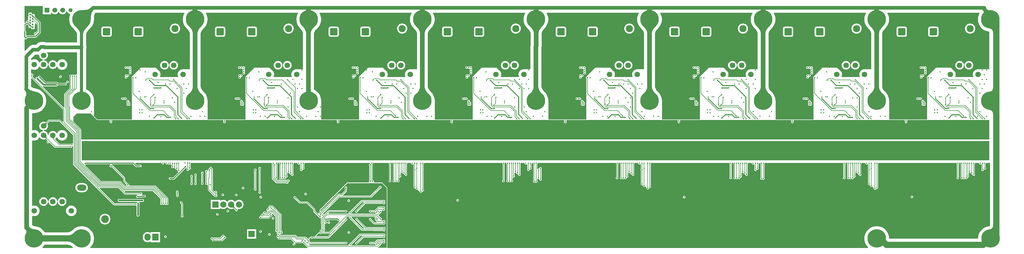
<source format=gbl>
G04*
G04 #@! TF.GenerationSoftware,Altium Limited,Altium Designer,19.1.6 (110)*
G04*
G04 Layer_Physical_Order=4*
G04 Layer_Color=16711680*
%FSLAX43Y43*%
%MOMM*%
G71*
G01*
G75*
%ADD12C,0.200*%
%ADD166C,0.300*%
%ADD167C,0.500*%
%ADD168C,1.000*%
%ADD169C,6.000*%
%ADD170C,2.300*%
G04:AMPARAMS|DCode=171|XSize=2.3mm|YSize=2.3mm|CornerRadius=0.115mm|HoleSize=0mm|Usage=FLASHONLY|Rotation=270.000|XOffset=0mm|YOffset=0mm|HoleType=Round|Shape=RoundedRectangle|*
%AMROUNDEDRECTD171*
21,1,2.300,2.070,0,0,270.0*
21,1,2.070,2.300,0,0,270.0*
1,1,0.230,-1.035,-1.035*
1,1,0.230,-1.035,1.035*
1,1,0.230,1.035,1.035*
1,1,0.230,1.035,-1.035*
%
%ADD171ROUNDEDRECTD171*%
%ADD172C,0.600*%
%ADD173C,1.800*%
%ADD174C,2.500*%
%ADD175R,2.500X2.500*%
%ADD176O,0.900X2.200*%
%ADD177C,1.600*%
%ADD178R,1.600X1.600*%
%ADD179C,1.300*%
%ADD180C,2.000*%
%ADD181R,2.300X2.300*%
%ADD182O,2.000X2.300*%
%ADD183R,2.000X2.300*%
%ADD184R,2.000X2.000*%
%ADD185O,4.000X2.000*%
%ADD186O,3.000X2.000*%
%ADD187C,0.400*%
%ADD188C,0.500*%
%ADD189C,1.500*%
%ADD190C,1.200*%
%ADD191C,2.000*%
G36*
X321675Y78551D02*
X322080Y78210D01*
X322199Y78129D01*
X322310Y78065D01*
X322412Y78017D01*
X322507Y77986D01*
X322593Y77971D01*
X322671Y77973D01*
X320895Y77061D01*
X320943Y77122D01*
X320975Y77186D01*
X320991Y77255D01*
X320993Y77328D01*
X320979Y77404D01*
X320949Y77485D01*
X320904Y77570D01*
X320843Y77659D01*
X320767Y77752D01*
X320676Y77850D01*
X321524Y78698D01*
X321675Y78551D01*
D02*
G37*
G36*
X12394Y76454D02*
X12415Y76437D01*
X12438Y76422D01*
X12462Y76410D01*
X12487Y76399D01*
X12512Y76390D01*
X12539Y76383D01*
X12568Y76378D01*
X12597Y76376D01*
X12627Y76375D01*
X12552Y76300D01*
X12630Y76225D01*
X12480Y76075D01*
X12478Y76079D01*
X12472Y76087D01*
X12446Y76114D01*
X12407Y76155D01*
X12330Y76078D01*
X12329Y76108D01*
X12327Y76137D01*
X12322Y76166D01*
X12315Y76192D01*
X12306Y76218D01*
X12295Y76243D01*
X12283Y76267D01*
X12268Y76290D01*
X12251Y76311D01*
X12232Y76332D01*
X12373Y76473D01*
X12394Y76454D01*
D02*
G37*
G36*
X12932Y76069D02*
X12936Y76051D01*
X12942Y76033D01*
X12951Y76014D01*
X12962Y75995D01*
X12975Y75974D01*
X12990Y75953D01*
X13028Y75909D01*
X13051Y75886D01*
X12850Y75662D01*
X12827Y75685D01*
X12782Y75722D01*
X12761Y75737D01*
X12740Y75750D01*
X12720Y75760D01*
X12701Y75767D01*
X12682Y75772D01*
X12664Y75775D01*
X12647Y75775D01*
X12930Y76086D01*
X12932Y76069D01*
D02*
G37*
G36*
X32251Y77927D02*
X32099Y77755D01*
X31965Y77556D01*
X31846Y77332D01*
X31744Y77081D01*
X31658Y76804D01*
X31589Y76502D01*
X31536Y76173D01*
X31499Y75818D01*
X31475Y75030D01*
X28505Y78000D01*
X28912Y78004D01*
X29648Y78061D01*
X29977Y78114D01*
X30279Y78183D01*
X30556Y78269D01*
X30807Y78371D01*
X31031Y78490D01*
X31230Y78624D01*
X31402Y78776D01*
X32251Y77927D01*
D02*
G37*
G36*
X12931Y75142D02*
X12933Y75113D01*
X12938Y75084D01*
X12945Y75058D01*
X12954Y75032D01*
X12965Y75007D01*
X12977Y74983D01*
X12992Y74960D01*
X13009Y74939D01*
X13028Y74918D01*
X12887Y74777D01*
X12866Y74796D01*
X12845Y74813D01*
X12822Y74828D01*
X12798Y74840D01*
X12773Y74851D01*
X12748Y74860D01*
X12721Y74867D01*
X12692Y74872D01*
X12663Y74874D01*
X12633Y74875D01*
X12930Y75172D01*
X12931Y75142D01*
D02*
G37*
G36*
X324274Y75961D02*
X324620Y75662D01*
X324722Y75587D01*
X324906Y75472D01*
X324988Y75433D01*
X325064Y75406D01*
X325133Y75391D01*
X324011Y74254D01*
X323995Y74322D01*
X323967Y74397D01*
X323927Y74479D01*
X323874Y74567D01*
X323810Y74662D01*
X323644Y74870D01*
X323542Y74984D01*
X323303Y75231D01*
X324146Y76085D01*
X324274Y75961D01*
D02*
G37*
G36*
X10951Y74282D02*
X10961Y74276D01*
X10973Y74270D01*
X10986Y74264D01*
X11000Y74260D01*
X11016Y74256D01*
X11033Y74254D01*
X11052Y74252D01*
X11093Y74250D01*
Y74050D01*
X11072Y74050D01*
X11033Y74046D01*
X11016Y74044D01*
X11000Y74040D01*
X10986Y74036D01*
X10973Y74030D01*
X10961Y74024D01*
X10951Y74018D01*
X10943Y74010D01*
Y74290D01*
X10951Y74282D01*
D02*
G37*
G36*
X11549Y74161D02*
X11571Y74144D01*
X11593Y74131D01*
X11617Y74120D01*
X11641Y74112D01*
X11665Y74107D01*
X11691Y74104D01*
X11717Y74105D01*
X11743Y74108D01*
X11771Y74114D01*
X11559Y73751D01*
X11551Y73782D01*
X11531Y73838D01*
X11519Y73865D01*
X11507Y73890D01*
X11493Y73914D01*
X11478Y73937D01*
X11462Y73959D01*
X11445Y73980D01*
X11426Y73999D01*
X11528Y74180D01*
X11549Y74161D01*
D02*
G37*
G36*
X11653Y73315D02*
X11698Y73278D01*
X11719Y73263D01*
X11740Y73250D01*
X11760Y73240D01*
X11779Y73233D01*
X11798Y73228D01*
X11816Y73225D01*
X11833Y73225D01*
X11550Y72914D01*
X11548Y72931D01*
X11544Y72949D01*
X11538Y72967D01*
X11529Y72986D01*
X11519Y73005D01*
X11505Y73026D01*
X11490Y73047D01*
X11452Y73091D01*
X11429Y73114D01*
X11630Y73338D01*
X11653Y73315D01*
D02*
G37*
G36*
X12002Y72921D02*
X12008Y72913D01*
X12034Y72886D01*
X12073Y72845D01*
X12150Y72922D01*
X12151Y72892D01*
X12153Y72863D01*
X12158Y72834D01*
X12165Y72807D01*
X12174Y72782D01*
X12185Y72757D01*
X12197Y72733D01*
X12212Y72710D01*
X12229Y72689D01*
X12248Y72668D01*
X12107Y72527D01*
X12086Y72546D01*
X12065Y72563D01*
X12042Y72578D01*
X12018Y72590D01*
X11993Y72601D01*
X11967Y72610D01*
X11941Y72617D01*
X11912Y72622D01*
X11883Y72624D01*
X11853Y72625D01*
X11928Y72700D01*
X11850Y72775D01*
X12000Y72925D01*
X12002Y72921D01*
D02*
G37*
G36*
X14114Y73258D02*
Y71291D01*
X13654Y70831D01*
X13604D01*
X13487Y70808D01*
X13439Y70775D01*
X13400Y70783D01*
X13244Y70752D01*
X13112Y70663D01*
X13023Y70531D01*
X12992Y70375D01*
X13023Y70219D01*
X13112Y70087D01*
X13156Y70057D01*
X13225Y69831D01*
X13222Y69799D01*
X13193Y69757D01*
X10875D01*
X10738Y69730D01*
X10657Y69675D01*
X10457Y69737D01*
Y71025D01*
X10430Y71162D01*
X10356Y71272D01*
Y72948D01*
X10626Y73218D01*
X10889D01*
X10916Y73206D01*
X11057Y73028D01*
X11043Y72925D01*
X11071Y72716D01*
X11151Y72522D01*
X11279Y72354D01*
X11447Y72226D01*
X11641Y72146D01*
X11850Y72118D01*
X11909Y72126D01*
X11931Y72072D01*
X12059Y71904D01*
X12227Y71776D01*
X12421Y71696D01*
X12630Y71668D01*
X12839Y71696D01*
X13033Y71776D01*
X13201Y71904D01*
X13329Y72072D01*
X13409Y72266D01*
X13437Y72475D01*
X13409Y72684D01*
X13329Y72878D01*
X13293Y72925D01*
X13329Y72972D01*
X13409Y73166D01*
X13437Y73375D01*
X13409Y73584D01*
X13373Y73671D01*
X13393Y73697D01*
X13657Y73715D01*
X14114Y73258D01*
D02*
G37*
G36*
X326008Y74353D02*
X326004Y74061D01*
X326000Y72533D01*
X324000Y70346D01*
X323988Y70646D01*
X323954Y70916D01*
X323896Y71156D01*
X323814Y71367D01*
X323710Y71548D01*
X323582Y71699D01*
X323431Y71821D01*
X323257Y71913D01*
X323060Y71976D01*
X322839Y72009D01*
X326010Y74380D01*
X326008Y74353D01*
D02*
G37*
G36*
X288094Y72594D02*
X287662Y72071D01*
X287486Y71812D01*
X287338Y71555D01*
X287216Y71300D01*
X287122Y71046D01*
X287054Y70794D01*
X287014Y70544D01*
X287000Y70295D01*
X285500D01*
X285487Y70544D01*
X285446Y70794D01*
X285379Y71046D01*
X285284Y71300D01*
X285163Y71555D01*
X285014Y71812D01*
X284839Y72071D01*
X284636Y72332D01*
X284407Y72594D01*
X284150Y72858D01*
X288350D01*
X288094Y72594D01*
D02*
G37*
G36*
X251269D02*
X250837Y72071D01*
X250661Y71812D01*
X250513Y71555D01*
X250391Y71300D01*
X250297Y71046D01*
X250229Y70794D01*
X250189Y70544D01*
X250175Y70295D01*
X248675D01*
X248662Y70544D01*
X248621Y70794D01*
X248554Y71046D01*
X248459Y71300D01*
X248338Y71555D01*
X248189Y71812D01*
X248014Y72071D01*
X247811Y72332D01*
X247582Y72594D01*
X247325Y72858D01*
X251525D01*
X251269Y72594D01*
D02*
G37*
G36*
X214444D02*
X214012Y72071D01*
X213836Y71812D01*
X213688Y71555D01*
X213566Y71300D01*
X213472Y71046D01*
X213404Y70794D01*
X213364Y70544D01*
X213350Y70295D01*
X211850D01*
X211837Y70544D01*
X211796Y70794D01*
X211729Y71046D01*
X211634Y71300D01*
X211513Y71555D01*
X211364Y71812D01*
X211189Y72071D01*
X210986Y72332D01*
X210757Y72594D01*
X210500Y72858D01*
X214700D01*
X214444Y72594D01*
D02*
G37*
G36*
X140794D02*
X140362Y72071D01*
X140186Y71812D01*
X140038Y71555D01*
X139916Y71300D01*
X139822Y71046D01*
X139754Y70794D01*
X139714Y70544D01*
X139700Y70295D01*
X138200D01*
X138187Y70544D01*
X138146Y70794D01*
X138079Y71046D01*
X137984Y71300D01*
X137863Y71555D01*
X137714Y71812D01*
X137539Y72071D01*
X137336Y72332D01*
X137107Y72594D01*
X136850Y72858D01*
X141050D01*
X140794Y72594D01*
D02*
G37*
G36*
X67144D02*
X66712Y72071D01*
X66536Y71812D01*
X66387Y71555D01*
X66266Y71300D01*
X66172Y71046D01*
X66104Y70794D01*
X66063Y70544D01*
X66050Y70295D01*
X64550D01*
X64536Y70544D01*
X64496Y70794D01*
X64428Y71046D01*
X64334Y71300D01*
X64213Y71555D01*
X64064Y71812D01*
X63889Y72071D01*
X63686Y72332D01*
X63457Y72594D01*
X63200Y72858D01*
X67400D01*
X67144Y72594D01*
D02*
G37*
G36*
X177676Y72638D02*
X177251Y72102D01*
X177078Y71839D01*
X176932Y71578D01*
X176812Y71320D01*
X176720Y71064D01*
X176653Y70812D01*
X176613Y70562D01*
X176600Y70316D01*
X175100Y70277D01*
X175086Y70527D01*
X175045Y70778D01*
X174977Y71030D01*
X174881Y71282D01*
X174757Y71535D01*
X174607Y71788D01*
X174428Y72041D01*
X174223Y72296D01*
X173990Y72550D01*
X173729Y72806D01*
X177928Y72911D01*
X177676Y72638D01*
D02*
G37*
G36*
X104152Y72789D02*
X103891Y72536D01*
X103657Y72284D01*
X103450Y72032D01*
X103271Y71780D01*
X103119Y71528D01*
X102995Y71276D01*
X102899Y71025D01*
X102830Y70773D01*
X102789Y70522D01*
X102775Y70271D01*
X101275Y70323D01*
X101262Y70569D01*
X101222Y70818D01*
X101156Y71071D01*
X101064Y71327D01*
X100945Y71586D01*
X100800Y71848D01*
X100628Y72113D01*
X100430Y72382D01*
X100206Y72654D01*
X99955Y72929D01*
X104152Y72789D01*
D02*
G37*
G36*
X30575Y72858D02*
X30271Y72549D01*
X29759Y71963D01*
X29551Y71686D01*
X29375Y71420D01*
X29231Y71163D01*
X29119Y70917D01*
X29039Y70682D01*
X28991Y70457D01*
X28975Y70242D01*
X27975D01*
X27959Y70457D01*
X27911Y70682D01*
X27831Y70917D01*
X27719Y71163D01*
X27575Y71420D01*
X27399Y71686D01*
X27191Y71963D01*
X26679Y72549D01*
X26375Y72858D01*
X30575Y72858D01*
D02*
G37*
G36*
X15935Y79161D02*
Y76650D01*
X18535D01*
Y77102D01*
X18735Y77170D01*
X18848Y77023D01*
X19119Y76814D01*
X19436Y76683D01*
X19775Y76639D01*
X20114Y76683D01*
X20431Y76814D01*
X20702Y77023D01*
X20911Y77294D01*
X20937Y77358D01*
X21153D01*
X21179Y77294D01*
X21388Y77023D01*
X21659Y76814D01*
X21976Y76683D01*
X22315Y76639D01*
X22654Y76683D01*
X22971Y76814D01*
X23242Y77023D01*
X23451Y77294D01*
X23558Y77554D01*
X23747Y77571D01*
X23769Y77566D01*
X23850Y77370D01*
X24035Y77130D01*
X24275Y76945D01*
X24555Y76830D01*
X24680Y76813D01*
X24806Y76595D01*
X24659Y76240D01*
X24512Y75628D01*
X24463Y75000D01*
X24512Y74372D01*
X24659Y73760D01*
X24900Y73178D01*
X25229Y72642D01*
X25638Y72163D01*
X25674Y72132D01*
X25940Y71863D01*
X26407Y71328D01*
X26574Y71105D01*
X26713Y70894D01*
X26819Y70706D01*
X26892Y70545D01*
X26937Y70413D01*
X26958Y70313D01*
X26968Y70186D01*
Y67483D01*
X16976D01*
X16915Y67516D01*
X16613Y67607D01*
X16299Y67638D01*
X15305D01*
X15305Y67638D01*
X14991Y67607D01*
X14690Y67516D01*
X14412Y67367D01*
X14168Y67167D01*
X13709Y66708D01*
X12727D01*
X12726Y66708D01*
X12726Y66708D01*
X12570Y66692D01*
X12413Y66677D01*
X12413Y66677D01*
X12412Y66677D01*
X12262Y66631D01*
X12112Y66585D01*
X12111Y66585D01*
X12110Y66585D01*
X11971Y66510D01*
X11834Y66437D01*
X11833Y66436D01*
X11833Y66436D01*
X11711Y66336D01*
X11590Y66237D01*
X11590Y66236D01*
X11589Y66236D01*
X10124Y64768D01*
X9939Y64845D01*
Y68488D01*
X9965Y68509D01*
X10139Y68576D01*
X10219Y68523D01*
X10375Y68492D01*
X10531Y68523D01*
X10663Y68612D01*
X10752Y68744D01*
X10759Y68779D01*
X11023Y69043D01*
X13525D01*
X13662Y69070D01*
X13777Y69148D01*
X15122Y70493D01*
X15200Y70608D01*
X15227Y70745D01*
Y73854D01*
X15200Y73991D01*
X15122Y74107D01*
X13396Y75833D01*
X13409Y75866D01*
X13437Y76075D01*
X13409Y76284D01*
X13329Y76478D01*
X13201Y76646D01*
X13033Y76774D01*
X12839Y76854D01*
X12630Y76882D01*
X12571Y76874D01*
X12549Y76928D01*
X12421Y77096D01*
X12253Y77224D01*
X12059Y77304D01*
X11850Y77332D01*
X11641Y77304D01*
X11447Y77224D01*
X11279Y77096D01*
X11151Y76928D01*
X11071Y76734D01*
X11043Y76525D01*
X11071Y76316D01*
X11151Y76122D01*
X11187Y76075D01*
X11151Y76028D01*
X11071Y75834D01*
X11043Y75625D01*
X11071Y75416D01*
X11151Y75222D01*
X11187Y75175D01*
X11151Y75128D01*
X11071Y74934D01*
X11043Y74725D01*
X11047Y74697D01*
X11037Y74679D01*
X10865Y74545D01*
X10800Y74558D01*
X10644Y74527D01*
X10512Y74438D01*
X10423Y74306D01*
X10392Y74150D01*
X10423Y73994D01*
X10273Y73859D01*
X10226Y73827D01*
X10124Y73725D01*
X9939Y73802D01*
Y79361D01*
X15781D01*
X15935Y79161D01*
D02*
G37*
G36*
X14746Y63344D02*
X14738Y63285D01*
X14786Y62920D01*
X14927Y62579D01*
X15152Y62287D01*
X15444Y62062D01*
X15785Y61921D01*
X16052Y61886D01*
Y61684D01*
X15785Y61649D01*
X15444Y61508D01*
X15152Y61283D01*
X14927Y60991D01*
X14916Y60965D01*
X14709Y60986D01*
X14575Y61237D01*
X14361Y61496D01*
X14102Y61710D01*
X13806Y61868D01*
X13484Y61965D01*
X13150Y61998D01*
X12816Y61965D01*
X12494Y61868D01*
X12339Y61785D01*
X12139Y61905D01*
Y62235D01*
X13394Y63492D01*
X14375D01*
X14566Y63511D01*
X14746Y63344D01*
D02*
G37*
G36*
X319643Y77054D02*
X319500Y76822D01*
X319259Y76240D01*
X319112Y75628D01*
X319063Y75000D01*
X319112Y74372D01*
X319259Y73760D01*
X319500Y73178D01*
X319829Y72642D01*
X320238Y72163D01*
X320717Y71754D01*
X321253Y71425D01*
X321835Y71184D01*
X322447Y71037D01*
X322660Y71020D01*
X322689Y71012D01*
X322775Y70999D01*
X322775Y58800D01*
X319175D01*
Y58800D01*
X319062Y58767D01*
X318791Y58740D01*
X318469Y58643D01*
X318173Y58485D01*
X317914Y58271D01*
X317701Y58012D01*
X317542Y57716D01*
X317445Y57394D01*
X317412Y57060D01*
X317445Y56726D01*
X317542Y56404D01*
X317593Y56309D01*
X317528Y56200D01*
X311675Y56200D01*
Y56343D01*
X311708Y56404D01*
X311805Y56726D01*
X311838Y57060D01*
X311805Y57394D01*
X311708Y57716D01*
X311675Y57777D01*
Y57900D01*
X311487Y58088D01*
X311336Y58271D01*
X311153Y58422D01*
X310275Y59300D01*
X305475D01*
X302575Y56400D01*
Y56284D01*
X302523Y56206D01*
X302492Y56050D01*
X302523Y55894D01*
X302575Y55816D01*
Y42450D01*
X290275Y42450D01*
Y48500D01*
X290262D01*
X290213Y49128D01*
X290066Y49740D01*
X289825Y50322D01*
X289496Y50858D01*
X289087Y51337D01*
X289053Y51367D01*
X288835Y51590D01*
X288642Y51811D01*
X288478Y52022D01*
X288341Y52224D01*
X288231Y52414D01*
X288146Y52593D01*
X288083Y52761D01*
X288042Y52917D01*
X288018Y53064D01*
X288008Y53235D01*
Y70265D01*
X288018Y70436D01*
X288042Y70583D01*
X288083Y70739D01*
X288146Y70907D01*
X288231Y71086D01*
X288341Y71276D01*
X288469Y71465D01*
X288845Y71920D01*
X289053Y72133D01*
X289087Y72163D01*
X289496Y72642D01*
X289825Y73178D01*
X290066Y73760D01*
X290213Y74372D01*
X290262Y75000D01*
X290213Y75628D01*
X290066Y76240D01*
X289825Y76822D01*
X289682Y77054D01*
X289744Y77165D01*
X319581D01*
X319643Y77054D01*
D02*
G37*
G36*
X282818D02*
X282675Y76822D01*
X282434Y76240D01*
X282287Y75628D01*
X282238Y75000D01*
X282287Y74372D01*
X282434Y73760D01*
X282675Y73178D01*
X283004Y72642D01*
X283413Y72163D01*
X283447Y72133D01*
X283665Y71910D01*
X283858Y71689D01*
X284022Y71478D01*
X284159Y71276D01*
X284269Y71086D01*
X284354Y70907D01*
X284417Y70739D01*
X284458Y70583D01*
X284482Y70436D01*
X284492Y70265D01*
Y58800D01*
X282350D01*
Y58800D01*
X282237Y58767D01*
X281966Y58740D01*
X281644Y58643D01*
X281348Y58485D01*
X281089Y58271D01*
X280876Y58012D01*
X280717Y57716D01*
X280620Y57394D01*
X280587Y57060D01*
X280620Y56726D01*
X280717Y56404D01*
X280768Y56309D01*
X280703Y56200D01*
X274850Y56200D01*
Y56343D01*
X274883Y56404D01*
X274980Y56726D01*
X275013Y57060D01*
X274980Y57394D01*
X274883Y57716D01*
X274850Y57777D01*
Y57900D01*
X274662Y58088D01*
X274511Y58271D01*
X274328Y58422D01*
X273450Y59300D01*
X268650D01*
X265750Y56400D01*
Y56284D01*
X265698Y56206D01*
X265667Y56050D01*
X265698Y55894D01*
X265750Y55816D01*
Y42450D01*
X253450Y42450D01*
Y48500D01*
X253437D01*
X253388Y49128D01*
X253241Y49740D01*
X253000Y50322D01*
X252671Y50858D01*
X252262Y51337D01*
X252228Y51367D01*
X252010Y51590D01*
X251817Y51811D01*
X251653Y52022D01*
X251516Y52224D01*
X251406Y52414D01*
X251321Y52593D01*
X251258Y52761D01*
X251217Y52917D01*
X251193Y53064D01*
X251183Y53235D01*
Y70265D01*
X251193Y70436D01*
X251217Y70583D01*
X251258Y70739D01*
X251321Y70907D01*
X251406Y71086D01*
X251516Y71276D01*
X251644Y71465D01*
X252020Y71920D01*
X252228Y72133D01*
X252262Y72163D01*
X252671Y72642D01*
X253000Y73178D01*
X253241Y73760D01*
X253388Y74372D01*
X253437Y75000D01*
X253388Y75628D01*
X253241Y76240D01*
X253000Y76822D01*
X252857Y77054D01*
X252919Y77165D01*
X282756D01*
X282818Y77054D01*
D02*
G37*
G36*
X245993D02*
X245850Y76822D01*
X245609Y76240D01*
X245462Y75628D01*
X245413Y75000D01*
X245462Y74372D01*
X245609Y73760D01*
X245850Y73178D01*
X246179Y72642D01*
X246588Y72163D01*
X246622Y72133D01*
X246840Y71910D01*
X247033Y71689D01*
X247197Y71478D01*
X247334Y71276D01*
X247444Y71086D01*
X247529Y70907D01*
X247592Y70739D01*
X247633Y70583D01*
X247657Y70436D01*
X247667Y70265D01*
Y58800D01*
X245525D01*
Y58800D01*
X245412Y58767D01*
X245141Y58740D01*
X244819Y58643D01*
X244523Y58485D01*
X244264Y58271D01*
X244051Y58012D01*
X243892Y57716D01*
X243795Y57394D01*
X243762Y57060D01*
X243795Y56726D01*
X243892Y56404D01*
X243943Y56309D01*
X243878Y56200D01*
X238025Y56200D01*
Y56343D01*
X238058Y56404D01*
X238155Y56726D01*
X238188Y57060D01*
X238155Y57394D01*
X238058Y57716D01*
X238025Y57777D01*
Y57900D01*
X237837Y58088D01*
X237686Y58271D01*
X237503Y58422D01*
X236625Y59300D01*
X231825D01*
X228925Y56400D01*
Y56284D01*
X228873Y56206D01*
X228842Y56050D01*
X228873Y55894D01*
X228925Y55816D01*
Y42450D01*
X216625Y42450D01*
Y48500D01*
X216612D01*
X216563Y49128D01*
X216416Y49740D01*
X216175Y50322D01*
X215846Y50858D01*
X215437Y51337D01*
X215403Y51367D01*
X215185Y51590D01*
X214992Y51811D01*
X214828Y52022D01*
X214691Y52224D01*
X214581Y52414D01*
X214496Y52593D01*
X214433Y52761D01*
X214392Y52917D01*
X214368Y53064D01*
X214358Y53235D01*
Y70265D01*
X214368Y70436D01*
X214392Y70583D01*
X214433Y70739D01*
X214496Y70907D01*
X214581Y71086D01*
X214691Y71276D01*
X214819Y71465D01*
X215195Y71920D01*
X215403Y72133D01*
X215437Y72163D01*
X215846Y72642D01*
X216175Y73178D01*
X216416Y73760D01*
X216563Y74372D01*
X216612Y75000D01*
X216563Y75628D01*
X216416Y76240D01*
X216175Y76822D01*
X216032Y77054D01*
X216094Y77165D01*
X245931D01*
X245993Y77054D01*
D02*
G37*
G36*
X209168D02*
X209025Y76822D01*
X208784Y76240D01*
X208637Y75628D01*
X208588Y75000D01*
X208637Y74372D01*
X208784Y73760D01*
X209025Y73178D01*
X209354Y72642D01*
X209763Y72163D01*
X209797Y72133D01*
X210015Y71910D01*
X210208Y71689D01*
X210372Y71478D01*
X210509Y71276D01*
X210619Y71086D01*
X210704Y70907D01*
X210767Y70739D01*
X210809Y70583D01*
X210832Y70436D01*
X210842Y70265D01*
Y58800D01*
X208700D01*
Y58800D01*
X208587Y58767D01*
X208316Y58740D01*
X207994Y58643D01*
X207698Y58485D01*
X207439Y58271D01*
X207225Y58012D01*
X207067Y57716D01*
X206970Y57394D01*
X206937Y57060D01*
X206970Y56726D01*
X207067Y56404D01*
X207118Y56309D01*
X207053Y56200D01*
X201200Y56200D01*
Y56343D01*
X201233Y56404D01*
X201330Y56726D01*
X201363Y57060D01*
X201330Y57394D01*
X201233Y57716D01*
X201200Y57777D01*
Y57900D01*
X201012Y58088D01*
X200861Y58271D01*
X200678Y58422D01*
X199800Y59300D01*
X195000D01*
X192100Y56400D01*
Y56284D01*
X192048Y56206D01*
X192017Y56050D01*
X192048Y55894D01*
X192100Y55816D01*
Y42450D01*
X179800Y42450D01*
Y48500D01*
X179787D01*
X179738Y49128D01*
X179591Y49740D01*
X179350Y50322D01*
X179021Y50858D01*
X178612Y51337D01*
X178578Y51367D01*
X178360Y51590D01*
X178167Y51811D01*
X178003Y52022D01*
X177866Y52224D01*
X177756Y52414D01*
X177671Y52593D01*
X177608Y52761D01*
X177567Y52917D01*
X177543Y53064D01*
X177533Y53235D01*
Y65745D01*
X177575Y65881D01*
X177608Y66224D01*
Y70286D01*
X177618Y70456D01*
X177641Y70604D01*
X177683Y70763D01*
X177746Y70935D01*
X177831Y71119D01*
X177941Y71316D01*
X178070Y71512D01*
X178442Y71981D01*
X178602Y72154D01*
X178612Y72163D01*
X178638Y72193D01*
X178668Y72225D01*
X178679Y72241D01*
X179021Y72642D01*
X179350Y73178D01*
X179591Y73760D01*
X179738Y74372D01*
X179787Y75000D01*
X179738Y75628D01*
X179591Y76240D01*
X179350Y76822D01*
X179207Y77054D01*
X179269Y77165D01*
X209106D01*
X209168Y77054D01*
D02*
G37*
G36*
X172343D02*
X172200Y76822D01*
X171959Y76240D01*
X171812Y75628D01*
X171763Y75000D01*
X171812Y74372D01*
X171959Y73760D01*
X172200Y73178D01*
X172529Y72642D01*
X172938Y72163D01*
X173012Y72099D01*
X173023Y72086D01*
X173264Y71849D01*
X173458Y71638D01*
X173623Y71434D01*
X173759Y71239D01*
X173869Y71054D01*
X173954Y70880D01*
X174016Y70717D01*
X174058Y70564D01*
X174082Y70418D01*
X174092Y70246D01*
Y66628D01*
X174050Y66492D01*
X174017Y66149D01*
Y58800D01*
X171875D01*
Y58800D01*
X171762Y58767D01*
X171491Y58740D01*
X171169Y58643D01*
X170873Y58485D01*
X170614Y58271D01*
X170400Y58012D01*
X170242Y57716D01*
X170145Y57394D01*
X170112Y57060D01*
X170145Y56726D01*
X170242Y56404D01*
X170293Y56309D01*
X170228Y56200D01*
X164375Y56200D01*
Y56343D01*
X164408Y56404D01*
X164505Y56726D01*
X164538Y57060D01*
X164505Y57394D01*
X164408Y57716D01*
X164375Y57777D01*
Y57900D01*
X164187Y58088D01*
X164036Y58271D01*
X163853Y58422D01*
X162975Y59300D01*
X158175D01*
X155275Y56400D01*
Y56284D01*
X155223Y56206D01*
X155192Y56050D01*
X155223Y55894D01*
X155275Y55816D01*
Y42450D01*
X142975Y42450D01*
Y48500D01*
X142962D01*
X142913Y49128D01*
X142766Y49740D01*
X142525Y50322D01*
X142196Y50858D01*
X141787Y51337D01*
X141753Y51367D01*
X141535Y51590D01*
X141342Y51811D01*
X141178Y52022D01*
X141041Y52224D01*
X140931Y52414D01*
X140846Y52593D01*
X140783Y52761D01*
X140742Y52917D01*
X140718Y53064D01*
X140708Y53235D01*
Y70265D01*
X140718Y70436D01*
X140742Y70583D01*
X140783Y70739D01*
X140846Y70907D01*
X140931Y71086D01*
X141041Y71276D01*
X141169Y71465D01*
X141545Y71920D01*
X141753Y72133D01*
X141787Y72163D01*
X142196Y72642D01*
X142525Y73178D01*
X142766Y73760D01*
X142913Y74372D01*
X142962Y75000D01*
X142913Y75628D01*
X142766Y76240D01*
X142525Y76822D01*
X142382Y77054D01*
X142444Y77165D01*
X172281D01*
X172343Y77054D01*
D02*
G37*
G36*
X135518D02*
X135375Y76822D01*
X135134Y76240D01*
X134987Y75628D01*
X134938Y75000D01*
X134987Y74372D01*
X135134Y73760D01*
X135375Y73178D01*
X135704Y72642D01*
X136113Y72163D01*
X136147Y72133D01*
X136365Y71910D01*
X136558Y71689D01*
X136722Y71478D01*
X136859Y71276D01*
X136969Y71086D01*
X137054Y70907D01*
X137117Y70739D01*
X137158Y70583D01*
X137182Y70436D01*
X137192Y70265D01*
Y58800D01*
X135050D01*
Y58800D01*
X134937Y58767D01*
X134666Y58740D01*
X134344Y58643D01*
X134048Y58485D01*
X133789Y58271D01*
X133576Y58012D01*
X133417Y57716D01*
X133320Y57394D01*
X133287Y57060D01*
X133320Y56726D01*
X133417Y56404D01*
X133468Y56309D01*
X133403Y56200D01*
X127550Y56200D01*
Y56343D01*
X127583Y56404D01*
X127680Y56726D01*
X127713Y57060D01*
X127680Y57394D01*
X127583Y57716D01*
X127550Y57777D01*
Y57900D01*
X127362Y58088D01*
X127211Y58271D01*
X127028Y58422D01*
X126150Y59300D01*
X121350D01*
X118450Y56400D01*
Y56284D01*
X118398Y56206D01*
X118367Y56050D01*
X118398Y55894D01*
X118450Y55816D01*
Y42450D01*
X106150Y42450D01*
Y48500D01*
X106137D01*
X106088Y49128D01*
X105941Y49740D01*
X105700Y50322D01*
X105371Y50858D01*
X104962Y51337D01*
X104483Y51746D01*
X103947Y52075D01*
X103783Y52143D01*
Y70241D01*
X103793Y70412D01*
X103817Y70558D01*
X103859Y70710D01*
X103921Y70872D01*
X104005Y71044D01*
X104115Y71227D01*
X104252Y71419D01*
X104417Y71621D01*
X104611Y71830D01*
X104853Y72063D01*
X104869Y72083D01*
X104962Y72163D01*
X105371Y72642D01*
X105700Y73178D01*
X105941Y73760D01*
X106088Y74372D01*
X106137Y75000D01*
X106088Y75628D01*
X105941Y76240D01*
X105700Y76822D01*
X105557Y77054D01*
X105619Y77165D01*
X135456D01*
X135518Y77054D01*
D02*
G37*
G36*
X98693D02*
X98550Y76822D01*
X98309Y76240D01*
X98162Y75628D01*
X98113Y75000D01*
X98162Y74372D01*
X98309Y73760D01*
X98550Y73178D01*
X98879Y72642D01*
X99189Y72279D01*
X99209Y72249D01*
X99283Y72169D01*
X99288Y72163D01*
X99289Y72161D01*
X99444Y71992D01*
X99635Y71761D01*
X99798Y71540D01*
X99934Y71329D01*
X100044Y71130D01*
X100129Y70944D01*
X100192Y70771D01*
X100234Y70611D01*
X100257Y70463D01*
X100267Y70293D01*
Y58800D01*
X98225D01*
Y58800D01*
X98112Y58767D01*
X97841Y58740D01*
X97519Y58643D01*
X97223Y58485D01*
X96964Y58271D01*
X96750Y58012D01*
X96592Y57716D01*
X96495Y57394D01*
X96462Y57060D01*
X96495Y56726D01*
X96592Y56404D01*
X96643Y56309D01*
X96578Y56200D01*
X90725Y56200D01*
Y56343D01*
X90758Y56404D01*
X90855Y56726D01*
X90888Y57060D01*
X90855Y57394D01*
X90758Y57716D01*
X90725Y57777D01*
Y57900D01*
X90537Y58088D01*
X90386Y58271D01*
X90203Y58422D01*
X89325Y59300D01*
X84525D01*
X81625Y56400D01*
Y56284D01*
X81573Y56206D01*
X81542Y56050D01*
X81573Y55894D01*
X81625Y55816D01*
Y42450D01*
X69325Y42450D01*
Y48500D01*
X69312D01*
X69263Y49128D01*
X69116Y49740D01*
X68875Y50322D01*
X68546Y50858D01*
X68137Y51337D01*
X68103Y51367D01*
X67885Y51590D01*
X67692Y51811D01*
X67528Y52022D01*
X67391Y52224D01*
X67281Y52414D01*
X67196Y52593D01*
X67133Y52761D01*
X67092Y52917D01*
X67068Y53064D01*
X67058Y53235D01*
Y70265D01*
X67068Y70436D01*
X67092Y70583D01*
X67133Y70739D01*
X67196Y70907D01*
X67281Y71086D01*
X67391Y71276D01*
X67519Y71465D01*
X67895Y71920D01*
X68103Y72133D01*
X68137Y72163D01*
X68546Y72642D01*
X68875Y73178D01*
X69116Y73760D01*
X69263Y74372D01*
X69312Y75000D01*
X69263Y75628D01*
X69116Y76240D01*
X68875Y76822D01*
X68732Y77054D01*
X68794Y77165D01*
X98631D01*
X98693Y77054D01*
D02*
G37*
G36*
X61868D02*
X61725Y76822D01*
X61484Y76240D01*
X61337Y75628D01*
X61288Y75000D01*
X61337Y74372D01*
X61484Y73760D01*
X61725Y73178D01*
X62054Y72642D01*
X62463Y72163D01*
X62497Y72133D01*
X62715Y71910D01*
X62908Y71689D01*
X63072Y71478D01*
X63209Y71276D01*
X63319Y71086D01*
X63404Y70907D01*
X63467Y70739D01*
X63508Y70583D01*
X63532Y70436D01*
X63542Y70265D01*
Y58800D01*
X61400D01*
Y58800D01*
X61287Y58767D01*
X61016Y58740D01*
X60694Y58643D01*
X60398Y58485D01*
X60139Y58271D01*
X59925Y58012D01*
X59767Y57716D01*
X59670Y57394D01*
X59637Y57060D01*
X59670Y56726D01*
X59767Y56404D01*
X59818Y56309D01*
X59753Y56200D01*
X53900Y56200D01*
Y56343D01*
X53933Y56404D01*
X54030Y56726D01*
X54063Y57060D01*
X54030Y57394D01*
X53933Y57716D01*
X53900Y57777D01*
Y57900D01*
X53712Y58088D01*
X53561Y58271D01*
X53378Y58422D01*
X52500Y59300D01*
X47700D01*
X44800Y56400D01*
Y56284D01*
X44748Y56206D01*
X44717Y56050D01*
X44748Y55894D01*
X44800Y55816D01*
Y42450D01*
X33563Y42450D01*
X32500Y43513D01*
Y48500D01*
X32487D01*
X32438Y49128D01*
X32291Y49740D01*
X32050Y50322D01*
X31721Y50858D01*
X31312Y51337D01*
X30833Y51746D01*
X30297Y52075D01*
X29982Y52205D01*
Y65282D01*
X30052Y65511D01*
X30083Y65825D01*
X30052Y66139D01*
X29982Y66368D01*
Y70186D01*
X29992Y70313D01*
X30013Y70413D01*
X30058Y70545D01*
X30131Y70706D01*
X30237Y70894D01*
X30376Y71105D01*
X30543Y71328D01*
X31011Y71863D01*
X31276Y72132D01*
X31312Y72163D01*
X31721Y72642D01*
X32050Y73178D01*
X32291Y73760D01*
X32438Y74372D01*
X32487Y75000D01*
X32484Y75040D01*
X32506Y75751D01*
X32536Y76041D01*
X32579Y76309D01*
X32633Y76542D01*
X32695Y76741D01*
X32761Y76905D01*
X32830Y77036D01*
X32899Y77136D01*
X32924Y77165D01*
X61806D01*
X61868Y77054D01*
D02*
G37*
G36*
X26968Y57149D02*
X26768Y56994D01*
X26752Y56997D01*
X26596Y56966D01*
X26443Y56891D01*
X26307Y56977D01*
X26151Y57008D01*
X25995Y56977D01*
X25862Y56889D01*
X25706Y56977D01*
X25550Y57008D01*
X25394Y56977D01*
X25389Y56973D01*
X25205Y56918D01*
X25084Y56983D01*
X25056Y57002D01*
X24900Y57033D01*
X24744Y57002D01*
X24612Y56913D01*
X24523Y56781D01*
X24492Y56625D01*
X24523Y56469D01*
X24594Y56363D01*
Y52547D01*
X22959Y50912D01*
X22892Y50812D01*
X22869Y50695D01*
X22869Y50695D01*
Y46391D01*
X22669Y46309D01*
X15900Y53077D01*
X15907Y53093D01*
X16018Y53242D01*
X16150Y53216D01*
X20175D01*
X20236Y53228D01*
X20244Y53223D01*
X20400Y53192D01*
X20556Y53223D01*
X20688Y53312D01*
X20777Y53444D01*
X20803Y53577D01*
X20828Y53593D01*
X23064D01*
X23094Y53573D01*
X23250Y53542D01*
X23406Y53573D01*
X23538Y53662D01*
X23627Y53794D01*
X23658Y53950D01*
X23627Y54106D01*
X23561Y54205D01*
X23705Y54349D01*
X23744Y54323D01*
X23900Y54292D01*
X24056Y54323D01*
X24188Y54412D01*
X24277Y54544D01*
X24308Y54700D01*
X24277Y54856D01*
X24188Y54988D01*
X24056Y55077D01*
X23900Y55108D01*
X23744Y55077D01*
X23612Y54988D01*
X23523Y54856D01*
X23492Y54700D01*
X23523Y54544D01*
X23589Y54445D01*
X23445Y54301D01*
X23406Y54327D01*
X23250Y54358D01*
X23094Y54327D01*
X23064Y54307D01*
X20976D01*
X20755Y54527D01*
X20639Y54605D01*
X20503Y54632D01*
X16948D01*
X15159Y56421D01*
X15152Y56456D01*
X15063Y56588D01*
X14931Y56677D01*
X14775Y56708D01*
X14619Y56677D01*
X14487Y56588D01*
X14398Y56456D01*
X14376Y56347D01*
X14242Y56253D01*
X14177Y56228D01*
X14025Y56259D01*
X13849Y56224D01*
X13701Y56124D01*
X13601Y55976D01*
X13566Y55800D01*
X13592Y55668D01*
X13443Y55557D01*
X13427Y55550D01*
X12681Y56297D01*
Y56663D01*
X12752Y56769D01*
X12783Y56925D01*
X12752Y57081D01*
X12663Y57213D01*
X12531Y57302D01*
X12375Y57333D01*
X12339Y57326D01*
X12139Y57470D01*
Y58665D01*
X12339Y58785D01*
X12494Y58702D01*
X12816Y58605D01*
X13150Y58572D01*
X13484Y58605D01*
X13806Y58702D01*
X14102Y58860D01*
X14361Y59074D01*
X14575Y59333D01*
X14709Y59584D01*
X14916Y59605D01*
X14927Y59579D01*
X15152Y59287D01*
X15444Y59062D01*
X15785Y58921D01*
X16150Y58873D01*
X16515Y58921D01*
X16856Y59062D01*
X17148Y59287D01*
X17373Y59579D01*
X17514Y59920D01*
X17549Y60183D01*
X17549Y60187D01*
X17751D01*
X17751Y60183D01*
X17786Y59920D01*
X17927Y59579D01*
X18152Y59287D01*
X18444Y59062D01*
X18785Y58921D01*
X19150Y58873D01*
X19515Y58921D01*
X19856Y59062D01*
X20148Y59287D01*
X20373Y59579D01*
X20384Y59605D01*
X20591Y59584D01*
X20725Y59333D01*
X20939Y59074D01*
X21198Y58860D01*
X21494Y58702D01*
X21816Y58605D01*
X22150Y58572D01*
X22484Y58605D01*
X22806Y58702D01*
X23102Y58860D01*
X23361Y59074D01*
X23575Y59333D01*
X23733Y59629D01*
X23830Y59951D01*
X23863Y60285D01*
X23830Y60619D01*
X23733Y60941D01*
X23575Y61237D01*
X23361Y61496D01*
X23102Y61710D01*
X22806Y61868D01*
X22484Y61965D01*
X22150Y61998D01*
X21816Y61965D01*
X21494Y61868D01*
X21198Y61710D01*
X20939Y61496D01*
X20725Y61237D01*
X20591Y60986D01*
X20384Y60965D01*
X20373Y60991D01*
X20148Y61283D01*
X19856Y61508D01*
X19515Y61649D01*
X19150Y61697D01*
X18785Y61649D01*
X18444Y61508D01*
X18152Y61283D01*
X17927Y60991D01*
X17786Y60650D01*
X17751Y60387D01*
X17751Y60383D01*
X17549D01*
X17549Y60387D01*
X17514Y60650D01*
X17373Y60991D01*
X17148Y61283D01*
X16856Y61508D01*
X16515Y61649D01*
X16248Y61684D01*
Y61886D01*
X16515Y61921D01*
X16856Y62062D01*
X17148Y62287D01*
X17373Y62579D01*
X17514Y62920D01*
X17562Y63285D01*
X17514Y63650D01*
X17373Y63991D01*
X17299Y64088D01*
X17387Y64267D01*
X26968D01*
Y57149D01*
D02*
G37*
G36*
X12507Y56774D02*
X12501Y56764D01*
X12495Y56752D01*
X12489Y56739D01*
X12485Y56725D01*
X12481Y56709D01*
X12479Y56692D01*
X12477Y56673D01*
X12475Y56632D01*
X12275D01*
X12275Y56653D01*
X12271Y56692D01*
X12269Y56709D01*
X12265Y56725D01*
X12261Y56739D01*
X12255Y56752D01*
X12249Y56764D01*
X12243Y56774D01*
X12235Y56782D01*
X12515D01*
X12507Y56774D01*
D02*
G37*
G36*
X25032Y56474D02*
X25026Y56464D01*
X25020Y56452D01*
X25014Y56439D01*
X25010Y56425D01*
X25006Y56409D01*
X25004Y56392D01*
X25002Y56373D01*
X25000Y56332D01*
X24800D01*
X24800Y56353D01*
X24796Y56392D01*
X24794Y56409D01*
X24790Y56425D01*
X24786Y56439D01*
X24780Y56452D01*
X24774Y56464D01*
X24768Y56474D01*
X24760Y56482D01*
X25040D01*
X25032Y56474D01*
D02*
G37*
G36*
X26283Y56449D02*
X26276Y56439D01*
X26270Y56427D01*
X26265Y56415D01*
X26261Y56400D01*
X26257Y56384D01*
X26254Y56367D01*
X26252Y56349D01*
X26251Y56307D01*
X26051D01*
X26050Y56329D01*
X26047Y56367D01*
X26044Y56384D01*
X26041Y56400D01*
X26036Y56415D01*
X26031Y56427D01*
X26025Y56439D01*
X26018Y56449D01*
X26011Y56457D01*
X26291D01*
X26283Y56449D01*
D02*
G37*
G36*
X25682Y56449D02*
X25676Y56439D01*
X25670Y56427D01*
X25664Y56414D01*
X25660Y56400D01*
X25656Y56384D01*
X25654Y56367D01*
X25652Y56348D01*
X25650Y56307D01*
X25450D01*
X25450Y56328D01*
X25446Y56367D01*
X25444Y56384D01*
X25440Y56400D01*
X25436Y56414D01*
X25430Y56427D01*
X25424Y56439D01*
X25418Y56449D01*
X25410Y56457D01*
X25690D01*
X25682Y56449D01*
D02*
G37*
G36*
X26885Y56438D02*
X26878Y56428D01*
X26872Y56416D01*
X26867Y56403D01*
X26862Y56389D01*
X26859Y56373D01*
X26856Y56356D01*
X26854Y56338D01*
X26852Y56296D01*
X26652D01*
X26652Y56317D01*
X26649Y56356D01*
X26646Y56373D01*
X26642Y56389D01*
X26638Y56403D01*
X26633Y56416D01*
X26627Y56428D01*
X26620Y56438D01*
X26612Y56446D01*
X26892D01*
X26885Y56438D01*
D02*
G37*
G36*
X303032Y55899D02*
X303026Y55889D01*
X303020Y55877D01*
X303014Y55864D01*
X303010Y55850D01*
X303006Y55834D01*
X303004Y55817D01*
X303002Y55798D01*
X303000Y55757D01*
X302800D01*
X302800Y55778D01*
X302796Y55817D01*
X302794Y55834D01*
X302790Y55850D01*
X302786Y55864D01*
X302780Y55877D01*
X302774Y55889D01*
X302768Y55899D01*
X302760Y55907D01*
X303040D01*
X303032Y55899D01*
D02*
G37*
G36*
X266207D02*
X266201Y55889D01*
X266195Y55877D01*
X266189Y55864D01*
X266185Y55850D01*
X266181Y55834D01*
X266179Y55817D01*
X266177Y55798D01*
X266175Y55757D01*
X265975D01*
X265975Y55778D01*
X265971Y55817D01*
X265969Y55834D01*
X265965Y55850D01*
X265961Y55864D01*
X265955Y55877D01*
X265949Y55889D01*
X265943Y55899D01*
X265935Y55907D01*
X266215D01*
X266207Y55899D01*
D02*
G37*
G36*
X229382D02*
X229376Y55889D01*
X229370Y55877D01*
X229364Y55864D01*
X229360Y55850D01*
X229356Y55834D01*
X229354Y55817D01*
X229352Y55798D01*
X229350Y55757D01*
X229150D01*
X229150Y55778D01*
X229146Y55817D01*
X229144Y55834D01*
X229140Y55850D01*
X229136Y55864D01*
X229130Y55877D01*
X229124Y55889D01*
X229118Y55899D01*
X229110Y55907D01*
X229390D01*
X229382Y55899D01*
D02*
G37*
G36*
X192557D02*
X192551Y55889D01*
X192545Y55877D01*
X192539Y55864D01*
X192535Y55850D01*
X192531Y55834D01*
X192529Y55817D01*
X192527Y55798D01*
X192525Y55757D01*
X192325D01*
X192325Y55778D01*
X192321Y55817D01*
X192319Y55834D01*
X192315Y55850D01*
X192311Y55864D01*
X192305Y55877D01*
X192299Y55889D01*
X192293Y55899D01*
X192285Y55907D01*
X192565D01*
X192557Y55899D01*
D02*
G37*
G36*
X155732D02*
X155726Y55889D01*
X155720Y55877D01*
X155714Y55864D01*
X155710Y55850D01*
X155706Y55834D01*
X155704Y55817D01*
X155702Y55798D01*
X155700Y55757D01*
X155500D01*
X155500Y55778D01*
X155496Y55817D01*
X155494Y55834D01*
X155490Y55850D01*
X155486Y55864D01*
X155480Y55877D01*
X155474Y55889D01*
X155468Y55899D01*
X155460Y55907D01*
X155740D01*
X155732Y55899D01*
D02*
G37*
G36*
X118907D02*
X118901Y55889D01*
X118895Y55877D01*
X118889Y55864D01*
X118885Y55850D01*
X118881Y55834D01*
X118879Y55817D01*
X118877Y55798D01*
X118875Y55757D01*
X118675D01*
X118675Y55778D01*
X118671Y55817D01*
X118669Y55834D01*
X118665Y55850D01*
X118661Y55864D01*
X118655Y55877D01*
X118649Y55889D01*
X118643Y55899D01*
X118635Y55907D01*
X118915D01*
X118907Y55899D01*
D02*
G37*
G36*
X82082D02*
X82076Y55889D01*
X82070Y55877D01*
X82064Y55864D01*
X82060Y55850D01*
X82056Y55834D01*
X82054Y55817D01*
X82052Y55798D01*
X82050Y55757D01*
X81850D01*
X81850Y55778D01*
X81846Y55817D01*
X81844Y55834D01*
X81840Y55850D01*
X81836Y55864D01*
X81830Y55877D01*
X81824Y55889D01*
X81818Y55899D01*
X81810Y55907D01*
X82090D01*
X82082Y55899D01*
D02*
G37*
G36*
X45257D02*
X45251Y55889D01*
X45245Y55877D01*
X45239Y55864D01*
X45235Y55850D01*
X45231Y55834D01*
X45229Y55817D01*
X45227Y55798D01*
X45225Y55757D01*
X45025D01*
X45025Y55778D01*
X45021Y55817D01*
X45019Y55834D01*
X45015Y55850D01*
X45011Y55864D01*
X45005Y55877D01*
X44999Y55889D01*
X44993Y55899D01*
X44985Y55907D01*
X45265D01*
X45257Y55899D01*
D02*
G37*
G36*
X307303Y55362D02*
X307288Y55346D01*
X307263Y55316D01*
X307253Y55302D01*
X307244Y55289D01*
X307237Y55275D01*
X307232Y55263D01*
X307228Y55250D01*
X307226Y55238D01*
X307225Y55227D01*
X307027Y55425D01*
X307038Y55426D01*
X307050Y55428D01*
X307063Y55432D01*
X307075Y55437D01*
X307089Y55444D01*
X307102Y55453D01*
X307117Y55463D01*
X307131Y55475D01*
X307162Y55503D01*
X307303Y55362D01*
D02*
G37*
G36*
X270478D02*
X270463Y55346D01*
X270438Y55316D01*
X270428Y55302D01*
X270419Y55289D01*
X270412Y55275D01*
X270407Y55263D01*
X270403Y55250D01*
X270401Y55238D01*
X270400Y55227D01*
X270202Y55425D01*
X270213Y55426D01*
X270225Y55428D01*
X270238Y55432D01*
X270250Y55437D01*
X270264Y55444D01*
X270277Y55453D01*
X270292Y55463D01*
X270306Y55475D01*
X270337Y55503D01*
X270478Y55362D01*
D02*
G37*
G36*
X233653D02*
X233638Y55346D01*
X233613Y55316D01*
X233603Y55302D01*
X233594Y55289D01*
X233587Y55275D01*
X233582Y55263D01*
X233578Y55250D01*
X233576Y55238D01*
X233575Y55227D01*
X233377Y55425D01*
X233388Y55426D01*
X233400Y55428D01*
X233413Y55432D01*
X233425Y55437D01*
X233439Y55444D01*
X233452Y55453D01*
X233467Y55463D01*
X233481Y55475D01*
X233512Y55503D01*
X233653Y55362D01*
D02*
G37*
G36*
X196828D02*
X196813Y55346D01*
X196788Y55316D01*
X196778Y55302D01*
X196769Y55289D01*
X196762Y55275D01*
X196757Y55263D01*
X196753Y55250D01*
X196751Y55238D01*
X196750Y55227D01*
X196552Y55425D01*
X196563Y55426D01*
X196575Y55428D01*
X196588Y55432D01*
X196600Y55437D01*
X196614Y55444D01*
X196627Y55453D01*
X196641Y55463D01*
X196656Y55475D01*
X196687Y55503D01*
X196828Y55362D01*
D02*
G37*
G36*
X160003D02*
X159988Y55346D01*
X159963Y55316D01*
X159953Y55302D01*
X159944Y55289D01*
X159937Y55275D01*
X159932Y55263D01*
X159928Y55250D01*
X159926Y55238D01*
X159925Y55227D01*
X159727Y55425D01*
X159738Y55426D01*
X159750Y55428D01*
X159763Y55432D01*
X159775Y55437D01*
X159789Y55444D01*
X159802Y55453D01*
X159816Y55463D01*
X159831Y55475D01*
X159862Y55503D01*
X160003Y55362D01*
D02*
G37*
G36*
X123178D02*
X123163Y55346D01*
X123138Y55316D01*
X123128Y55302D01*
X123119Y55289D01*
X123112Y55275D01*
X123107Y55263D01*
X123103Y55250D01*
X123101Y55238D01*
X123100Y55227D01*
X122902Y55425D01*
X122913Y55426D01*
X122925Y55428D01*
X122938Y55432D01*
X122950Y55437D01*
X122964Y55444D01*
X122977Y55453D01*
X122991Y55463D01*
X123006Y55475D01*
X123037Y55503D01*
X123178Y55362D01*
D02*
G37*
G36*
X86353D02*
X86338Y55346D01*
X86313Y55316D01*
X86303Y55302D01*
X86294Y55289D01*
X86287Y55275D01*
X86282Y55263D01*
X86278Y55250D01*
X86276Y55238D01*
X86275Y55227D01*
X86077Y55425D01*
X86088Y55426D01*
X86100Y55428D01*
X86113Y55432D01*
X86125Y55437D01*
X86139Y55444D01*
X86152Y55453D01*
X86166Y55463D01*
X86181Y55475D01*
X86212Y55503D01*
X86353Y55362D01*
D02*
G37*
G36*
X49528D02*
X49513Y55346D01*
X49488Y55316D01*
X49478Y55302D01*
X49469Y55289D01*
X49462Y55275D01*
X49457Y55263D01*
X49453Y55250D01*
X49451Y55238D01*
X49450Y55227D01*
X49252Y55425D01*
X49263Y55426D01*
X49275Y55428D01*
X49288Y55432D01*
X49300Y55437D01*
X49314Y55444D01*
X49327Y55453D01*
X49341Y55463D01*
X49356Y55475D01*
X49387Y55503D01*
X49528Y55362D01*
D02*
G37*
G36*
X316301Y55412D02*
X316303Y55400D01*
X316307Y55387D01*
X316312Y55375D01*
X316319Y55361D01*
X316328Y55348D01*
X316338Y55334D01*
X316350Y55319D01*
X316378Y55288D01*
X316237Y55147D01*
X316221Y55162D01*
X316191Y55187D01*
X316177Y55197D01*
X316164Y55206D01*
X316150Y55213D01*
X316138Y55218D01*
X316125Y55222D01*
X316113Y55224D01*
X316102Y55225D01*
X316300Y55423D01*
X316301Y55412D01*
D02*
G37*
G36*
X279476D02*
X279478Y55400D01*
X279482Y55387D01*
X279487Y55375D01*
X279494Y55361D01*
X279503Y55348D01*
X279513Y55334D01*
X279525Y55319D01*
X279553Y55288D01*
X279412Y55147D01*
X279396Y55162D01*
X279367Y55187D01*
X279352Y55197D01*
X279339Y55206D01*
X279325Y55213D01*
X279313Y55218D01*
X279300Y55222D01*
X279288Y55224D01*
X279277Y55225D01*
X279475Y55423D01*
X279476Y55412D01*
D02*
G37*
G36*
X242651D02*
X242653Y55400D01*
X242657Y55387D01*
X242662Y55375D01*
X242669Y55361D01*
X242678Y55348D01*
X242688Y55334D01*
X242700Y55319D01*
X242728Y55288D01*
X242587Y55147D01*
X242571Y55162D01*
X242542Y55187D01*
X242527Y55197D01*
X242514Y55206D01*
X242500Y55213D01*
X242488Y55218D01*
X242475Y55222D01*
X242463Y55224D01*
X242452Y55225D01*
X242650Y55423D01*
X242651Y55412D01*
D02*
G37*
G36*
X205826D02*
X205828Y55400D01*
X205832Y55387D01*
X205837Y55375D01*
X205844Y55361D01*
X205853Y55348D01*
X205863Y55334D01*
X205875Y55319D01*
X205903Y55288D01*
X205762Y55147D01*
X205746Y55162D01*
X205717Y55187D01*
X205702Y55197D01*
X205689Y55206D01*
X205675Y55213D01*
X205663Y55218D01*
X205650Y55222D01*
X205638Y55224D01*
X205627Y55225D01*
X205825Y55423D01*
X205826Y55412D01*
D02*
G37*
G36*
X169001D02*
X169003Y55400D01*
X169007Y55387D01*
X169012Y55375D01*
X169019Y55361D01*
X169028Y55348D01*
X169038Y55334D01*
X169050Y55319D01*
X169078Y55288D01*
X168937Y55147D01*
X168921Y55162D01*
X168891Y55187D01*
X168877Y55197D01*
X168864Y55206D01*
X168850Y55213D01*
X168838Y55218D01*
X168825Y55222D01*
X168813Y55224D01*
X168802Y55225D01*
X169000Y55423D01*
X169001Y55412D01*
D02*
G37*
G36*
X132176D02*
X132178Y55400D01*
X132182Y55387D01*
X132187Y55375D01*
X132194Y55361D01*
X132203Y55348D01*
X132213Y55334D01*
X132225Y55319D01*
X132253Y55288D01*
X132112Y55147D01*
X132096Y55162D01*
X132066Y55187D01*
X132052Y55197D01*
X132039Y55206D01*
X132025Y55213D01*
X132013Y55218D01*
X132000Y55222D01*
X131988Y55224D01*
X131977Y55225D01*
X132175Y55423D01*
X132176Y55412D01*
D02*
G37*
G36*
X95351D02*
X95353Y55400D01*
X95357Y55387D01*
X95362Y55375D01*
X95369Y55361D01*
X95378Y55348D01*
X95388Y55334D01*
X95400Y55319D01*
X95428Y55288D01*
X95287Y55147D01*
X95271Y55162D01*
X95241Y55187D01*
X95227Y55197D01*
X95214Y55206D01*
X95200Y55213D01*
X95188Y55218D01*
X95175Y55222D01*
X95163Y55224D01*
X95152Y55225D01*
X95350Y55423D01*
X95351Y55412D01*
D02*
G37*
G36*
X58526D02*
X58528Y55400D01*
X58532Y55387D01*
X58537Y55375D01*
X58544Y55361D01*
X58553Y55348D01*
X58563Y55334D01*
X58575Y55319D01*
X58603Y55288D01*
X58462Y55147D01*
X58446Y55162D01*
X58416Y55187D01*
X58402Y55197D01*
X58389Y55206D01*
X58375Y55213D01*
X58363Y55218D01*
X58350Y55222D01*
X58338Y55224D01*
X58327Y55225D01*
X58525Y55423D01*
X58526Y55412D01*
D02*
G37*
G36*
X287014Y52956D02*
X287054Y52706D01*
X287122Y52454D01*
X287216Y52200D01*
X287338Y51945D01*
X287486Y51688D01*
X287662Y51429D01*
X287864Y51168D01*
X288094Y50906D01*
X288350Y50642D01*
X284150D01*
X284407Y50906D01*
X284839Y51429D01*
X285014Y51688D01*
X285163Y51945D01*
X285284Y52200D01*
X285379Y52454D01*
X285446Y52706D01*
X285487Y52956D01*
X285500Y53205D01*
X287000D01*
X287014Y52956D01*
D02*
G37*
G36*
X250189D02*
X250229Y52706D01*
X250297Y52454D01*
X250391Y52200D01*
X250513Y51945D01*
X250661Y51688D01*
X250837Y51429D01*
X251039Y51168D01*
X251269Y50906D01*
X251525Y50642D01*
X247325D01*
X247582Y50906D01*
X248014Y51429D01*
X248189Y51688D01*
X248338Y51945D01*
X248459Y52200D01*
X248554Y52454D01*
X248621Y52706D01*
X248662Y52956D01*
X248675Y53205D01*
X250175D01*
X250189Y52956D01*
D02*
G37*
G36*
X213364D02*
X213404Y52706D01*
X213472Y52454D01*
X213566Y52200D01*
X213688Y51945D01*
X213836Y51688D01*
X214012Y51429D01*
X214214Y51168D01*
X214444Y50906D01*
X214700Y50642D01*
X210500D01*
X210757Y50906D01*
X211189Y51429D01*
X211364Y51688D01*
X211513Y51945D01*
X211634Y52200D01*
X211729Y52454D01*
X211796Y52706D01*
X211837Y52956D01*
X211850Y53205D01*
X213350D01*
X213364Y52956D01*
D02*
G37*
G36*
X176539D02*
X176579Y52706D01*
X176647Y52454D01*
X176741Y52200D01*
X176863Y51945D01*
X177011Y51688D01*
X177187Y51429D01*
X177389Y51168D01*
X177619Y50906D01*
X177875Y50642D01*
X173675D01*
X173932Y50906D01*
X174364Y51429D01*
X174539Y51688D01*
X174688Y51945D01*
X174809Y52200D01*
X174904Y52454D01*
X174971Y52706D01*
X175012Y52956D01*
X175025Y53205D01*
X176525D01*
X176539Y52956D01*
D02*
G37*
G36*
X139714D02*
X139754Y52706D01*
X139822Y52454D01*
X139916Y52200D01*
X140038Y51945D01*
X140186Y51688D01*
X140362Y51429D01*
X140564Y51168D01*
X140794Y50906D01*
X141050Y50642D01*
X136850D01*
X137107Y50906D01*
X137539Y51429D01*
X137714Y51688D01*
X137863Y51945D01*
X137984Y52200D01*
X138079Y52454D01*
X138146Y52706D01*
X138187Y52956D01*
X138200Y53205D01*
X139700D01*
X139714Y52956D01*
D02*
G37*
G36*
X66063D02*
X66104Y52706D01*
X66172Y52454D01*
X66266Y52200D01*
X66387Y51945D01*
X66536Y51688D01*
X66712Y51429D01*
X66914Y51168D01*
X67144Y50906D01*
X67400Y50642D01*
X63200D01*
X63457Y50906D01*
X63889Y51429D01*
X64064Y51688D01*
X64213Y51945D01*
X64334Y52200D01*
X64428Y52454D01*
X64496Y52706D01*
X64536Y52956D01*
X64550Y53205D01*
X66050D01*
X66063Y52956D01*
D02*
G37*
G36*
X309623Y50325D02*
X309612Y50324D01*
X309600Y50322D01*
X309587Y50318D01*
X309575Y50313D01*
X309561Y50306D01*
X309548Y50297D01*
X309534Y50287D01*
X309519Y50275D01*
X309488Y50247D01*
X309347Y50388D01*
X309362Y50404D01*
X309387Y50434D01*
X309397Y50448D01*
X309406Y50461D01*
X309413Y50475D01*
X309418Y50487D01*
X309422Y50500D01*
X309424Y50512D01*
X309425Y50523D01*
X309623Y50325D01*
D02*
G37*
G36*
X272798D02*
X272787Y50324D01*
X272775Y50322D01*
X272762Y50318D01*
X272750Y50313D01*
X272736Y50306D01*
X272723Y50297D01*
X272709Y50287D01*
X272694Y50275D01*
X272663Y50247D01*
X272522Y50388D01*
X272537Y50404D01*
X272562Y50434D01*
X272572Y50448D01*
X272581Y50461D01*
X272588Y50475D01*
X272593Y50487D01*
X272597Y50500D01*
X272599Y50512D01*
X272600Y50523D01*
X272798Y50325D01*
D02*
G37*
G36*
X235973D02*
X235962Y50324D01*
X235950Y50322D01*
X235937Y50318D01*
X235925Y50313D01*
X235911Y50306D01*
X235898Y50297D01*
X235884Y50287D01*
X235869Y50275D01*
X235838Y50247D01*
X235697Y50388D01*
X235712Y50404D01*
X235737Y50434D01*
X235747Y50448D01*
X235756Y50461D01*
X235763Y50475D01*
X235768Y50487D01*
X235772Y50500D01*
X235774Y50512D01*
X235775Y50523D01*
X235973Y50325D01*
D02*
G37*
G36*
X199148D02*
X199137Y50324D01*
X199125Y50322D01*
X199112Y50318D01*
X199100Y50313D01*
X199086Y50306D01*
X199073Y50297D01*
X199059Y50287D01*
X199044Y50275D01*
X199013Y50247D01*
X198872Y50388D01*
X198887Y50404D01*
X198912Y50434D01*
X198922Y50448D01*
X198931Y50461D01*
X198938Y50475D01*
X198943Y50487D01*
X198947Y50500D01*
X198949Y50512D01*
X198950Y50523D01*
X199148Y50325D01*
D02*
G37*
G36*
X162323D02*
X162312Y50324D01*
X162300Y50322D01*
X162287Y50318D01*
X162275Y50313D01*
X162261Y50306D01*
X162248Y50297D01*
X162234Y50287D01*
X162219Y50275D01*
X162188Y50247D01*
X162047Y50388D01*
X162062Y50404D01*
X162087Y50434D01*
X162097Y50448D01*
X162106Y50461D01*
X162113Y50475D01*
X162118Y50487D01*
X162122Y50500D01*
X162124Y50512D01*
X162125Y50523D01*
X162323Y50325D01*
D02*
G37*
G36*
X125498D02*
X125487Y50324D01*
X125475Y50322D01*
X125462Y50318D01*
X125450Y50313D01*
X125436Y50306D01*
X125423Y50297D01*
X125409Y50287D01*
X125394Y50275D01*
X125363Y50247D01*
X125222Y50388D01*
X125237Y50404D01*
X125262Y50434D01*
X125272Y50448D01*
X125281Y50461D01*
X125288Y50475D01*
X125293Y50487D01*
X125297Y50500D01*
X125299Y50512D01*
X125300Y50523D01*
X125498Y50325D01*
D02*
G37*
G36*
X88673D02*
X88662Y50324D01*
X88650Y50322D01*
X88637Y50318D01*
X88625Y50313D01*
X88611Y50306D01*
X88598Y50297D01*
X88584Y50287D01*
X88569Y50275D01*
X88538Y50247D01*
X88397Y50388D01*
X88412Y50404D01*
X88437Y50434D01*
X88447Y50448D01*
X88456Y50461D01*
X88463Y50475D01*
X88468Y50487D01*
X88472Y50500D01*
X88474Y50512D01*
X88475Y50523D01*
X88673Y50325D01*
D02*
G37*
G36*
X51848D02*
X51837Y50324D01*
X51825Y50322D01*
X51812Y50318D01*
X51800Y50313D01*
X51786Y50306D01*
X51773Y50297D01*
X51759Y50287D01*
X51744Y50275D01*
X51713Y50247D01*
X51572Y50388D01*
X51587Y50404D01*
X51612Y50434D01*
X51622Y50448D01*
X51631Y50461D01*
X51638Y50475D01*
X51643Y50487D01*
X51647Y50500D01*
X51649Y50512D01*
X51650Y50523D01*
X51848Y50325D01*
D02*
G37*
G36*
X11165Y52496D02*
X11372Y52329D01*
X11593Y52175D01*
X11828Y52033D01*
X12077Y51905D01*
X12339Y51789D01*
X12616Y51686D01*
X12907Y51595D01*
X13530Y51453D01*
X10292Y49791D01*
X10398Y50039D01*
X10477Y50278D01*
X10528Y50507D01*
X10551Y50727D01*
X10546Y50937D01*
X10513Y51138D01*
X10452Y51330D01*
X10364Y51512D01*
X10247Y51684D01*
X10103Y51848D01*
X10971Y52676D01*
X11165Y52496D01*
D02*
G37*
G36*
X310175Y49431D02*
X310165Y49428D01*
X310157Y49422D01*
X310149Y49415D01*
X310143Y49405D01*
X310137Y49393D01*
X310133Y49380D01*
X310130Y49364D01*
X310127Y49346D01*
X310126Y49327D01*
X310125Y49305D01*
X309925Y49332D01*
X309935Y49563D01*
X310175Y49431D01*
D02*
G37*
G36*
X273350D02*
X273340Y49428D01*
X273332Y49422D01*
X273324Y49415D01*
X273318Y49405D01*
X273312Y49393D01*
X273308Y49380D01*
X273305Y49364D01*
X273302Y49346D01*
X273301Y49327D01*
X273300Y49305D01*
X273100Y49332D01*
X273110Y49563D01*
X273350Y49431D01*
D02*
G37*
G36*
X236525D02*
X236515Y49428D01*
X236507Y49422D01*
X236499Y49415D01*
X236493Y49405D01*
X236487Y49393D01*
X236483Y49380D01*
X236480Y49364D01*
X236477Y49346D01*
X236476Y49327D01*
X236475Y49305D01*
X236275Y49332D01*
X236285Y49563D01*
X236525Y49431D01*
D02*
G37*
G36*
X199700D02*
X199690Y49428D01*
X199682Y49422D01*
X199674Y49415D01*
X199668Y49405D01*
X199662Y49393D01*
X199658Y49380D01*
X199654Y49364D01*
X199652Y49346D01*
X199651Y49327D01*
X199650Y49305D01*
X199450Y49332D01*
X199460Y49563D01*
X199700Y49431D01*
D02*
G37*
G36*
X162875D02*
X162865Y49428D01*
X162857Y49422D01*
X162849Y49415D01*
X162843Y49405D01*
X162837Y49393D01*
X162833Y49380D01*
X162829Y49364D01*
X162827Y49346D01*
X162826Y49327D01*
X162825Y49305D01*
X162625Y49332D01*
X162635Y49563D01*
X162875Y49431D01*
D02*
G37*
G36*
X126050D02*
X126040Y49428D01*
X126032Y49422D01*
X126024Y49415D01*
X126018Y49405D01*
X126012Y49393D01*
X126008Y49380D01*
X126004Y49364D01*
X126002Y49346D01*
X126001Y49327D01*
X126000Y49305D01*
X125800Y49332D01*
X125810Y49563D01*
X126050Y49431D01*
D02*
G37*
G36*
X89225D02*
X89215Y49428D01*
X89207Y49422D01*
X89199Y49415D01*
X89193Y49405D01*
X89187Y49393D01*
X89183Y49380D01*
X89179Y49364D01*
X89177Y49346D01*
X89175Y49327D01*
X89175Y49305D01*
X88975Y49332D01*
X88985Y49563D01*
X89225Y49431D01*
D02*
G37*
G36*
X52400D02*
X52390Y49428D01*
X52382Y49422D01*
X52374Y49415D01*
X52368Y49405D01*
X52362Y49393D01*
X52358Y49380D01*
X52354Y49364D01*
X52352Y49346D01*
X52350Y49327D01*
X52350Y49305D01*
X52150Y49332D01*
X52160Y49563D01*
X52400Y49431D01*
D02*
G37*
G36*
X326000Y50967D02*
X326010Y49120D01*
X322839Y51491D01*
X323060Y51524D01*
X323257Y51587D01*
X323431Y51679D01*
X323582Y51801D01*
X323710Y51952D01*
X323814Y52133D01*
X323896Y52344D01*
X323954Y52584D01*
X323988Y52854D01*
X324000Y53154D01*
X326000Y50967D01*
D02*
G37*
G36*
X308725Y47647D02*
X308729Y47608D01*
X308731Y47591D01*
X308735Y47575D01*
X308739Y47561D01*
X308745Y47548D01*
X308751Y47536D01*
X308757Y47526D01*
X308765Y47518D01*
X308485D01*
X308493Y47526D01*
X308499Y47536D01*
X308505Y47548D01*
X308511Y47561D01*
X308515Y47575D01*
X308519Y47591D01*
X308521Y47608D01*
X308523Y47627D01*
X308525Y47668D01*
X308725D01*
X308725Y47647D01*
D02*
G37*
G36*
X271900D02*
X271904Y47608D01*
X271906Y47591D01*
X271910Y47575D01*
X271914Y47561D01*
X271920Y47548D01*
X271926Y47536D01*
X271932Y47526D01*
X271940Y47518D01*
X271660D01*
X271668Y47526D01*
X271674Y47536D01*
X271680Y47548D01*
X271686Y47561D01*
X271690Y47575D01*
X271694Y47591D01*
X271696Y47608D01*
X271698Y47627D01*
X271700Y47668D01*
X271900D01*
X271900Y47647D01*
D02*
G37*
G36*
X235075D02*
X235079Y47608D01*
X235081Y47591D01*
X235085Y47575D01*
X235089Y47561D01*
X235095Y47548D01*
X235101Y47536D01*
X235107Y47526D01*
X235115Y47518D01*
X234835D01*
X234843Y47526D01*
X234849Y47536D01*
X234855Y47548D01*
X234861Y47561D01*
X234865Y47575D01*
X234869Y47591D01*
X234871Y47608D01*
X234873Y47627D01*
X234875Y47668D01*
X235075D01*
X235075Y47647D01*
D02*
G37*
G36*
X198250D02*
X198254Y47608D01*
X198256Y47591D01*
X198260Y47575D01*
X198264Y47561D01*
X198270Y47548D01*
X198276Y47536D01*
X198282Y47526D01*
X198290Y47518D01*
X198010D01*
X198018Y47526D01*
X198024Y47536D01*
X198030Y47548D01*
X198036Y47561D01*
X198040Y47575D01*
X198044Y47591D01*
X198046Y47608D01*
X198048Y47627D01*
X198050Y47668D01*
X198250D01*
X198250Y47647D01*
D02*
G37*
G36*
X161425D02*
X161429Y47608D01*
X161431Y47591D01*
X161435Y47575D01*
X161439Y47561D01*
X161445Y47548D01*
X161451Y47536D01*
X161457Y47526D01*
X161465Y47518D01*
X161185D01*
X161193Y47526D01*
X161199Y47536D01*
X161205Y47548D01*
X161211Y47561D01*
X161215Y47575D01*
X161219Y47591D01*
X161221Y47608D01*
X161223Y47627D01*
X161225Y47668D01*
X161425D01*
X161425Y47647D01*
D02*
G37*
G36*
X124600D02*
X124604Y47608D01*
X124606Y47591D01*
X124610Y47575D01*
X124614Y47561D01*
X124620Y47548D01*
X124626Y47536D01*
X124632Y47526D01*
X124640Y47518D01*
X124360D01*
X124368Y47526D01*
X124374Y47536D01*
X124380Y47548D01*
X124386Y47561D01*
X124390Y47575D01*
X124394Y47591D01*
X124396Y47608D01*
X124398Y47627D01*
X124400Y47668D01*
X124600D01*
X124600Y47647D01*
D02*
G37*
G36*
X87775D02*
X87779Y47608D01*
X87781Y47591D01*
X87785Y47575D01*
X87789Y47561D01*
X87795Y47548D01*
X87801Y47536D01*
X87807Y47526D01*
X87815Y47518D01*
X87535D01*
X87543Y47526D01*
X87549Y47536D01*
X87555Y47548D01*
X87561Y47561D01*
X87565Y47575D01*
X87569Y47591D01*
X87571Y47608D01*
X87573Y47627D01*
X87575Y47668D01*
X87775D01*
X87775Y47647D01*
D02*
G37*
G36*
X50950D02*
X50954Y47608D01*
X50956Y47591D01*
X50960Y47575D01*
X50964Y47561D01*
X50970Y47548D01*
X50976Y47536D01*
X50982Y47526D01*
X50990Y47518D01*
X50710D01*
X50718Y47526D01*
X50724Y47536D01*
X50730Y47548D01*
X50736Y47561D01*
X50740Y47575D01*
X50744Y47591D01*
X50746Y47608D01*
X50748Y47627D01*
X50750Y47668D01*
X50950D01*
X50950Y47647D01*
D02*
G37*
G36*
X308785Y47253D02*
X308780Y47243D01*
X308776Y47232D01*
X308773Y47219D01*
X308770Y47205D01*
X308766Y47171D01*
X308764Y47153D01*
X308763Y47111D01*
X308563Y47065D01*
X308563Y47086D01*
X308559Y47124D01*
X308556Y47141D01*
X308551Y47156D01*
X308546Y47170D01*
X308540Y47182D01*
X308532Y47192D01*
X308524Y47201D01*
X308515Y47208D01*
X308790Y47262D01*
X308785Y47253D01*
D02*
G37*
G36*
X271960D02*
X271955Y47243D01*
X271951Y47232D01*
X271948Y47219D01*
X271945Y47205D01*
X271941Y47171D01*
X271939Y47153D01*
X271938Y47111D01*
X271738Y47065D01*
X271738Y47086D01*
X271734Y47124D01*
X271731Y47141D01*
X271726Y47156D01*
X271721Y47170D01*
X271715Y47182D01*
X271707Y47192D01*
X271699Y47201D01*
X271690Y47208D01*
X271965Y47262D01*
X271960Y47253D01*
D02*
G37*
G36*
X235135D02*
X235130Y47243D01*
X235126Y47232D01*
X235123Y47219D01*
X235120Y47205D01*
X235116Y47171D01*
X235114Y47153D01*
X235113Y47111D01*
X234913Y47065D01*
X234913Y47086D01*
X234909Y47124D01*
X234906Y47141D01*
X234901Y47156D01*
X234896Y47170D01*
X234890Y47182D01*
X234882Y47192D01*
X234874Y47201D01*
X234865Y47208D01*
X235140Y47262D01*
X235135Y47253D01*
D02*
G37*
G36*
X198310D02*
X198305Y47243D01*
X198301Y47232D01*
X198298Y47219D01*
X198295Y47205D01*
X198291Y47171D01*
X198289Y47153D01*
X198288Y47111D01*
X198088Y47065D01*
X198088Y47086D01*
X198084Y47124D01*
X198081Y47141D01*
X198076Y47156D01*
X198071Y47170D01*
X198065Y47182D01*
X198057Y47192D01*
X198049Y47201D01*
X198040Y47208D01*
X198315Y47262D01*
X198310Y47253D01*
D02*
G37*
G36*
X161485D02*
X161480Y47243D01*
X161476Y47232D01*
X161473Y47219D01*
X161470Y47205D01*
X161466Y47171D01*
X161464Y47153D01*
X161463Y47111D01*
X161263Y47065D01*
X161263Y47086D01*
X161259Y47124D01*
X161256Y47141D01*
X161251Y47156D01*
X161246Y47170D01*
X161240Y47182D01*
X161232Y47192D01*
X161224Y47201D01*
X161215Y47208D01*
X161490Y47262D01*
X161485Y47253D01*
D02*
G37*
G36*
X124660D02*
X124655Y47243D01*
X124651Y47232D01*
X124648Y47219D01*
X124645Y47205D01*
X124641Y47171D01*
X124639Y47153D01*
X124638Y47111D01*
X124438Y47065D01*
X124438Y47086D01*
X124434Y47124D01*
X124431Y47141D01*
X124426Y47156D01*
X124421Y47170D01*
X124415Y47182D01*
X124407Y47192D01*
X124399Y47201D01*
X124390Y47208D01*
X124665Y47262D01*
X124660Y47253D01*
D02*
G37*
G36*
X87835D02*
X87830Y47243D01*
X87826Y47232D01*
X87823Y47219D01*
X87820Y47205D01*
X87816Y47171D01*
X87814Y47153D01*
X87813Y47111D01*
X87613Y47065D01*
X87613Y47086D01*
X87609Y47124D01*
X87606Y47141D01*
X87601Y47156D01*
X87596Y47170D01*
X87590Y47182D01*
X87582Y47192D01*
X87574Y47201D01*
X87565Y47208D01*
X87840Y47262D01*
X87835Y47253D01*
D02*
G37*
G36*
X51010D02*
X51005Y47243D01*
X51001Y47232D01*
X50998Y47219D01*
X50995Y47205D01*
X50991Y47171D01*
X50989Y47153D01*
X50988Y47111D01*
X50788Y47065D01*
X50788Y47086D01*
X50784Y47124D01*
X50781Y47141D01*
X50776Y47156D01*
X50771Y47170D01*
X50765Y47182D01*
X50757Y47192D01*
X50749Y47201D01*
X50740Y47208D01*
X51015Y47262D01*
X51010Y47253D01*
D02*
G37*
G36*
X309578Y47162D02*
X309563Y47146D01*
X309547Y47127D01*
X309552Y47127D01*
X309593Y47125D01*
Y46925D01*
X309572Y46925D01*
X309533Y46921D01*
X309516Y46919D01*
X309500Y46915D01*
X309486Y46911D01*
X309473Y46905D01*
X309461Y46899D01*
X309451Y46893D01*
X309443Y46885D01*
Y47084D01*
X309302Y47225D01*
X309313Y47226D01*
X309325Y47228D01*
X309338Y47232D01*
X309350Y47237D01*
X309364Y47244D01*
X309377Y47253D01*
X309392Y47263D01*
X309406Y47275D01*
X309437Y47303D01*
X309578Y47162D01*
D02*
G37*
G36*
X272753D02*
X272738Y47146D01*
X272722Y47127D01*
X272727Y47127D01*
X272768Y47125D01*
Y46925D01*
X272747Y46925D01*
X272708Y46921D01*
X272691Y46919D01*
X272675Y46915D01*
X272661Y46911D01*
X272648Y46905D01*
X272636Y46899D01*
X272626Y46893D01*
X272618Y46885D01*
Y47084D01*
X272477Y47225D01*
X272488Y47226D01*
X272500Y47228D01*
X272513Y47232D01*
X272525Y47237D01*
X272539Y47244D01*
X272552Y47253D01*
X272566Y47263D01*
X272581Y47275D01*
X272612Y47303D01*
X272753Y47162D01*
D02*
G37*
G36*
X235928D02*
X235913Y47146D01*
X235897Y47127D01*
X235902Y47127D01*
X235943Y47125D01*
Y46925D01*
X235922Y46925D01*
X235883Y46921D01*
X235866Y46919D01*
X235850Y46915D01*
X235836Y46911D01*
X235823Y46905D01*
X235811Y46899D01*
X235801Y46893D01*
X235793Y46885D01*
Y47084D01*
X235652Y47225D01*
X235663Y47226D01*
X235675Y47228D01*
X235688Y47232D01*
X235700Y47237D01*
X235714Y47244D01*
X235727Y47253D01*
X235742Y47263D01*
X235756Y47275D01*
X235787Y47303D01*
X235928Y47162D01*
D02*
G37*
G36*
X199103D02*
X199088Y47146D01*
X199072Y47127D01*
X199077Y47127D01*
X199118Y47125D01*
Y46925D01*
X199097Y46925D01*
X199058Y46921D01*
X199041Y46919D01*
X199025Y46915D01*
X199011Y46911D01*
X198998Y46905D01*
X198986Y46899D01*
X198976Y46893D01*
X198968Y46885D01*
Y47084D01*
X198827Y47225D01*
X198838Y47226D01*
X198850Y47228D01*
X198863Y47232D01*
X198875Y47237D01*
X198889Y47244D01*
X198902Y47253D01*
X198917Y47263D01*
X198931Y47275D01*
X198962Y47303D01*
X199103Y47162D01*
D02*
G37*
G36*
X162278D02*
X162263Y47146D01*
X162247Y47127D01*
X162252Y47127D01*
X162293Y47125D01*
Y46925D01*
X162272Y46925D01*
X162233Y46921D01*
X162216Y46919D01*
X162200Y46915D01*
X162186Y46911D01*
X162173Y46905D01*
X162161Y46899D01*
X162151Y46893D01*
X162143Y46885D01*
Y47084D01*
X162002Y47225D01*
X162013Y47226D01*
X162025Y47228D01*
X162038Y47232D01*
X162050Y47237D01*
X162064Y47244D01*
X162077Y47253D01*
X162092Y47263D01*
X162106Y47275D01*
X162137Y47303D01*
X162278Y47162D01*
D02*
G37*
G36*
X125453D02*
X125438Y47146D01*
X125422Y47127D01*
X125427Y47127D01*
X125468Y47125D01*
Y46925D01*
X125447Y46925D01*
X125408Y46921D01*
X125391Y46919D01*
X125375Y46915D01*
X125361Y46911D01*
X125348Y46905D01*
X125336Y46899D01*
X125326Y46893D01*
X125318Y46885D01*
Y47084D01*
X125177Y47225D01*
X125188Y47226D01*
X125200Y47228D01*
X125213Y47232D01*
X125225Y47237D01*
X125239Y47244D01*
X125252Y47253D01*
X125266Y47263D01*
X125281Y47275D01*
X125312Y47303D01*
X125453Y47162D01*
D02*
G37*
G36*
X88628D02*
X88613Y47146D01*
X88597Y47127D01*
X88602Y47127D01*
X88643Y47125D01*
Y46925D01*
X88622Y46925D01*
X88583Y46921D01*
X88566Y46919D01*
X88550Y46915D01*
X88536Y46911D01*
X88523Y46905D01*
X88511Y46899D01*
X88501Y46893D01*
X88493Y46885D01*
Y47084D01*
X88352Y47225D01*
X88363Y47226D01*
X88375Y47228D01*
X88388Y47232D01*
X88400Y47237D01*
X88414Y47244D01*
X88427Y47253D01*
X88441Y47263D01*
X88456Y47275D01*
X88487Y47303D01*
X88628Y47162D01*
D02*
G37*
G36*
X51803D02*
X51788Y47146D01*
X51772Y47127D01*
X51777Y47127D01*
X51818Y47125D01*
Y46925D01*
X51797Y46925D01*
X51758Y46921D01*
X51741Y46919D01*
X51725Y46915D01*
X51711Y46911D01*
X51698Y46905D01*
X51686Y46899D01*
X51676Y46893D01*
X51668Y46885D01*
Y47084D01*
X51527Y47225D01*
X51538Y47226D01*
X51550Y47228D01*
X51563Y47232D01*
X51575Y47237D01*
X51589Y47244D01*
X51602Y47253D01*
X51616Y47263D01*
X51631Y47275D01*
X51662Y47303D01*
X51803Y47162D01*
D02*
G37*
G36*
X22494Y45619D02*
Y41746D01*
X22294Y41663D01*
X21691Y42266D01*
X21592Y42333D01*
X21475Y42356D01*
X21475Y42356D01*
X17915D01*
X17798Y42333D01*
X17699Y42266D01*
X17699Y42266D01*
X16940Y41507D01*
X16932Y41501D01*
X16902Y41483D01*
X16893Y41479D01*
X16856Y41508D01*
X16515Y41649D01*
X16150Y41697D01*
X15785Y41649D01*
X15444Y41508D01*
X15152Y41283D01*
X14927Y40991D01*
X14786Y40650D01*
X14738Y40285D01*
X14786Y39920D01*
X14927Y39579D01*
X15152Y39287D01*
X15444Y39062D01*
X15785Y38921D01*
X16052Y38886D01*
Y38684D01*
X15785Y38649D01*
X15444Y38508D01*
X15152Y38283D01*
X14927Y37991D01*
X14916Y37965D01*
X14709Y37986D01*
X14575Y38237D01*
X14361Y38496D01*
X14102Y38710D01*
X13806Y38868D01*
X13484Y38965D01*
X13150Y38998D01*
X12816Y38965D01*
X12645Y38914D01*
X12445Y39062D01*
Y40225D01*
X12443Y40245D01*
Y44384D01*
X12590Y44520D01*
X13000Y44488D01*
X13628Y44537D01*
X14240Y44684D01*
X14822Y44925D01*
X15358Y45254D01*
X15837Y45663D01*
X16246Y46142D01*
X16575Y46678D01*
X16816Y47260D01*
X16963Y47872D01*
X17012Y48500D01*
X16963Y49128D01*
X16816Y49740D01*
X16575Y50322D01*
X16246Y50858D01*
X15837Y51337D01*
X15358Y51746D01*
X14822Y52075D01*
X14240Y52316D01*
X13842Y52412D01*
X13839Y52413D01*
X13826Y52415D01*
X13782Y52426D01*
X13754Y52436D01*
X13169Y52570D01*
X12942Y52640D01*
X12719Y52723D01*
X12512Y52815D01*
X12320Y52914D01*
X12142Y53021D01*
X12139Y53024D01*
Y55691D01*
X12339Y55774D01*
X22494Y45619D01*
D02*
G37*
G36*
X326008Y47853D02*
X326004Y47561D01*
X326000Y46033D01*
X324000Y43846D01*
X323988Y44146D01*
X323954Y44416D01*
X323896Y44656D01*
X323814Y44867D01*
X323710Y45048D01*
X323582Y45199D01*
X323431Y45321D01*
X323257Y45413D01*
X323060Y45476D01*
X322839Y45509D01*
X326010Y47880D01*
X326008Y47853D01*
D02*
G37*
G36*
X314229Y43913D02*
X314259Y43888D01*
X314273Y43878D01*
X314286Y43869D01*
X314300Y43862D01*
X314312Y43857D01*
X314325Y43853D01*
X314337Y43851D01*
X314348Y43850D01*
X314150Y43652D01*
X314149Y43663D01*
X314147Y43675D01*
X314143Y43688D01*
X314138Y43700D01*
X314131Y43714D01*
X314122Y43727D01*
X314112Y43741D01*
X314100Y43756D01*
X314072Y43787D01*
X314213Y43928D01*
X314229Y43913D01*
D02*
G37*
G36*
X277404D02*
X277434Y43888D01*
X277448Y43878D01*
X277461Y43869D01*
X277475Y43862D01*
X277487Y43857D01*
X277500Y43853D01*
X277512Y43851D01*
X277523Y43850D01*
X277325Y43652D01*
X277324Y43663D01*
X277322Y43675D01*
X277318Y43688D01*
X277313Y43700D01*
X277306Y43714D01*
X277297Y43727D01*
X277287Y43741D01*
X277275Y43756D01*
X277247Y43787D01*
X277388Y43928D01*
X277404Y43913D01*
D02*
G37*
G36*
X240579D02*
X240609Y43888D01*
X240623Y43878D01*
X240636Y43869D01*
X240650Y43862D01*
X240662Y43857D01*
X240675Y43853D01*
X240687Y43851D01*
X240698Y43850D01*
X240500Y43652D01*
X240499Y43663D01*
X240497Y43675D01*
X240493Y43688D01*
X240488Y43700D01*
X240481Y43714D01*
X240472Y43727D01*
X240462Y43741D01*
X240450Y43756D01*
X240422Y43787D01*
X240563Y43928D01*
X240579Y43913D01*
D02*
G37*
G36*
X203754D02*
X203784Y43888D01*
X203798Y43878D01*
X203811Y43869D01*
X203825Y43862D01*
X203837Y43857D01*
X203850Y43853D01*
X203862Y43851D01*
X203873Y43850D01*
X203675Y43652D01*
X203674Y43663D01*
X203672Y43675D01*
X203668Y43688D01*
X203663Y43700D01*
X203656Y43714D01*
X203647Y43727D01*
X203637Y43741D01*
X203625Y43756D01*
X203597Y43787D01*
X203738Y43928D01*
X203754Y43913D01*
D02*
G37*
G36*
X166929D02*
X166959Y43888D01*
X166973Y43878D01*
X166986Y43869D01*
X167000Y43862D01*
X167012Y43857D01*
X167025Y43853D01*
X167037Y43851D01*
X167048Y43850D01*
X166850Y43652D01*
X166849Y43663D01*
X166847Y43675D01*
X166843Y43688D01*
X166838Y43700D01*
X166831Y43714D01*
X166822Y43727D01*
X166812Y43741D01*
X166800Y43756D01*
X166772Y43787D01*
X166913Y43928D01*
X166929Y43913D01*
D02*
G37*
G36*
X130104D02*
X130134Y43888D01*
X130148Y43878D01*
X130161Y43869D01*
X130175Y43862D01*
X130187Y43857D01*
X130200Y43853D01*
X130212Y43851D01*
X130223Y43850D01*
X130025Y43652D01*
X130024Y43663D01*
X130022Y43675D01*
X130018Y43688D01*
X130013Y43700D01*
X130006Y43714D01*
X129997Y43727D01*
X129987Y43741D01*
X129975Y43756D01*
X129947Y43787D01*
X130088Y43928D01*
X130104Y43913D01*
D02*
G37*
G36*
X93279D02*
X93309Y43888D01*
X93323Y43878D01*
X93336Y43869D01*
X93350Y43862D01*
X93362Y43857D01*
X93375Y43853D01*
X93387Y43851D01*
X93398Y43850D01*
X93200Y43652D01*
X93199Y43663D01*
X93197Y43675D01*
X93193Y43688D01*
X93188Y43700D01*
X93181Y43714D01*
X93172Y43727D01*
X93162Y43741D01*
X93150Y43756D01*
X93122Y43787D01*
X93263Y43928D01*
X93279Y43913D01*
D02*
G37*
G36*
X56454D02*
X56484Y43888D01*
X56498Y43878D01*
X56511Y43869D01*
X56525Y43862D01*
X56537Y43857D01*
X56550Y43853D01*
X56562Y43851D01*
X56573Y43850D01*
X56375Y43652D01*
X56374Y43663D01*
X56372Y43675D01*
X56368Y43688D01*
X56363Y43700D01*
X56356Y43714D01*
X56347Y43727D01*
X56337Y43741D01*
X56325Y43756D01*
X56297Y43787D01*
X56438Y43928D01*
X56454Y43913D01*
D02*
G37*
G36*
X316844Y42851D02*
X316582Y42783D01*
X316586Y42792D01*
X316588Y42801D01*
X316588Y42812D01*
X316586Y42823D01*
X316582Y42835D01*
X316575Y42847D01*
X316567Y42861D01*
X316556Y42875D01*
X316543Y42890D01*
X316528Y42905D01*
X316691Y43025D01*
X316844Y42851D01*
D02*
G37*
G36*
X280019D02*
X279757Y42783D01*
X279761Y42792D01*
X279763Y42801D01*
X279763Y42812D01*
X279761Y42823D01*
X279757Y42835D01*
X279750Y42847D01*
X279742Y42861D01*
X279731Y42875D01*
X279718Y42890D01*
X279703Y42905D01*
X279866Y43025D01*
X280019Y42851D01*
D02*
G37*
G36*
X243194D02*
X242932Y42783D01*
X242936Y42792D01*
X242938Y42801D01*
X242938Y42812D01*
X242936Y42823D01*
X242932Y42835D01*
X242925Y42847D01*
X242917Y42861D01*
X242906Y42875D01*
X242893Y42890D01*
X242878Y42905D01*
X243041Y43025D01*
X243194Y42851D01*
D02*
G37*
G36*
X206369D02*
X206107Y42783D01*
X206111Y42792D01*
X206113Y42801D01*
X206113Y42812D01*
X206111Y42823D01*
X206107Y42835D01*
X206100Y42847D01*
X206092Y42861D01*
X206081Y42875D01*
X206068Y42890D01*
X206053Y42905D01*
X206216Y43025D01*
X206369Y42851D01*
D02*
G37*
G36*
X169544D02*
X169282Y42783D01*
X169286Y42792D01*
X169288Y42801D01*
X169288Y42812D01*
X169286Y42823D01*
X169282Y42835D01*
X169275Y42847D01*
X169267Y42861D01*
X169256Y42875D01*
X169243Y42890D01*
X169228Y42905D01*
X169391Y43025D01*
X169544Y42851D01*
D02*
G37*
G36*
X132719D02*
X132457Y42783D01*
X132461Y42792D01*
X132463Y42801D01*
X132463Y42812D01*
X132461Y42823D01*
X132457Y42835D01*
X132450Y42847D01*
X132442Y42861D01*
X132431Y42875D01*
X132418Y42890D01*
X132403Y42905D01*
X132566Y43025D01*
X132719Y42851D01*
D02*
G37*
G36*
X95894D02*
X95632Y42783D01*
X95636Y42792D01*
X95638Y42801D01*
X95638Y42812D01*
X95636Y42823D01*
X95632Y42835D01*
X95625Y42847D01*
X95617Y42861D01*
X95606Y42875D01*
X95593Y42890D01*
X95578Y42905D01*
X95741Y43025D01*
X95894Y42851D01*
D02*
G37*
G36*
X59069D02*
X58807Y42783D01*
X58811Y42792D01*
X58813Y42801D01*
X58813Y42812D01*
X58811Y42823D01*
X58807Y42835D01*
X58800Y42847D01*
X58792Y42861D01*
X58781Y42875D01*
X58768Y42890D01*
X58753Y42905D01*
X58916Y43025D01*
X59069Y42851D01*
D02*
G37*
G36*
X321054Y42988D02*
X321084Y42963D01*
X321098Y42953D01*
X321111Y42944D01*
X321125Y42937D01*
X321137Y42932D01*
X321150Y42928D01*
X321162Y42926D01*
X321173Y42925D01*
X320975Y42727D01*
X320974Y42738D01*
X320972Y42750D01*
X320968Y42763D01*
X320963Y42775D01*
X320956Y42789D01*
X320947Y42802D01*
X320937Y42816D01*
X320925Y42831D01*
X320897Y42862D01*
X321038Y43003D01*
X321054Y42988D01*
D02*
G37*
G36*
X284229D02*
X284259Y42963D01*
X284273Y42953D01*
X284286Y42944D01*
X284300Y42937D01*
X284312Y42932D01*
X284325Y42928D01*
X284337Y42926D01*
X284348Y42925D01*
X284150Y42727D01*
X284149Y42738D01*
X284147Y42750D01*
X284143Y42763D01*
X284138Y42775D01*
X284131Y42789D01*
X284122Y42802D01*
X284112Y42816D01*
X284100Y42831D01*
X284072Y42862D01*
X284213Y43003D01*
X284229Y42988D01*
D02*
G37*
G36*
X247404D02*
X247434Y42963D01*
X247448Y42953D01*
X247461Y42944D01*
X247475Y42937D01*
X247487Y42932D01*
X247500Y42928D01*
X247512Y42926D01*
X247523Y42925D01*
X247325Y42727D01*
X247324Y42738D01*
X247322Y42750D01*
X247318Y42763D01*
X247313Y42775D01*
X247306Y42789D01*
X247297Y42802D01*
X247287Y42816D01*
X247275Y42831D01*
X247247Y42862D01*
X247388Y43003D01*
X247404Y42988D01*
D02*
G37*
G36*
X210579D02*
X210609Y42963D01*
X210623Y42953D01*
X210636Y42944D01*
X210650Y42937D01*
X210662Y42932D01*
X210675Y42928D01*
X210687Y42926D01*
X210698Y42925D01*
X210500Y42727D01*
X210499Y42738D01*
X210497Y42750D01*
X210493Y42763D01*
X210488Y42775D01*
X210481Y42789D01*
X210472Y42802D01*
X210462Y42816D01*
X210450Y42831D01*
X210422Y42862D01*
X210563Y43003D01*
X210579Y42988D01*
D02*
G37*
G36*
X173754D02*
X173784Y42963D01*
X173798Y42953D01*
X173811Y42944D01*
X173825Y42937D01*
X173837Y42932D01*
X173850Y42928D01*
X173862Y42926D01*
X173873Y42925D01*
X173675Y42727D01*
X173674Y42738D01*
X173672Y42750D01*
X173668Y42763D01*
X173663Y42775D01*
X173656Y42789D01*
X173647Y42802D01*
X173637Y42816D01*
X173625Y42831D01*
X173597Y42862D01*
X173738Y43003D01*
X173754Y42988D01*
D02*
G37*
G36*
X136929D02*
X136959Y42963D01*
X136973Y42953D01*
X136986Y42944D01*
X137000Y42937D01*
X137012Y42932D01*
X137025Y42928D01*
X137037Y42926D01*
X137048Y42925D01*
X136850Y42727D01*
X136849Y42738D01*
X136847Y42750D01*
X136843Y42763D01*
X136838Y42775D01*
X136831Y42789D01*
X136822Y42802D01*
X136812Y42816D01*
X136800Y42831D01*
X136772Y42862D01*
X136913Y43003D01*
X136929Y42988D01*
D02*
G37*
G36*
X100104D02*
X100134Y42963D01*
X100148Y42953D01*
X100161Y42944D01*
X100175Y42937D01*
X100187Y42932D01*
X100200Y42928D01*
X100212Y42926D01*
X100223Y42925D01*
X100025Y42727D01*
X100024Y42738D01*
X100022Y42750D01*
X100018Y42763D01*
X100013Y42775D01*
X100006Y42789D01*
X99997Y42802D01*
X99987Y42816D01*
X99975Y42831D01*
X99947Y42862D01*
X100088Y43003D01*
X100104Y42988D01*
D02*
G37*
G36*
X63279D02*
X63309Y42963D01*
X63323Y42953D01*
X63336Y42944D01*
X63350Y42937D01*
X63362Y42932D01*
X63375Y42928D01*
X63387Y42926D01*
X63398Y42925D01*
X63200Y42727D01*
X63199Y42738D01*
X63197Y42750D01*
X63193Y42763D01*
X63188Y42775D01*
X63181Y42789D01*
X63172Y42802D01*
X63162Y42816D01*
X63150Y42831D01*
X63122Y42862D01*
X63263Y43003D01*
X63279Y42988D01*
D02*
G37*
G36*
X320354Y42963D02*
X320384Y42938D01*
X320398Y42928D01*
X320411Y42919D01*
X320425Y42912D01*
X320437Y42907D01*
X320450Y42903D01*
X320462Y42901D01*
X320473Y42900D01*
X320275Y42702D01*
X320274Y42713D01*
X320272Y42725D01*
X320268Y42738D01*
X320263Y42750D01*
X320256Y42764D01*
X320247Y42777D01*
X320237Y42791D01*
X320225Y42806D01*
X320197Y42837D01*
X320338Y42978D01*
X320354Y42963D01*
D02*
G37*
G36*
X317454D02*
X317484Y42938D01*
X317498Y42928D01*
X317511Y42919D01*
X317525Y42912D01*
X317537Y42907D01*
X317550Y42903D01*
X317562Y42901D01*
X317573Y42900D01*
X317375Y42702D01*
X317374Y42713D01*
X317372Y42725D01*
X317368Y42738D01*
X317363Y42750D01*
X317356Y42764D01*
X317347Y42777D01*
X317337Y42791D01*
X317325Y42806D01*
X317297Y42837D01*
X317438Y42978D01*
X317454Y42963D01*
D02*
G37*
G36*
X283529D02*
X283559Y42938D01*
X283573Y42928D01*
X283586Y42919D01*
X283600Y42912D01*
X283612Y42907D01*
X283625Y42903D01*
X283637Y42901D01*
X283648Y42900D01*
X283450Y42702D01*
X283449Y42713D01*
X283447Y42725D01*
X283443Y42738D01*
X283438Y42750D01*
X283431Y42764D01*
X283422Y42777D01*
X283412Y42791D01*
X283400Y42806D01*
X283372Y42837D01*
X283513Y42978D01*
X283529Y42963D01*
D02*
G37*
G36*
X280629D02*
X280659Y42938D01*
X280673Y42928D01*
X280686Y42919D01*
X280700Y42912D01*
X280712Y42907D01*
X280725Y42903D01*
X280737Y42901D01*
X280748Y42900D01*
X280550Y42702D01*
X280549Y42713D01*
X280547Y42725D01*
X280543Y42738D01*
X280538Y42750D01*
X280531Y42764D01*
X280522Y42777D01*
X280512Y42791D01*
X280500Y42806D01*
X280472Y42837D01*
X280613Y42978D01*
X280629Y42963D01*
D02*
G37*
G36*
X246704D02*
X246734Y42938D01*
X246748Y42928D01*
X246761Y42919D01*
X246775Y42912D01*
X246787Y42907D01*
X246800Y42903D01*
X246812Y42901D01*
X246823Y42900D01*
X246625Y42702D01*
X246624Y42713D01*
X246622Y42725D01*
X246618Y42738D01*
X246613Y42750D01*
X246606Y42764D01*
X246597Y42777D01*
X246587Y42791D01*
X246575Y42806D01*
X246547Y42837D01*
X246688Y42978D01*
X246704Y42963D01*
D02*
G37*
G36*
X243804D02*
X243834Y42938D01*
X243848Y42928D01*
X243861Y42919D01*
X243875Y42912D01*
X243887Y42907D01*
X243900Y42903D01*
X243912Y42901D01*
X243923Y42900D01*
X243725Y42702D01*
X243724Y42713D01*
X243722Y42725D01*
X243718Y42738D01*
X243713Y42750D01*
X243706Y42764D01*
X243697Y42777D01*
X243687Y42791D01*
X243675Y42806D01*
X243647Y42837D01*
X243788Y42978D01*
X243804Y42963D01*
D02*
G37*
G36*
X209879D02*
X209909Y42938D01*
X209923Y42928D01*
X209936Y42919D01*
X209950Y42912D01*
X209962Y42907D01*
X209975Y42903D01*
X209987Y42901D01*
X209998Y42900D01*
X209800Y42702D01*
X209799Y42713D01*
X209797Y42725D01*
X209793Y42738D01*
X209788Y42750D01*
X209781Y42764D01*
X209772Y42777D01*
X209762Y42791D01*
X209750Y42806D01*
X209722Y42837D01*
X209863Y42978D01*
X209879Y42963D01*
D02*
G37*
G36*
X206979D02*
X207009Y42938D01*
X207023Y42928D01*
X207036Y42919D01*
X207050Y42912D01*
X207062Y42907D01*
X207075Y42903D01*
X207087Y42901D01*
X207098Y42900D01*
X206900Y42702D01*
X206899Y42713D01*
X206897Y42725D01*
X206893Y42738D01*
X206888Y42750D01*
X206881Y42764D01*
X206872Y42777D01*
X206862Y42791D01*
X206850Y42806D01*
X206822Y42837D01*
X206963Y42978D01*
X206979Y42963D01*
D02*
G37*
G36*
X173054D02*
X173084Y42938D01*
X173098Y42928D01*
X173111Y42919D01*
X173125Y42912D01*
X173137Y42907D01*
X173150Y42903D01*
X173162Y42901D01*
X173173Y42900D01*
X172975Y42702D01*
X172974Y42713D01*
X172972Y42725D01*
X172968Y42738D01*
X172963Y42750D01*
X172956Y42764D01*
X172947Y42777D01*
X172937Y42791D01*
X172925Y42806D01*
X172897Y42837D01*
X173038Y42978D01*
X173054Y42963D01*
D02*
G37*
G36*
X170154D02*
X170184Y42938D01*
X170198Y42928D01*
X170211Y42919D01*
X170225Y42912D01*
X170237Y42907D01*
X170250Y42903D01*
X170262Y42901D01*
X170273Y42900D01*
X170075Y42702D01*
X170074Y42713D01*
X170072Y42725D01*
X170068Y42738D01*
X170063Y42750D01*
X170056Y42764D01*
X170047Y42777D01*
X170037Y42791D01*
X170025Y42806D01*
X169997Y42837D01*
X170138Y42978D01*
X170154Y42963D01*
D02*
G37*
G36*
X136229D02*
X136259Y42938D01*
X136273Y42928D01*
X136286Y42919D01*
X136300Y42912D01*
X136312Y42907D01*
X136325Y42903D01*
X136337Y42901D01*
X136348Y42900D01*
X136150Y42702D01*
X136149Y42713D01*
X136147Y42725D01*
X136143Y42738D01*
X136138Y42750D01*
X136131Y42764D01*
X136122Y42777D01*
X136112Y42791D01*
X136100Y42806D01*
X136072Y42837D01*
X136213Y42978D01*
X136229Y42963D01*
D02*
G37*
G36*
X133329D02*
X133359Y42938D01*
X133373Y42928D01*
X133386Y42919D01*
X133400Y42912D01*
X133412Y42907D01*
X133425Y42903D01*
X133437Y42901D01*
X133448Y42900D01*
X133250Y42702D01*
X133249Y42713D01*
X133247Y42725D01*
X133243Y42738D01*
X133238Y42750D01*
X133231Y42764D01*
X133222Y42777D01*
X133212Y42791D01*
X133200Y42806D01*
X133172Y42837D01*
X133313Y42978D01*
X133329Y42963D01*
D02*
G37*
G36*
X99404D02*
X99434Y42938D01*
X99448Y42928D01*
X99461Y42919D01*
X99475Y42912D01*
X99487Y42907D01*
X99500Y42903D01*
X99512Y42901D01*
X99523Y42900D01*
X99325Y42702D01*
X99324Y42713D01*
X99322Y42725D01*
X99318Y42738D01*
X99313Y42750D01*
X99306Y42764D01*
X99297Y42777D01*
X99287Y42791D01*
X99275Y42806D01*
X99247Y42837D01*
X99388Y42978D01*
X99404Y42963D01*
D02*
G37*
G36*
X96504D02*
X96534Y42938D01*
X96548Y42928D01*
X96561Y42919D01*
X96575Y42912D01*
X96587Y42907D01*
X96600Y42903D01*
X96612Y42901D01*
X96623Y42900D01*
X96425Y42702D01*
X96424Y42713D01*
X96422Y42725D01*
X96418Y42738D01*
X96413Y42750D01*
X96406Y42764D01*
X96397Y42777D01*
X96387Y42791D01*
X96375Y42806D01*
X96347Y42837D01*
X96488Y42978D01*
X96504Y42963D01*
D02*
G37*
G36*
X62579D02*
X62609Y42938D01*
X62623Y42928D01*
X62636Y42919D01*
X62650Y42912D01*
X62662Y42907D01*
X62675Y42903D01*
X62687Y42901D01*
X62698Y42900D01*
X62500Y42702D01*
X62499Y42713D01*
X62497Y42725D01*
X62493Y42738D01*
X62488Y42750D01*
X62481Y42764D01*
X62472Y42777D01*
X62462Y42791D01*
X62450Y42806D01*
X62422Y42837D01*
X62563Y42978D01*
X62579Y42963D01*
D02*
G37*
G36*
X59679D02*
X59709Y42938D01*
X59723Y42928D01*
X59736Y42919D01*
X59750Y42912D01*
X59762Y42907D01*
X59775Y42903D01*
X59787Y42901D01*
X59798Y42900D01*
X59600Y42702D01*
X59599Y42713D01*
X59597Y42725D01*
X59593Y42738D01*
X59588Y42750D01*
X59581Y42764D01*
X59572Y42777D01*
X59562Y42791D01*
X59550Y42806D01*
X59522Y42837D01*
X59663Y42978D01*
X59679Y42963D01*
D02*
G37*
G36*
X17235Y41229D02*
X17199Y41185D01*
X17166Y41130D01*
X17138Y41064D01*
X17113Y40987D01*
X17093Y40899D01*
X17076Y40800D01*
X17055Y40569D01*
X17050Y40437D01*
X17050Y40294D01*
X16159Y41185D01*
X16302Y41185D01*
X16665Y41211D01*
X16764Y41228D01*
X16852Y41248D01*
X16929Y41273D01*
X16995Y41301D01*
X17050Y41333D01*
X17094Y41370D01*
X17235Y41229D01*
D02*
G37*
G36*
X17050Y37133D02*
X17076Y36770D01*
X17093Y36671D01*
X17113Y36583D01*
X17138Y36506D01*
X17166Y36440D01*
X17199Y36385D01*
X17235Y36341D01*
X17094Y36200D01*
X17050Y36236D01*
X16995Y36269D01*
X16929Y36297D01*
X16852Y36322D01*
X16764Y36342D01*
X16665Y36359D01*
X16434Y36380D01*
X16302Y36385D01*
X16159Y36385D01*
X17050Y37276D01*
X17050Y37133D01*
D02*
G37*
G36*
X19615Y36510D02*
X19573Y36472D01*
X19536Y36432D01*
X19504Y36389D01*
X19477Y36344D01*
X19455Y36297D01*
X19437Y36248D01*
X19425Y36196D01*
X19417Y36142D01*
X19415Y36085D01*
X19215D01*
X19212Y36135D01*
X19204Y36181D01*
X19190Y36223D01*
X19171Y36261D01*
X19146Y36296D01*
X19116Y36326D01*
X19080Y36353D01*
X19038Y36376D01*
X18991Y36395D01*
X18939Y36410D01*
X19662Y36545D01*
X19615Y36510D01*
D02*
G37*
G36*
X33500Y42225D02*
X37492D01*
X37572Y42127D01*
X37567Y42100D01*
X37598Y41944D01*
X37673Y41831D01*
X37623Y41756D01*
X37592Y41600D01*
X37623Y41444D01*
X37712Y41312D01*
X37844Y41223D01*
X38000Y41192D01*
X38156Y41223D01*
X38288Y41312D01*
X38377Y41444D01*
X38408Y41600D01*
X38377Y41756D01*
X38302Y41869D01*
X38352Y41944D01*
X38383Y42100D01*
X38377Y42127D01*
X38458Y42225D01*
X74317Y42225D01*
X74398Y42127D01*
X74392Y42100D01*
X74423Y41944D01*
X74498Y41831D01*
X74448Y41756D01*
X74417Y41600D01*
X74448Y41444D01*
X74537Y41312D01*
X74669Y41223D01*
X74825Y41192D01*
X74981Y41223D01*
X75113Y41312D01*
X75202Y41444D01*
X75233Y41600D01*
X75202Y41756D01*
X75127Y41869D01*
X75177Y41944D01*
X75208Y42100D01*
X75202Y42127D01*
X75283Y42225D01*
X111142D01*
X111223Y42127D01*
X111217Y42100D01*
X111248Y41944D01*
X111323Y41831D01*
X111273Y41756D01*
X111242Y41600D01*
X111273Y41444D01*
X111362Y41312D01*
X111494Y41223D01*
X111650Y41192D01*
X111806Y41223D01*
X111938Y41312D01*
X112027Y41444D01*
X112058Y41600D01*
X112027Y41756D01*
X111952Y41869D01*
X112002Y41944D01*
X112033Y42100D01*
X112028Y42127D01*
X112108Y42225D01*
X147967Y42225D01*
X148048Y42127D01*
X148042Y42100D01*
X148073Y41944D01*
X148148Y41831D01*
X148098Y41756D01*
X148067Y41600D01*
X148098Y41444D01*
X148187Y41312D01*
X148319Y41223D01*
X148475Y41192D01*
X148631Y41223D01*
X148763Y41312D01*
X148852Y41444D01*
X148883Y41600D01*
X148852Y41756D01*
X148777Y41869D01*
X148827Y41944D01*
X148858Y42100D01*
X148853Y42127D01*
X148933Y42225D01*
X184792D01*
X184873Y42127D01*
X184867Y42100D01*
X184898Y41944D01*
X184973Y41831D01*
X184923Y41756D01*
X184892Y41600D01*
X184923Y41444D01*
X185012Y41312D01*
X185144Y41223D01*
X185300Y41192D01*
X185456Y41223D01*
X185588Y41312D01*
X185677Y41444D01*
X185708Y41600D01*
X185677Y41756D01*
X185602Y41869D01*
X185652Y41944D01*
X185683Y42100D01*
X185678Y42127D01*
X185758Y42225D01*
X221617Y42225D01*
X221698Y42127D01*
X221692Y42100D01*
X221723Y41944D01*
X221798Y41831D01*
X221748Y41756D01*
X221717Y41600D01*
X221748Y41444D01*
X221837Y41312D01*
X221969Y41223D01*
X222125Y41192D01*
X222281Y41223D01*
X222413Y41312D01*
X222502Y41444D01*
X222533Y41600D01*
X222502Y41756D01*
X222427Y41869D01*
X222477Y41944D01*
X222508Y42100D01*
X222503Y42127D01*
X222583Y42225D01*
X258442D01*
X258523Y42127D01*
X258517Y42100D01*
X258548Y41944D01*
X258624Y41831D01*
X258573Y41756D01*
X258542Y41600D01*
X258573Y41444D01*
X258662Y41312D01*
X258794Y41223D01*
X258950Y41192D01*
X259106Y41223D01*
X259238Y41312D01*
X259327Y41444D01*
X259358Y41600D01*
X259327Y41756D01*
X259252Y41869D01*
X259302Y41944D01*
X259333Y42100D01*
X259328Y42127D01*
X259408Y42225D01*
X295267Y42225D01*
X295348Y42127D01*
X295342Y42100D01*
X295373Y41944D01*
X295448Y41831D01*
X295398Y41756D01*
X295367Y41600D01*
X295398Y41444D01*
X295487Y41312D01*
X295619Y41223D01*
X295775Y41192D01*
X295931Y41223D01*
X296063Y41312D01*
X296152Y41444D01*
X296183Y41600D01*
X296152Y41756D01*
X296077Y41869D01*
X296127Y41944D01*
X296158Y42100D01*
X296153Y42127D01*
X296233Y42225D01*
X322750D01*
X322750Y35925D01*
X28500Y35925D01*
X28331D01*
Y39100D01*
X28331Y39100D01*
X28308Y39217D01*
X28241Y39316D01*
X28241Y39316D01*
X25800Y41758D01*
Y43300D01*
X26900Y44400D01*
X31325D01*
X33500Y42225D01*
D02*
G37*
G36*
X25719Y37373D02*
Y34708D01*
X25653Y34655D01*
X25519Y34584D01*
X25400Y34608D01*
X25244Y34577D01*
X25138Y34506D01*
X21327D01*
X19939Y35893D01*
X19968Y36148D01*
X20148Y36286D01*
X20373Y36579D01*
X20384Y36605D01*
X20591Y36584D01*
X20725Y36333D01*
X20939Y36074D01*
X21198Y35860D01*
X21494Y35702D01*
X21816Y35605D01*
X22150Y35572D01*
X22484Y35605D01*
X22806Y35702D01*
X23102Y35860D01*
X23361Y36074D01*
X23575Y36333D01*
X23733Y36629D01*
X23830Y36951D01*
X23863Y37285D01*
X23830Y37619D01*
X23733Y37941D01*
X23575Y38237D01*
X23361Y38496D01*
X23102Y38710D01*
X22806Y38868D01*
X22484Y38965D01*
X22150Y38998D01*
X21816Y38965D01*
X21494Y38868D01*
X21198Y38710D01*
X20939Y38496D01*
X20725Y38237D01*
X20591Y37986D01*
X20384Y37965D01*
X20373Y37991D01*
X20148Y38283D01*
X19856Y38508D01*
X19515Y38649D01*
X19150Y38697D01*
X18785Y38649D01*
X18444Y38508D01*
X18152Y38283D01*
X17927Y37991D01*
X17786Y37650D01*
X17751Y37383D01*
X17549D01*
X17514Y37650D01*
X17373Y37991D01*
X17148Y38283D01*
X16856Y38508D01*
X16515Y38649D01*
X16248Y38684D01*
Y38886D01*
X16515Y38921D01*
X16856Y39062D01*
X17148Y39287D01*
X17373Y39579D01*
X17514Y39920D01*
X17562Y40285D01*
X17514Y40650D01*
X17373Y40991D01*
X17344Y41028D01*
X17348Y41037D01*
X17366Y41067D01*
X17372Y41075D01*
X18042Y41744D01*
X21348D01*
X25719Y37373D01*
D02*
G37*
G36*
X14927Y36579D02*
X15152Y36286D01*
X15444Y36062D01*
X15785Y35921D01*
X16150Y35873D01*
X16515Y35921D01*
X16856Y36062D01*
X16893Y36091D01*
X16902Y36087D01*
X16932Y36069D01*
X16940Y36063D01*
X17367Y35635D01*
X17318Y35401D01*
X17262Y35363D01*
X17173Y35231D01*
X17142Y35075D01*
X17173Y34919D01*
X17262Y34787D01*
X17394Y34698D01*
X17550Y34667D01*
X17706Y34698D01*
X17838Y34787D01*
X17876Y34843D01*
X18110Y34892D01*
X19619Y33384D01*
X19718Y33317D01*
X19835Y33294D01*
X19835Y33294D01*
X24738D01*
X24844Y33223D01*
X25000Y33192D01*
X25156Y33223D01*
X25288Y33312D01*
X25377Y33444D01*
X25408Y33600D01*
X25407Y33605D01*
X25404Y33669D01*
X25539Y33740D01*
X25719Y33626D01*
Y27847D01*
X25719Y27847D01*
X25742Y27730D01*
X25809Y27630D01*
X38830Y14609D01*
X38830Y14609D01*
X38930Y14542D01*
X39047Y14519D01*
X45813D01*
X45919Y14448D01*
X46075Y14417D01*
X46116Y14425D01*
X46316Y14283D01*
Y11473D01*
X46301Y11451D01*
X46266Y11275D01*
X46301Y11099D01*
X46401Y10951D01*
X46549Y10851D01*
X46725Y10816D01*
X46901Y10851D01*
X47049Y10951D01*
X47099Y11001D01*
X47199Y11149D01*
X47234Y11325D01*
Y14839D01*
X47274Y14899D01*
X47309Y15075D01*
X47274Y15251D01*
X47230Y15317D01*
X47227Y15331D01*
X47170Y15416D01*
X47228Y15578D01*
X47259Y15616D01*
X48225D01*
X48401Y15651D01*
X48549Y15751D01*
X48649Y15899D01*
X48684Y16075D01*
X48649Y16251D01*
X48549Y16399D01*
X48401Y16499D01*
X48225Y16534D01*
X40625D01*
X40449Y16499D01*
X40301Y16399D01*
X40201Y16251D01*
X40166Y16075D01*
X40201Y15899D01*
X40301Y15751D01*
X40449Y15651D01*
X40625Y15616D01*
X46441D01*
X46472Y15578D01*
X46530Y15416D01*
X46505Y15379D01*
X46451Y15324D01*
X46351Y15176D01*
X46301Y15155D01*
X46231Y15202D01*
X46075Y15233D01*
X45919Y15202D01*
X45813Y15131D01*
X39173D01*
X34295Y20009D01*
X34371Y20194D01*
X40328D01*
X42488Y18035D01*
X42587Y17968D01*
X42704Y17945D01*
X42704Y17945D01*
X46491D01*
X46511Y17745D01*
X46419Y17727D01*
X46287Y17638D01*
X46198Y17506D01*
X46167Y17350D01*
X46198Y17194D01*
X46287Y17062D01*
X46419Y16973D01*
X46575Y16942D01*
X46731Y16973D01*
X46761Y16993D01*
X47900D01*
X48037Y17020D01*
X48152Y17098D01*
X48160Y17106D01*
X48782D01*
X48850Y17092D01*
X49006Y17123D01*
X49138Y17212D01*
X49227Y17344D01*
X49258Y17500D01*
X49227Y17656D01*
X49138Y17788D01*
X49006Y17877D01*
X48850Y17908D01*
X48694Y17877D01*
X48608Y17819D01*
X48111D01*
X48053Y17974D01*
X48044Y18019D01*
X48127Y18144D01*
X48158Y18300D01*
X48127Y18456D01*
X48038Y18588D01*
X47906Y18677D01*
X47750Y18708D01*
X47594Y18677D01*
X47462Y18588D01*
X47441Y18557D01*
X42831D01*
X42428Y18959D01*
X42505Y19144D01*
X51572D01*
X54022Y16694D01*
Y15338D01*
X53951Y15232D01*
X53920Y15076D01*
X53951Y14920D01*
X54039Y14787D01*
X54172Y14699D01*
X54328Y14668D01*
X54484Y14699D01*
X54616Y14787D01*
X54661D01*
X54662Y14787D01*
X54794Y14698D01*
X54950Y14667D01*
X55106Y14698D01*
X55128Y14713D01*
X55309Y14755D01*
X55423Y14704D01*
X55469Y14673D01*
X55625Y14642D01*
X55781Y14673D01*
X55794Y14682D01*
X55829Y14704D01*
X56009Y14752D01*
X56108Y14685D01*
X56225Y14662D01*
X56342Y14685D01*
X56343Y14686D01*
X56409Y14699D01*
X56541Y14787D01*
X56630Y14920D01*
X56661Y15076D01*
X56630Y15232D01*
X56541Y15364D01*
X56531Y15371D01*
Y16772D01*
X56531Y16772D01*
X56508Y16889D01*
X56441Y16988D01*
X52563Y20866D01*
X52464Y20933D01*
X52347Y20956D01*
X52347Y20956D01*
X44073D01*
X43908Y21150D01*
X43877Y21306D01*
X43788Y21438D01*
X43656Y21527D01*
X43531Y21552D01*
X42556Y22527D01*
Y23375D01*
X42533Y23492D01*
X42466Y23591D01*
X38566Y27491D01*
X38467Y27558D01*
X38350Y27581D01*
X38350Y27581D01*
X38255D01*
X38192Y27669D01*
X38284Y27843D01*
X45152D01*
X45898Y27098D01*
X46013Y27020D01*
X46150Y26993D01*
X46164D01*
X46236Y26945D01*
X46372Y26918D01*
X46828D01*
X46964Y26945D01*
X47036Y26993D01*
X47314D01*
X47344Y26973D01*
X47500Y26942D01*
X47656Y26973D01*
X47788Y27062D01*
X47877Y27194D01*
X47908Y27350D01*
X47877Y27506D01*
X47788Y27638D01*
X47656Y27727D01*
X47500Y27758D01*
X47344Y27727D01*
X47314Y27707D01*
X46903D01*
X46766Y27680D01*
X46695Y27632D01*
X46505D01*
X46434Y27680D01*
X46298Y27707D01*
X45889Y28115D01*
X45966Y28300D01*
X54364D01*
X54445Y28201D01*
X54476Y28045D01*
X54564Y27913D01*
X54697Y27825D01*
X54853Y27794D01*
X55009Y27825D01*
X55141Y27913D01*
X55229Y28045D01*
X55261Y28201D01*
X55341Y28300D01*
X55585D01*
X55667Y28200D01*
X55698Y28044D01*
X55787Y27912D01*
X55919Y27823D01*
X56075Y27792D01*
X56231Y27823D01*
X56248Y27834D01*
X56400Y27897D01*
X56552Y27834D01*
X56569Y27823D01*
X56725Y27792D01*
X56881Y27823D01*
X57013Y27912D01*
X57062D01*
X57194Y27823D01*
X57350Y27792D01*
X57419Y27806D01*
X57619Y27677D01*
Y27237D01*
X57548Y27131D01*
X57517Y26975D01*
X57548Y26819D01*
X57637Y26687D01*
X57769Y26598D01*
X57925Y26567D01*
X58081Y26598D01*
X58213Y26687D01*
X58337D01*
X58469Y26598D01*
X58625Y26567D01*
X58720Y26586D01*
X58860Y26482D01*
X58894Y26433D01*
X58892Y26425D01*
X58923Y26269D01*
X59012Y26137D01*
X59144Y26048D01*
X59300Y26017D01*
X59401Y26037D01*
X59413Y26031D01*
X59532Y25923D01*
X59558Y25880D01*
X59542Y25800D01*
X59573Y25644D01*
X59662Y25512D01*
X59759Y25447D01*
X59805Y25294D01*
X59811Y25216D01*
X58177Y23582D01*
X57336D01*
X57306Y23602D01*
X57150Y23633D01*
X56994Y23602D01*
X56862Y23513D01*
X56773Y23381D01*
X56742Y23225D01*
X56773Y23069D01*
X56862Y22937D01*
X56994Y22848D01*
X57150Y22817D01*
X57306Y22848D01*
X57336Y22868D01*
X58325D01*
X58462Y22895D01*
X58577Y22973D01*
X62321Y26716D01*
X62356Y26723D01*
X62397Y26751D01*
X62597Y26644D01*
Y26317D01*
X62523Y26206D01*
X62492Y26050D01*
X62523Y25894D01*
X62612Y25762D01*
X62744Y25673D01*
X62900Y25642D01*
X63056Y25673D01*
X63188Y25762D01*
X63277Y25894D01*
X63302Y26023D01*
X63314Y26055D01*
X63487Y26175D01*
X63525Y26167D01*
X63681Y26198D01*
X63813Y26287D01*
X63902Y26419D01*
X63933Y26575D01*
X63902Y26731D01*
X63831Y26837D01*
Y28038D01*
X63902Y28144D01*
X63933Y28300D01*
X90066Y28300D01*
X90167Y28176D01*
X90198Y28020D01*
X90202Y28014D01*
X90192Y27999D01*
X90169Y27882D01*
X90169Y27882D01*
Y23252D01*
X90169Y23252D01*
X90192Y23135D01*
X90259Y23036D01*
X91511Y21784D01*
X91610Y21717D01*
X91727Y21694D01*
X94748D01*
X94787Y21637D01*
X94919Y21548D01*
X95075Y21517D01*
X95231Y21548D01*
X95363Y21637D01*
X95452Y21769D01*
X95483Y21925D01*
X95525Y22067D01*
X95681Y22098D01*
X95813Y22187D01*
X95902Y22319D01*
X95933Y22475D01*
X95902Y22631D01*
X95813Y22763D01*
X95681Y22852D01*
X95525Y22883D01*
X95369Y22852D01*
X95263Y22781D01*
X92036D01*
X91876Y22952D01*
X91888Y23112D01*
X91977Y23244D01*
X92008Y23400D01*
X91977Y23556D01*
X91936Y23616D01*
X91936Y23617D01*
X91935Y23620D01*
X91935Y23621D01*
X91935Y23622D01*
X91933Y23641D01*
Y27906D01*
X91943Y27913D01*
X92031Y28045D01*
X92062Y28201D01*
X92143Y28300D01*
X92410D01*
X92492Y28200D01*
X92523Y28044D01*
X92594Y27938D01*
Y23662D01*
X92523Y23556D01*
X92492Y23400D01*
X92523Y23244D01*
X92612Y23112D01*
X92744Y23023D01*
X92900Y22992D01*
X93056Y23023D01*
X93188Y23112D01*
X93312D01*
X93444Y23023D01*
X93600Y22992D01*
X93756Y23023D01*
X93888Y23112D01*
X94012D01*
X94144Y23023D01*
X94300Y22992D01*
X94456Y23023D01*
X94588Y23112D01*
X94677Y23244D01*
X94708Y23400D01*
X94850Y23542D01*
X95006Y23573D01*
X95138Y23662D01*
X95227Y23794D01*
X95258Y23950D01*
X95227Y24106D01*
X95156Y24212D01*
Y25017D01*
X95222Y25070D01*
X95356Y25141D01*
X95475Y25117D01*
X95565Y25135D01*
X95742Y25001D01*
X95742Y25000D01*
X95773Y24844D01*
X95862Y24712D01*
X95994Y24623D01*
X96150Y24592D01*
X96188Y24600D01*
X96361Y24480D01*
X96373Y24448D01*
X96398Y24319D01*
X96487Y24187D01*
X96619Y24098D01*
X96775Y24067D01*
X96931Y24098D01*
X97063Y24187D01*
X97152Y24319D01*
X97183Y24475D01*
X97152Y24631D01*
X97081Y24737D01*
Y27938D01*
X97152Y28044D01*
X97183Y28200D01*
X97265Y28300D01*
X98335D01*
X98417Y28200D01*
X98448Y28044D01*
X98537Y27912D01*
X98669Y27823D01*
X98825Y27792D01*
X98981Y27823D01*
X99113Y27912D01*
X99126Y27930D01*
X99160Y27935D01*
X99344Y27813D01*
Y26312D01*
X99273Y26206D01*
X99242Y26050D01*
X99273Y25894D01*
X99362Y25762D01*
X99494Y25673D01*
X99650Y25642D01*
X99806Y25673D01*
X99938Y25762D01*
X100027Y25894D01*
X100046Y25990D01*
X100111Y26073D01*
X100245Y26133D01*
X100325Y26117D01*
X100481Y26148D01*
X100613Y26237D01*
X100702Y26369D01*
X100733Y26525D01*
X100702Y26681D01*
X100644Y26767D01*
X100644Y26768D01*
X100644Y26772D01*
X100643Y26775D01*
Y27919D01*
X100727Y28044D01*
X100758Y28200D01*
X100840Y28300D01*
X121991D01*
X122010Y28111D01*
X121989Y28096D01*
X121894Y28077D01*
X121762Y27988D01*
X121673Y27856D01*
X121642Y27700D01*
X121673Y27544D01*
X121744Y27438D01*
Y22587D01*
X121673Y22481D01*
X121642Y22325D01*
X121673Y22169D01*
X121700Y22129D01*
X121593Y21929D01*
X114600Y21929D01*
X114522Y21913D01*
X114456Y21869D01*
X114456Y21869D01*
X110068Y17482D01*
X110044Y17477D01*
X109912Y17388D01*
X109823Y17256D01*
X109818Y17232D01*
X107974Y15388D01*
X107919Y15377D01*
X107787Y15288D01*
X107698Y15156D01*
X107687Y15101D01*
X105968Y13382D01*
X105944Y13377D01*
X105812Y13288D01*
X105723Y13156D01*
X105717Y13123D01*
X105687Y13078D01*
X105671Y13000D01*
Y12671D01*
X105687Y12593D01*
X105731Y12526D01*
X105728Y12437D01*
X105682Y12319D01*
X105599Y12302D01*
X105467Y12214D01*
X105378Y12082D01*
X105347Y11926D01*
X105181Y11746D01*
X105142Y11739D01*
X104231Y12650D01*
Y13175D01*
X104208Y13292D01*
X104141Y13391D01*
X104141Y13391D01*
X101966Y15566D01*
X101867Y15633D01*
X101750Y15656D01*
X101750Y15656D01*
X99432D01*
X97981Y17107D01*
X97956Y17232D01*
X97867Y17364D01*
X97735Y17453D01*
X97579Y17484D01*
X97423Y17453D01*
X97291Y17364D01*
X97202Y17232D01*
X97171Y17076D01*
X97202Y16920D01*
X97291Y16787D01*
X97423Y16699D01*
X97548Y16674D01*
X99089Y15134D01*
X99089Y15134D01*
X99188Y15067D01*
X99305Y15044D01*
X101623D01*
X103619Y13048D01*
Y12524D01*
X103619Y12524D01*
X103642Y12407D01*
X103709Y12307D01*
X105407Y10609D01*
X105407Y10609D01*
X105445Y10584D01*
X105448Y10569D01*
X105537Y10437D01*
X105669Y10348D01*
X105825Y10317D01*
X105919Y10336D01*
X106081Y10240D01*
X106119Y10200D01*
Y8521D01*
X106119Y8521D01*
X106142Y8403D01*
X106203Y8312D01*
Y6817D01*
X106132Y6711D01*
X106025Y6558D01*
X105869Y6527D01*
X105737Y6438D01*
X105648Y6306D01*
X105617Y6150D01*
X105648Y5994D01*
X105712Y5838D01*
X105623Y5706D01*
X105586Y5681D01*
X105490Y5700D01*
X105470D01*
X105450Y5704D01*
X105431Y5700D01*
X105410D01*
X105392Y5693D01*
X105372Y5689D01*
X105355Y5677D01*
X105337Y5670D01*
X105323Y5656D01*
X105306Y5644D01*
X104298Y4636D01*
X104298Y4636D01*
X104254Y4570D01*
X104238Y4492D01*
X104070Y4356D01*
X103337D01*
X103231Y4427D01*
X103075Y4458D01*
X102919Y4427D01*
X102787Y4338D01*
X102698Y4206D01*
X102673Y4079D01*
X102325Y4079D01*
X102247Y4063D01*
X102181Y4019D01*
X102137Y3953D01*
X102121Y3875D01*
Y3598D01*
X101936Y3521D01*
X101316Y4141D01*
X101217Y4208D01*
X101100Y4231D01*
X101100Y4231D01*
X98554D01*
X98032Y4753D01*
X97933Y4819D01*
X97816Y4843D01*
X97816Y4843D01*
X93138D01*
X93089Y4891D01*
X92990Y4958D01*
X92946Y4966D01*
X92902Y5022D01*
X92952Y5266D01*
X93005Y5291D01*
X93069Y5248D01*
X93225Y5217D01*
X93381Y5248D01*
X93513Y5337D01*
X93602Y5469D01*
X93633Y5625D01*
X93602Y5781D01*
X93531Y5887D01*
Y6100D01*
X93508Y6217D01*
X93441Y6316D01*
X93441Y6316D01*
X93306Y6452D01*
Y11491D01*
X93283Y11608D01*
X93216Y11708D01*
X90500Y14424D01*
X90401Y14490D01*
X90284Y14514D01*
X90284Y14514D01*
X89517D01*
X89400Y14490D01*
X89301Y14424D01*
X88961Y14085D01*
X88895Y13985D01*
X88872Y13868D01*
X88872Y13868D01*
Y13604D01*
X88769Y13502D01*
X88644Y13477D01*
X88512Y13388D01*
X88423Y13256D01*
X88392Y13100D01*
X88423Y12944D01*
X88512Y12812D01*
X88627Y12734D01*
X88677Y12565D01*
X88685Y12527D01*
X88587Y12406D01*
X88037D01*
X87931Y12477D01*
X87775Y12508D01*
X87619Y12477D01*
X87487Y12388D01*
X87398Y12256D01*
X87367Y12100D01*
X87191Y11961D01*
X87144Y11952D01*
X87012Y11863D01*
X86923Y11731D01*
X86892Y11575D01*
X86748Y11458D01*
X86719Y11452D01*
X86587Y11363D01*
X86498Y11231D01*
X86467Y11075D01*
X86468Y11068D01*
X86450Y10958D01*
X86294Y10927D01*
X86162Y10838D01*
X86073Y10706D01*
X86042Y10550D01*
X86073Y10394D01*
X86162Y10262D01*
X86294Y10173D01*
X86450Y10142D01*
X86505Y10153D01*
X86550Y10144D01*
X86550Y10144D01*
X89116D01*
X89116Y10144D01*
X89233Y10167D01*
X89332Y10234D01*
X89914Y10815D01*
X90039Y10840D01*
X90171Y10929D01*
X90260Y11061D01*
X90291Y11217D01*
X90260Y11373D01*
X90171Y11505D01*
X90169Y11677D01*
X90179Y11730D01*
X90179Y11730D01*
X90395Y11797D01*
X91338Y10854D01*
Y6521D01*
X91267Y6415D01*
X91236Y6259D01*
X91267Y6103D01*
X91356Y5971D01*
X91488Y5882D01*
X91644Y5851D01*
X91794Y5728D01*
Y5275D01*
X91794Y5275D01*
X91817Y5158D01*
X91884Y5059D01*
X92020Y4922D01*
X91943Y4717D01*
X91869Y4702D01*
X91737Y4613D01*
X91648Y4481D01*
X91617Y4325D01*
X91648Y4169D01*
X91737Y4037D01*
X91869Y3948D01*
X92025Y3917D01*
X92101Y3728D01*
X92123Y3619D01*
X92212Y3487D01*
X92344Y3398D01*
X92500Y3367D01*
X92656Y3398D01*
X92700Y3428D01*
X92709Y3430D01*
X92726Y3431D01*
X96337D01*
X97345Y2422D01*
X97268Y2217D01*
X97194Y2202D01*
X97062Y2113D01*
X96973Y1981D01*
X96942Y1825D01*
X96973Y1669D01*
X97062Y1537D01*
X97194Y1448D01*
X97350Y1417D01*
X97506Y1448D01*
X97638Y1537D01*
X97727Y1669D01*
X97758Y1825D01*
X97727Y1981D01*
X97718Y1994D01*
X97825Y2194D01*
X99696D01*
X99696Y2194D01*
X99813Y2217D01*
X99912Y2284D01*
X99945Y2316D01*
X100179Y2267D01*
X100216Y2212D01*
X100348Y2123D01*
X100400Y2113D01*
X100408Y2108D01*
X100420Y2097D01*
X101609Y909D01*
X101609Y909D01*
X101708Y842D01*
X101724Y839D01*
X101704Y639D01*
X31339D01*
X31270Y827D01*
X31312Y863D01*
X31721Y1342D01*
X32050Y1878D01*
X32291Y2460D01*
X32438Y3072D01*
X32487Y3700D01*
X32438Y4328D01*
X32291Y4940D01*
X32050Y5522D01*
X31721Y6058D01*
X31312Y6537D01*
X30833Y6946D01*
X30297Y7275D01*
X29715Y7516D01*
X29103Y7663D01*
X28475Y7712D01*
X27847Y7663D01*
X27235Y7516D01*
X26653Y7275D01*
X26117Y6946D01*
X25638Y6537D01*
X25610Y6505D01*
X25443Y6345D01*
X25273Y6204D01*
X25104Y6084D01*
X24934Y5982D01*
X24764Y5898D01*
X24591Y5830D01*
X24415Y5778D01*
X24233Y5740D01*
X24044Y5717D01*
X23853Y5710D01*
X16460D01*
X16246Y6058D01*
X15837Y6537D01*
X15358Y6946D01*
X14822Y7275D01*
X14240Y7516D01*
X13628Y7663D01*
X13185Y7698D01*
X13156Y7704D01*
X13051Y7713D01*
X12992Y7725D01*
X12914Y7750D01*
X12817Y7792D01*
X12702Y7852D01*
X12571Y7934D01*
X12436Y8030D01*
X12435Y8030D01*
Y8674D01*
X12445Y8775D01*
Y10933D01*
X12645Y11081D01*
X12816Y11030D01*
X13150Y10997D01*
X13484Y11030D01*
X13806Y11127D01*
X14102Y11285D01*
X14361Y11499D01*
X14575Y11758D01*
X14733Y12054D01*
X14830Y12376D01*
X14863Y12710D01*
X14830Y13044D01*
X14733Y13366D01*
X14575Y13662D01*
X14361Y13921D01*
X14102Y14134D01*
X13806Y14293D01*
X13484Y14390D01*
X13150Y14423D01*
X12816Y14390D01*
X12645Y14339D01*
X12445Y14487D01*
X12445Y35508D01*
X12645Y35656D01*
X12816Y35605D01*
X13150Y35572D01*
X13484Y35605D01*
X13806Y35702D01*
X14102Y35860D01*
X14361Y36074D01*
X14575Y36333D01*
X14709Y36584D01*
X14916Y36605D01*
X14927Y36579D01*
D02*
G37*
G36*
X25257Y34060D02*
X25249Y34068D01*
X25239Y34074D01*
X25227Y34080D01*
X25214Y34086D01*
X25200Y34090D01*
X25184Y34094D01*
X25167Y34096D01*
X25148Y34098D01*
X25107Y34100D01*
Y34300D01*
X25128Y34300D01*
X25167Y34304D01*
X25184Y34306D01*
X25200Y34310D01*
X25214Y34314D01*
X25227Y34320D01*
X25239Y34326D01*
X25249Y34332D01*
X25257Y34340D01*
Y34060D01*
D02*
G37*
G36*
X24857Y33460D02*
X24849Y33468D01*
X24839Y33474D01*
X24827Y33480D01*
X24814Y33486D01*
X24800Y33490D01*
X24784Y33494D01*
X24767Y33496D01*
X24748Y33498D01*
X24707Y33500D01*
Y33700D01*
X24728Y33700D01*
X24767Y33704D01*
X24784Y33706D01*
X24800Y33710D01*
X24814Y33714D01*
X24827Y33720D01*
X24839Y33726D01*
X24849Y33732D01*
X24857Y33740D01*
Y33460D01*
D02*
G37*
G36*
X322750Y35425D02*
X322750Y29125D01*
X28500Y29125D01*
X28500Y35425D01*
X322750Y35425D01*
D02*
G37*
G36*
X63657Y28149D02*
X63651Y28139D01*
X63645Y28127D01*
X63639Y28114D01*
X63635Y28100D01*
X63631Y28084D01*
X63629Y28067D01*
X63627Y28048D01*
X63625Y28007D01*
X63425D01*
X63425Y28028D01*
X63421Y28067D01*
X63419Y28084D01*
X63415Y28100D01*
X63411Y28114D01*
X63405Y28127D01*
X63399Y28139D01*
X63393Y28149D01*
X63385Y28157D01*
X63665D01*
X63657Y28149D01*
D02*
G37*
G36*
X63035Y28125D02*
X63029Y28115D01*
X63023Y28104D01*
X63017Y28091D01*
X63013Y28076D01*
X63009Y28061D01*
X63007Y28043D01*
X63005Y28025D01*
X63003Y27983D01*
X62803D01*
X62803Y28005D01*
X62799Y28043D01*
X62797Y28061D01*
X62793Y28076D01*
X62789Y28091D01*
X62783Y28104D01*
X62777Y28115D01*
X62771Y28125D01*
X62763Y28134D01*
X63043D01*
X63035Y28125D01*
D02*
G37*
G36*
X320732Y28074D02*
X320726Y28064D01*
X320720Y28052D01*
X320714Y28039D01*
X320710Y28025D01*
X320706Y28009D01*
X320704Y27992D01*
X320702Y27973D01*
X320700Y27932D01*
X320500D01*
X320500Y27953D01*
X320496Y27992D01*
X320494Y28009D01*
X320490Y28025D01*
X320486Y28039D01*
X320480Y28052D01*
X320474Y28064D01*
X320468Y28074D01*
X320460Y28082D01*
X320740D01*
X320732Y28074D01*
D02*
G37*
G36*
X283907D02*
X283901Y28064D01*
X283895Y28052D01*
X283889Y28039D01*
X283885Y28025D01*
X283881Y28009D01*
X283879Y27992D01*
X283877Y27973D01*
X283875Y27932D01*
X283675D01*
X283675Y27953D01*
X283671Y27992D01*
X283669Y28009D01*
X283665Y28025D01*
X283661Y28039D01*
X283655Y28052D01*
X283649Y28064D01*
X283643Y28074D01*
X283635Y28082D01*
X283915D01*
X283907Y28074D01*
D02*
G37*
G36*
X247082D02*
X247076Y28064D01*
X247070Y28052D01*
X247064Y28039D01*
X247060Y28025D01*
X247056Y28009D01*
X247054Y27992D01*
X247052Y27973D01*
X247050Y27932D01*
X246850D01*
X246850Y27953D01*
X246846Y27992D01*
X246844Y28009D01*
X246840Y28025D01*
X246836Y28039D01*
X246830Y28052D01*
X246824Y28064D01*
X246818Y28074D01*
X246810Y28082D01*
X247090D01*
X247082Y28074D01*
D02*
G37*
G36*
X210257D02*
X210251Y28064D01*
X210245Y28052D01*
X210239Y28039D01*
X210235Y28025D01*
X210231Y28009D01*
X210229Y27992D01*
X210227Y27973D01*
X210225Y27932D01*
X210025D01*
X210025Y27953D01*
X210021Y27992D01*
X210019Y28009D01*
X210015Y28025D01*
X210011Y28039D01*
X210005Y28052D01*
X209999Y28064D01*
X209993Y28074D01*
X209985Y28082D01*
X210265D01*
X210257Y28074D01*
D02*
G37*
G36*
X173432D02*
X173426Y28064D01*
X173420Y28052D01*
X173414Y28039D01*
X173410Y28025D01*
X173406Y28009D01*
X173404Y27992D01*
X173402Y27973D01*
X173400Y27932D01*
X173200D01*
X173200Y27953D01*
X173196Y27992D01*
X173194Y28009D01*
X173190Y28025D01*
X173186Y28039D01*
X173180Y28052D01*
X173174Y28064D01*
X173168Y28074D01*
X173160Y28082D01*
X173440D01*
X173432Y28074D01*
D02*
G37*
G36*
X136607D02*
X136601Y28064D01*
X136595Y28052D01*
X136589Y28039D01*
X136585Y28025D01*
X136581Y28009D01*
X136579Y27992D01*
X136577Y27973D01*
X136575Y27932D01*
X136375D01*
X136375Y27953D01*
X136371Y27992D01*
X136369Y28009D01*
X136365Y28025D01*
X136361Y28039D01*
X136355Y28052D01*
X136349Y28064D01*
X136343Y28074D01*
X136335Y28082D01*
X136615D01*
X136607Y28074D01*
D02*
G37*
G36*
X122707D02*
X122701Y28064D01*
X122695Y28052D01*
X122689Y28039D01*
X122685Y28025D01*
X122681Y28009D01*
X122679Y27992D01*
X122677Y27973D01*
X122675Y27932D01*
X122475D01*
X122475Y27953D01*
X122471Y27992D01*
X122469Y28009D01*
X122465Y28025D01*
X122461Y28039D01*
X122455Y28052D01*
X122449Y28064D01*
X122443Y28074D01*
X122435Y28082D01*
X122715D01*
X122707Y28074D01*
D02*
G37*
G36*
X99782D02*
X99776Y28064D01*
X99770Y28052D01*
X99764Y28039D01*
X99760Y28025D01*
X99756Y28009D01*
X99754Y27992D01*
X99752Y27973D01*
X99750Y27932D01*
X99550D01*
X99550Y27953D01*
X99546Y27992D01*
X99544Y28009D01*
X99540Y28025D01*
X99536Y28039D01*
X99530Y28052D01*
X99524Y28064D01*
X99518Y28074D01*
X99510Y28082D01*
X99790D01*
X99782Y28074D01*
D02*
G37*
G36*
X317857Y28049D02*
X317851Y28039D01*
X317845Y28027D01*
X317839Y28014D01*
X317835Y28000D01*
X317831Y27984D01*
X317829Y27967D01*
X317827Y27948D01*
X317825Y27907D01*
X317625D01*
X317625Y27928D01*
X317621Y27967D01*
X317619Y27984D01*
X317615Y28000D01*
X317611Y28014D01*
X317605Y28027D01*
X317599Y28039D01*
X317593Y28049D01*
X317585Y28057D01*
X317865D01*
X317857Y28049D01*
D02*
G37*
G36*
X317232D02*
X317226Y28039D01*
X317220Y28027D01*
X317214Y28014D01*
X317210Y28000D01*
X317206Y27984D01*
X317204Y27967D01*
X317202Y27948D01*
X317200Y27907D01*
X317000D01*
X317000Y27928D01*
X316996Y27967D01*
X316994Y27984D01*
X316990Y28000D01*
X316986Y28014D01*
X316980Y28027D01*
X316974Y28039D01*
X316968Y28049D01*
X316960Y28057D01*
X317240D01*
X317232Y28049D01*
D02*
G37*
G36*
X316557D02*
X316551Y28039D01*
X316545Y28027D01*
X316539Y28014D01*
X316535Y28000D01*
X316531Y27984D01*
X316529Y27967D01*
X316527Y27948D01*
X316525Y27907D01*
X316325D01*
X316325Y27928D01*
X316321Y27967D01*
X316319Y27984D01*
X316315Y28000D01*
X316311Y28014D01*
X316305Y28027D01*
X316299Y28039D01*
X316293Y28049D01*
X316285Y28057D01*
X316565D01*
X316557Y28049D01*
D02*
G37*
G36*
X315932D02*
X315926Y28039D01*
X315920Y28027D01*
X315914Y28014D01*
X315910Y28000D01*
X315906Y27984D01*
X315904Y27967D01*
X315902Y27948D01*
X315900Y27907D01*
X315700D01*
X315700Y27928D01*
X315696Y27967D01*
X315694Y27984D01*
X315690Y28000D01*
X315686Y28014D01*
X315680Y28027D01*
X315674Y28039D01*
X315668Y28049D01*
X315660Y28057D01*
X315940D01*
X315932Y28049D01*
D02*
G37*
G36*
X313982D02*
X313976Y28039D01*
X313970Y28027D01*
X313964Y28014D01*
X313960Y28000D01*
X313956Y27984D01*
X313954Y27967D01*
X313952Y27948D01*
X313950Y27907D01*
X313750D01*
X313750Y27928D01*
X313746Y27967D01*
X313744Y27984D01*
X313740Y28000D01*
X313736Y28014D01*
X313730Y28027D01*
X313724Y28039D01*
X313718Y28049D01*
X313710Y28057D01*
X313990D01*
X313982Y28049D01*
D02*
G37*
G36*
X286457D02*
X286451Y28039D01*
X286445Y28027D01*
X286439Y28014D01*
X286435Y28000D01*
X286431Y27984D01*
X286429Y27967D01*
X286427Y27948D01*
X286425Y27907D01*
X286225D01*
X286225Y27928D01*
X286221Y27967D01*
X286219Y27984D01*
X286215Y28000D01*
X286211Y28014D01*
X286205Y28027D01*
X286199Y28039D01*
X286193Y28049D01*
X286185Y28057D01*
X286465D01*
X286457Y28049D01*
D02*
G37*
G36*
X285807D02*
X285801Y28039D01*
X285795Y28027D01*
X285789Y28014D01*
X285785Y28000D01*
X285781Y27984D01*
X285779Y27967D01*
X285777Y27948D01*
X285775Y27907D01*
X285575D01*
X285575Y27928D01*
X285571Y27967D01*
X285569Y27984D01*
X285565Y28000D01*
X285561Y28014D01*
X285555Y28027D01*
X285549Y28039D01*
X285543Y28049D01*
X285535Y28057D01*
X285815D01*
X285807Y28049D01*
D02*
G37*
G36*
X281032D02*
X281026Y28039D01*
X281020Y28027D01*
X281014Y28014D01*
X281010Y28000D01*
X281006Y27984D01*
X281004Y27967D01*
X281002Y27948D01*
X281000Y27907D01*
X280800D01*
X280800Y27928D01*
X280796Y27967D01*
X280794Y27984D01*
X280790Y28000D01*
X280786Y28014D01*
X280780Y28027D01*
X280774Y28039D01*
X280768Y28049D01*
X280760Y28057D01*
X281040D01*
X281032Y28049D01*
D02*
G37*
G36*
X280407D02*
X280401Y28039D01*
X280395Y28027D01*
X280389Y28014D01*
X280385Y28000D01*
X280381Y27984D01*
X280379Y27967D01*
X280377Y27948D01*
X280375Y27907D01*
X280175D01*
X280175Y27928D01*
X280171Y27967D01*
X280169Y27984D01*
X280165Y28000D01*
X280161Y28014D01*
X280155Y28027D01*
X280149Y28039D01*
X280143Y28049D01*
X280135Y28057D01*
X280415D01*
X280407Y28049D01*
D02*
G37*
G36*
X279732D02*
X279726Y28039D01*
X279720Y28027D01*
X279714Y28014D01*
X279710Y28000D01*
X279706Y27984D01*
X279704Y27967D01*
X279702Y27948D01*
X279700Y27907D01*
X279500D01*
X279500Y27928D01*
X279496Y27967D01*
X279494Y27984D01*
X279490Y28000D01*
X279486Y28014D01*
X279480Y28027D01*
X279474Y28039D01*
X279468Y28049D01*
X279460Y28057D01*
X279740D01*
X279732Y28049D01*
D02*
G37*
G36*
X279107D02*
X279101Y28039D01*
X279095Y28027D01*
X279089Y28014D01*
X279085Y28000D01*
X279081Y27984D01*
X279079Y27967D01*
X279077Y27948D01*
X279075Y27907D01*
X278875D01*
X278875Y27928D01*
X278871Y27967D01*
X278869Y27984D01*
X278865Y28000D01*
X278861Y28014D01*
X278855Y28027D01*
X278849Y28039D01*
X278843Y28049D01*
X278835Y28057D01*
X279115D01*
X279107Y28049D01*
D02*
G37*
G36*
X277157D02*
X277151Y28039D01*
X277145Y28027D01*
X277139Y28014D01*
X277135Y28000D01*
X277131Y27984D01*
X277129Y27967D01*
X277127Y27948D01*
X277125Y27907D01*
X276925D01*
X276925Y27928D01*
X276921Y27967D01*
X276919Y27984D01*
X276915Y28000D01*
X276911Y28014D01*
X276905Y28027D01*
X276899Y28039D01*
X276893Y28049D01*
X276885Y28057D01*
X277165D01*
X277157Y28049D01*
D02*
G37*
G36*
X249632D02*
X249626Y28039D01*
X249620Y28027D01*
X249614Y28014D01*
X249610Y28000D01*
X249606Y27984D01*
X249604Y27967D01*
X249602Y27948D01*
X249600Y27907D01*
X249400D01*
X249400Y27928D01*
X249396Y27967D01*
X249394Y27984D01*
X249390Y28000D01*
X249386Y28014D01*
X249380Y28027D01*
X249374Y28039D01*
X249368Y28049D01*
X249360Y28057D01*
X249640D01*
X249632Y28049D01*
D02*
G37*
G36*
X248982D02*
X248976Y28039D01*
X248970Y28027D01*
X248964Y28014D01*
X248960Y28000D01*
X248956Y27984D01*
X248954Y27967D01*
X248952Y27948D01*
X248950Y27907D01*
X248750D01*
X248750Y27928D01*
X248746Y27967D01*
X248744Y27984D01*
X248740Y28000D01*
X248736Y28014D01*
X248730Y28027D01*
X248724Y28039D01*
X248718Y28049D01*
X248710Y28057D01*
X248990D01*
X248982Y28049D01*
D02*
G37*
G36*
X244207D02*
X244201Y28039D01*
X244195Y28027D01*
X244189Y28014D01*
X244185Y28000D01*
X244181Y27984D01*
X244179Y27967D01*
X244177Y27948D01*
X244175Y27907D01*
X243975D01*
X243975Y27928D01*
X243971Y27967D01*
X243969Y27984D01*
X243965Y28000D01*
X243961Y28014D01*
X243955Y28027D01*
X243949Y28039D01*
X243943Y28049D01*
X243935Y28057D01*
X244215D01*
X244207Y28049D01*
D02*
G37*
G36*
X243582D02*
X243576Y28039D01*
X243570Y28027D01*
X243564Y28014D01*
X243560Y28000D01*
X243556Y27984D01*
X243554Y27967D01*
X243552Y27948D01*
X243550Y27907D01*
X243350D01*
X243350Y27928D01*
X243346Y27967D01*
X243344Y27984D01*
X243340Y28000D01*
X243336Y28014D01*
X243330Y28027D01*
X243324Y28039D01*
X243318Y28049D01*
X243310Y28057D01*
X243590D01*
X243582Y28049D01*
D02*
G37*
G36*
X242907D02*
X242901Y28039D01*
X242895Y28027D01*
X242889Y28014D01*
X242885Y28000D01*
X242881Y27984D01*
X242879Y27967D01*
X242877Y27948D01*
X242875Y27907D01*
X242675D01*
X242675Y27928D01*
X242671Y27967D01*
X242669Y27984D01*
X242665Y28000D01*
X242661Y28014D01*
X242655Y28027D01*
X242649Y28039D01*
X242643Y28049D01*
X242635Y28057D01*
X242915D01*
X242907Y28049D01*
D02*
G37*
G36*
X242282D02*
X242276Y28039D01*
X242270Y28027D01*
X242264Y28014D01*
X242260Y28000D01*
X242256Y27984D01*
X242254Y27967D01*
X242252Y27948D01*
X242250Y27907D01*
X242050D01*
X242050Y27928D01*
X242046Y27967D01*
X242044Y27984D01*
X242040Y28000D01*
X242036Y28014D01*
X242030Y28027D01*
X242024Y28039D01*
X242018Y28049D01*
X242010Y28057D01*
X242290D01*
X242282Y28049D01*
D02*
G37*
G36*
X240332D02*
X240326Y28039D01*
X240320Y28027D01*
X240314Y28014D01*
X240310Y28000D01*
X240306Y27984D01*
X240304Y27967D01*
X240302Y27948D01*
X240300Y27907D01*
X240100D01*
X240100Y27928D01*
X240096Y27967D01*
X240094Y27984D01*
X240090Y28000D01*
X240086Y28014D01*
X240080Y28027D01*
X240074Y28039D01*
X240068Y28049D01*
X240060Y28057D01*
X240340D01*
X240332Y28049D01*
D02*
G37*
G36*
X212807D02*
X212801Y28039D01*
X212795Y28027D01*
X212789Y28014D01*
X212785Y28000D01*
X212781Y27984D01*
X212779Y27967D01*
X212777Y27948D01*
X212775Y27907D01*
X212575D01*
X212575Y27928D01*
X212571Y27967D01*
X212569Y27984D01*
X212565Y28000D01*
X212561Y28014D01*
X212555Y28027D01*
X212549Y28039D01*
X212543Y28049D01*
X212535Y28057D01*
X212815D01*
X212807Y28049D01*
D02*
G37*
G36*
X212157D02*
X212151Y28039D01*
X212145Y28027D01*
X212139Y28014D01*
X212135Y28000D01*
X212131Y27984D01*
X212129Y27967D01*
X212127Y27948D01*
X212125Y27907D01*
X211925D01*
X211925Y27928D01*
X211921Y27967D01*
X211919Y27984D01*
X211915Y28000D01*
X211911Y28014D01*
X211905Y28027D01*
X211899Y28039D01*
X211893Y28049D01*
X211885Y28057D01*
X212165D01*
X212157Y28049D01*
D02*
G37*
G36*
X207382D02*
X207376Y28039D01*
X207370Y28027D01*
X207364Y28014D01*
X207360Y28000D01*
X207356Y27984D01*
X207354Y27967D01*
X207352Y27948D01*
X207350Y27907D01*
X207150D01*
X207150Y27928D01*
X207146Y27967D01*
X207144Y27984D01*
X207140Y28000D01*
X207136Y28014D01*
X207130Y28027D01*
X207124Y28039D01*
X207118Y28049D01*
X207110Y28057D01*
X207390D01*
X207382Y28049D01*
D02*
G37*
G36*
X206757D02*
X206751Y28039D01*
X206745Y28027D01*
X206739Y28014D01*
X206735Y28000D01*
X206731Y27984D01*
X206729Y27967D01*
X206727Y27948D01*
X206725Y27907D01*
X206525D01*
X206525Y27928D01*
X206521Y27967D01*
X206519Y27984D01*
X206515Y28000D01*
X206511Y28014D01*
X206505Y28027D01*
X206499Y28039D01*
X206493Y28049D01*
X206485Y28057D01*
X206765D01*
X206757Y28049D01*
D02*
G37*
G36*
X206082D02*
X206076Y28039D01*
X206070Y28027D01*
X206064Y28014D01*
X206060Y28000D01*
X206056Y27984D01*
X206054Y27967D01*
X206052Y27948D01*
X206050Y27907D01*
X205850D01*
X205850Y27928D01*
X205846Y27967D01*
X205844Y27984D01*
X205840Y28000D01*
X205836Y28014D01*
X205830Y28027D01*
X205824Y28039D01*
X205818Y28049D01*
X205810Y28057D01*
X206090D01*
X206082Y28049D01*
D02*
G37*
G36*
X205457D02*
X205451Y28039D01*
X205445Y28027D01*
X205439Y28014D01*
X205435Y28000D01*
X205431Y27984D01*
X205429Y27967D01*
X205427Y27948D01*
X205425Y27907D01*
X205225D01*
X205225Y27928D01*
X205221Y27967D01*
X205219Y27984D01*
X205215Y28000D01*
X205211Y28014D01*
X205205Y28027D01*
X205199Y28039D01*
X205193Y28049D01*
X205185Y28057D01*
X205465D01*
X205457Y28049D01*
D02*
G37*
G36*
X203507D02*
X203501Y28039D01*
X203495Y28027D01*
X203489Y28014D01*
X203485Y28000D01*
X203481Y27984D01*
X203479Y27967D01*
X203477Y27948D01*
X203475Y27907D01*
X203275D01*
X203275Y27928D01*
X203271Y27967D01*
X203269Y27984D01*
X203265Y28000D01*
X203261Y28014D01*
X203255Y28027D01*
X203249Y28039D01*
X203243Y28049D01*
X203235Y28057D01*
X203515D01*
X203507Y28049D01*
D02*
G37*
G36*
X175982D02*
X175976Y28039D01*
X175970Y28027D01*
X175964Y28014D01*
X175960Y28000D01*
X175956Y27984D01*
X175954Y27967D01*
X175952Y27948D01*
X175950Y27907D01*
X175750D01*
X175750Y27928D01*
X175746Y27967D01*
X175744Y27984D01*
X175740Y28000D01*
X175736Y28014D01*
X175730Y28027D01*
X175724Y28039D01*
X175718Y28049D01*
X175710Y28057D01*
X175990D01*
X175982Y28049D01*
D02*
G37*
G36*
X175332D02*
X175326Y28039D01*
X175320Y28027D01*
X175314Y28014D01*
X175310Y28000D01*
X175306Y27984D01*
X175304Y27967D01*
X175302Y27948D01*
X175300Y27907D01*
X175100D01*
X175100Y27928D01*
X175096Y27967D01*
X175094Y27984D01*
X175090Y28000D01*
X175086Y28014D01*
X175080Y28027D01*
X175074Y28039D01*
X175068Y28049D01*
X175060Y28057D01*
X175340D01*
X175332Y28049D01*
D02*
G37*
G36*
X170557D02*
X170551Y28039D01*
X170545Y28027D01*
X170539Y28014D01*
X170535Y28000D01*
X170531Y27984D01*
X170529Y27967D01*
X170527Y27948D01*
X170525Y27907D01*
X170325D01*
X170325Y27928D01*
X170321Y27967D01*
X170319Y27984D01*
X170315Y28000D01*
X170311Y28014D01*
X170305Y28027D01*
X170299Y28039D01*
X170293Y28049D01*
X170285Y28057D01*
X170565D01*
X170557Y28049D01*
D02*
G37*
G36*
X169932D02*
X169926Y28039D01*
X169920Y28027D01*
X169914Y28014D01*
X169910Y28000D01*
X169906Y27984D01*
X169904Y27967D01*
X169902Y27948D01*
X169900Y27907D01*
X169700D01*
X169700Y27928D01*
X169696Y27967D01*
X169694Y27984D01*
X169690Y28000D01*
X169686Y28014D01*
X169680Y28027D01*
X169674Y28039D01*
X169668Y28049D01*
X169660Y28057D01*
X169940D01*
X169932Y28049D01*
D02*
G37*
G36*
X169257D02*
X169251Y28039D01*
X169245Y28027D01*
X169239Y28014D01*
X169235Y28000D01*
X169231Y27984D01*
X169229Y27967D01*
X169227Y27948D01*
X169225Y27907D01*
X169025D01*
X169025Y27928D01*
X169021Y27967D01*
X169019Y27984D01*
X169015Y28000D01*
X169011Y28014D01*
X169005Y28027D01*
X168999Y28039D01*
X168993Y28049D01*
X168985Y28057D01*
X169265D01*
X169257Y28049D01*
D02*
G37*
G36*
X168632D02*
X168626Y28039D01*
X168620Y28027D01*
X168614Y28014D01*
X168610Y28000D01*
X168606Y27984D01*
X168604Y27967D01*
X168602Y27948D01*
X168600Y27907D01*
X168400D01*
X168400Y27928D01*
X168396Y27967D01*
X168394Y27984D01*
X168390Y28000D01*
X168386Y28014D01*
X168380Y28027D01*
X168374Y28039D01*
X168368Y28049D01*
X168360Y28057D01*
X168640D01*
X168632Y28049D01*
D02*
G37*
G36*
X166682D02*
X166676Y28039D01*
X166670Y28027D01*
X166664Y28014D01*
X166660Y28000D01*
X166656Y27984D01*
X166654Y27967D01*
X166652Y27948D01*
X166650Y27907D01*
X166450D01*
X166450Y27928D01*
X166446Y27967D01*
X166444Y27984D01*
X166440Y28000D01*
X166436Y28014D01*
X166430Y28027D01*
X166424Y28039D01*
X166418Y28049D01*
X166410Y28057D01*
X166690D01*
X166682Y28049D01*
D02*
G37*
G36*
X139207D02*
X139201Y28039D01*
X139195Y28027D01*
X139189Y28014D01*
X139185Y28000D01*
X139181Y27984D01*
X139179Y27967D01*
X139177Y27948D01*
X139175Y27907D01*
X138975D01*
X138975Y27928D01*
X138971Y27967D01*
X138969Y27984D01*
X138965Y28000D01*
X138961Y28014D01*
X138955Y28027D01*
X138949Y28039D01*
X138943Y28049D01*
X138935Y28057D01*
X139215D01*
X139207Y28049D01*
D02*
G37*
G36*
X138557D02*
X138551Y28039D01*
X138545Y28027D01*
X138539Y28014D01*
X138535Y28000D01*
X138531Y27984D01*
X138529Y27967D01*
X138527Y27948D01*
X138525Y27907D01*
X138325D01*
X138325Y27928D01*
X138321Y27967D01*
X138319Y27984D01*
X138315Y28000D01*
X138311Y28014D01*
X138305Y28027D01*
X138299Y28039D01*
X138293Y28049D01*
X138285Y28057D01*
X138565D01*
X138557Y28049D01*
D02*
G37*
G36*
X133732D02*
X133726Y28039D01*
X133720Y28027D01*
X133714Y28014D01*
X133710Y28000D01*
X133706Y27984D01*
X133704Y27967D01*
X133702Y27948D01*
X133700Y27907D01*
X133500D01*
X133500Y27928D01*
X133496Y27967D01*
X133494Y27984D01*
X133490Y28000D01*
X133486Y28014D01*
X133480Y28027D01*
X133474Y28039D01*
X133468Y28049D01*
X133460Y28057D01*
X133740D01*
X133732Y28049D01*
D02*
G37*
G36*
X133107D02*
X133101Y28039D01*
X133095Y28027D01*
X133089Y28014D01*
X133085Y28000D01*
X133081Y27984D01*
X133079Y27967D01*
X133077Y27948D01*
X133075Y27907D01*
X132875D01*
X132875Y27928D01*
X132871Y27967D01*
X132869Y27984D01*
X132865Y28000D01*
X132861Y28014D01*
X132855Y28027D01*
X132849Y28039D01*
X132843Y28049D01*
X132835Y28057D01*
X133115D01*
X133107Y28049D01*
D02*
G37*
G36*
X132432D02*
X132426Y28039D01*
X132420Y28027D01*
X132414Y28014D01*
X132410Y28000D01*
X132406Y27984D01*
X132404Y27967D01*
X132402Y27948D01*
X132400Y27907D01*
X132200D01*
X132200Y27928D01*
X132196Y27967D01*
X132194Y27984D01*
X132190Y28000D01*
X132186Y28014D01*
X132180Y28027D01*
X132174Y28039D01*
X132168Y28049D01*
X132160Y28057D01*
X132440D01*
X132432Y28049D01*
D02*
G37*
G36*
X131807D02*
X131801Y28039D01*
X131795Y28027D01*
X131789Y28014D01*
X131785Y28000D01*
X131781Y27984D01*
X131779Y27967D01*
X131777Y27948D01*
X131775Y27907D01*
X131575D01*
X131575Y27928D01*
X131571Y27967D01*
X131569Y27984D01*
X131565Y28000D01*
X131561Y28014D01*
X131555Y28027D01*
X131549Y28039D01*
X131543Y28049D01*
X131535Y28057D01*
X131815D01*
X131807Y28049D01*
D02*
G37*
G36*
X129857D02*
X129851Y28039D01*
X129845Y28027D01*
X129839Y28014D01*
X129835Y28000D01*
X129831Y27984D01*
X129829Y27967D01*
X129827Y27948D01*
X129825Y27907D01*
X129625D01*
X129625Y27928D01*
X129621Y27967D01*
X129619Y27984D01*
X129615Y28000D01*
X129611Y28014D01*
X129605Y28027D01*
X129599Y28039D01*
X129593Y28049D01*
X129585Y28057D01*
X129865D01*
X129857Y28049D01*
D02*
G37*
G36*
X96907D02*
X96901Y28039D01*
X96895Y28027D01*
X96889Y28014D01*
X96885Y28000D01*
X96881Y27984D01*
X96879Y27967D01*
X96877Y27948D01*
X96875Y27907D01*
X96675D01*
X96675Y27928D01*
X96671Y27967D01*
X96669Y27984D01*
X96665Y28000D01*
X96661Y28014D01*
X96655Y28027D01*
X96649Y28039D01*
X96643Y28049D01*
X96635Y28057D01*
X96915D01*
X96907Y28049D01*
D02*
G37*
G36*
X96282D02*
X96276Y28039D01*
X96270Y28027D01*
X96264Y28014D01*
X96260Y28000D01*
X96256Y27984D01*
X96254Y27967D01*
X96252Y27948D01*
X96250Y27907D01*
X96050D01*
X96050Y27928D01*
X96046Y27967D01*
X96044Y27984D01*
X96040Y28000D01*
X96036Y28014D01*
X96030Y28027D01*
X96024Y28039D01*
X96018Y28049D01*
X96010Y28057D01*
X96290D01*
X96282Y28049D01*
D02*
G37*
G36*
X95607D02*
X95601Y28039D01*
X95595Y28027D01*
X95589Y28014D01*
X95585Y28000D01*
X95581Y27984D01*
X95579Y27967D01*
X95577Y27948D01*
X95575Y27907D01*
X95375D01*
X95375Y27928D01*
X95371Y27967D01*
X95369Y27984D01*
X95365Y28000D01*
X95361Y28014D01*
X95355Y28027D01*
X95349Y28039D01*
X95343Y28049D01*
X95335Y28057D01*
X95615D01*
X95607Y28049D01*
D02*
G37*
G36*
X94982D02*
X94976Y28039D01*
X94970Y28027D01*
X94964Y28014D01*
X94960Y28000D01*
X94956Y27984D01*
X94954Y27967D01*
X94952Y27948D01*
X94950Y27907D01*
X94750D01*
X94750Y27928D01*
X94746Y27967D01*
X94744Y27984D01*
X94740Y28000D01*
X94736Y28014D01*
X94730Y28027D01*
X94724Y28039D01*
X94718Y28049D01*
X94710Y28057D01*
X94990D01*
X94982Y28049D01*
D02*
G37*
G36*
X93032D02*
X93026Y28039D01*
X93020Y28027D01*
X93014Y28014D01*
X93010Y28000D01*
X93006Y27984D01*
X93004Y27967D01*
X93002Y27948D01*
X93000Y27907D01*
X92800D01*
X92800Y27928D01*
X92796Y27967D01*
X92794Y27984D01*
X92790Y28000D01*
X92786Y28014D01*
X92780Y28027D01*
X92774Y28039D01*
X92768Y28049D01*
X92760Y28057D01*
X93040D01*
X93032Y28049D01*
D02*
G37*
G36*
X59432D02*
X59426Y28039D01*
X59420Y28027D01*
X59414Y28014D01*
X59410Y28000D01*
X59406Y27984D01*
X59404Y27967D01*
X59402Y27948D01*
X59400Y27907D01*
X59200D01*
X59200Y27928D01*
X59196Y27967D01*
X59194Y27984D01*
X59190Y28000D01*
X59186Y28014D01*
X59180Y28027D01*
X59174Y28039D01*
X59168Y28049D01*
X59160Y28057D01*
X59440D01*
X59432Y28049D01*
D02*
G37*
G36*
X321431Y28049D02*
X321423Y28040D01*
X321415Y28031D01*
X321409Y28020D01*
X321403Y28007D01*
X321398Y27993D01*
X321394Y27977D01*
X321391Y27960D01*
X321389Y27942D01*
X321388Y27900D01*
X321188Y27915D01*
X321187Y27936D01*
X321184Y27975D01*
X321182Y27992D01*
X321178Y28008D01*
X321174Y28023D01*
X321170Y28036D01*
X321164Y28047D01*
X321158Y28057D01*
X321151Y28066D01*
X321431Y28049D01*
D02*
G37*
G36*
X284606D02*
X284598Y28040D01*
X284590Y28031D01*
X284584Y28020D01*
X284578Y28007D01*
X284573Y27993D01*
X284569Y27977D01*
X284566Y27960D01*
X284564Y27942D01*
X284563Y27900D01*
X284363Y27915D01*
X284362Y27936D01*
X284359Y27975D01*
X284357Y27992D01*
X284353Y28008D01*
X284349Y28023D01*
X284345Y28036D01*
X284339Y28047D01*
X284333Y28057D01*
X284326Y28066D01*
X284606Y28049D01*
D02*
G37*
G36*
X247781D02*
X247773Y28040D01*
X247765Y28031D01*
X247759Y28020D01*
X247753Y28007D01*
X247748Y27993D01*
X247744Y27977D01*
X247741Y27960D01*
X247739Y27942D01*
X247738Y27900D01*
X247538Y27915D01*
X247537Y27936D01*
X247534Y27975D01*
X247532Y27992D01*
X247528Y28008D01*
X247525Y28023D01*
X247520Y28036D01*
X247514Y28047D01*
X247508Y28057D01*
X247501Y28066D01*
X247781Y28049D01*
D02*
G37*
G36*
X210956D02*
X210948Y28040D01*
X210940Y28031D01*
X210934Y28020D01*
X210928Y28007D01*
X210923Y27993D01*
X210919Y27977D01*
X210916Y27960D01*
X210914Y27942D01*
X210913Y27900D01*
X210713Y27915D01*
X210712Y27936D01*
X210709Y27975D01*
X210707Y27992D01*
X210703Y28008D01*
X210699Y28023D01*
X210695Y28036D01*
X210689Y28047D01*
X210683Y28057D01*
X210676Y28066D01*
X210956Y28049D01*
D02*
G37*
G36*
X174131D02*
X174123Y28040D01*
X174115Y28031D01*
X174109Y28020D01*
X174103Y28007D01*
X174098Y27993D01*
X174094Y27977D01*
X174091Y27960D01*
X174089Y27942D01*
X174088Y27900D01*
X173888Y27915D01*
X173887Y27936D01*
X173884Y27975D01*
X173882Y27992D01*
X173878Y28008D01*
X173874Y28023D01*
X173870Y28036D01*
X173864Y28047D01*
X173858Y28057D01*
X173851Y28066D01*
X174131Y28049D01*
D02*
G37*
G36*
X137306D02*
X137298Y28040D01*
X137290Y28031D01*
X137284Y28020D01*
X137278Y28007D01*
X137273Y27993D01*
X137269Y27977D01*
X137266Y27960D01*
X137264Y27942D01*
X137262Y27900D01*
X137062Y27915D01*
X137062Y27936D01*
X137059Y27975D01*
X137057Y27992D01*
X137053Y28008D01*
X137049Y28023D01*
X137045Y28036D01*
X137039Y28047D01*
X137033Y28057D01*
X137026Y28066D01*
X137306Y28049D01*
D02*
G37*
G36*
X100481D02*
X100473Y28040D01*
X100465Y28031D01*
X100459Y28020D01*
X100453Y28007D01*
X100448Y27993D01*
X100444Y27977D01*
X100441Y27960D01*
X100439Y27942D01*
X100438Y27900D01*
X100238Y27915D01*
X100237Y27936D01*
X100234Y27975D01*
X100232Y27992D01*
X100228Y28008D01*
X100224Y28023D01*
X100220Y28036D01*
X100214Y28047D01*
X100208Y28057D01*
X100201Y28066D01*
X100481Y28049D01*
D02*
G37*
G36*
X312724Y28041D02*
X312715Y28033D01*
X312707Y28024D01*
X312700Y28013D01*
X312694Y28001D01*
X312689Y27987D01*
X312685Y27972D01*
X312681Y27955D01*
X312679Y27937D01*
X312678Y27917D01*
X312677Y27895D01*
X312477Y27927D01*
X312477Y27949D01*
X312472Y28005D01*
X312470Y28021D01*
X312466Y28035D01*
X312462Y28049D01*
X312457Y28060D01*
X312452Y28070D01*
X312446Y28079D01*
X312724Y28041D01*
D02*
G37*
G36*
X275899D02*
X275890Y28033D01*
X275882Y28024D01*
X275875Y28013D01*
X275869Y28001D01*
X275864Y27987D01*
X275860Y27972D01*
X275856Y27955D01*
X275854Y27937D01*
X275853Y27917D01*
X275852Y27895D01*
X275652Y27927D01*
X275652Y27949D01*
X275647Y28005D01*
X275645Y28021D01*
X275641Y28035D01*
X275637Y28049D01*
X275632Y28060D01*
X275627Y28070D01*
X275621Y28079D01*
X275899Y28041D01*
D02*
G37*
G36*
X239074D02*
X239065Y28033D01*
X239057Y28024D01*
X239050Y28013D01*
X239044Y28001D01*
X239039Y27987D01*
X239035Y27972D01*
X239031Y27955D01*
X239029Y27937D01*
X239028Y27917D01*
X239027Y27895D01*
X238827Y27927D01*
X238827Y27949D01*
X238822Y28005D01*
X238820Y28021D01*
X238816Y28035D01*
X238812Y28049D01*
X238807Y28060D01*
X238802Y28070D01*
X238796Y28079D01*
X239074Y28041D01*
D02*
G37*
G36*
X202249D02*
X202240Y28033D01*
X202232Y28024D01*
X202225Y28013D01*
X202219Y28001D01*
X202214Y27987D01*
X202210Y27972D01*
X202206Y27955D01*
X202204Y27937D01*
X202203Y27917D01*
X202202Y27895D01*
X202002Y27927D01*
X202002Y27949D01*
X201997Y28005D01*
X201995Y28021D01*
X201991Y28035D01*
X201987Y28049D01*
X201982Y28060D01*
X201977Y28070D01*
X201971Y28079D01*
X202249Y28041D01*
D02*
G37*
G36*
X165424D02*
X165415Y28033D01*
X165407Y28024D01*
X165400Y28013D01*
X165394Y28001D01*
X165389Y27987D01*
X165385Y27972D01*
X165381Y27955D01*
X165379Y27937D01*
X165378Y27917D01*
X165377Y27895D01*
X165177Y27927D01*
X165177Y27949D01*
X165172Y28005D01*
X165170Y28021D01*
X165166Y28035D01*
X165162Y28049D01*
X165157Y28060D01*
X165152Y28070D01*
X165146Y28079D01*
X165424Y28041D01*
D02*
G37*
G36*
X128599D02*
X128590Y28033D01*
X128582Y28024D01*
X128575Y28013D01*
X128569Y28001D01*
X128564Y27987D01*
X128560Y27972D01*
X128556Y27955D01*
X128554Y27937D01*
X128553Y27917D01*
X128552Y27895D01*
X128352Y27927D01*
X128352Y27949D01*
X128347Y28005D01*
X128345Y28021D01*
X128341Y28035D01*
X128337Y28049D01*
X128332Y28060D01*
X128327Y28070D01*
X128321Y28079D01*
X128599Y28041D01*
D02*
G37*
G36*
X91774D02*
X91765Y28033D01*
X91757Y28024D01*
X91750Y28013D01*
X91744Y28001D01*
X91739Y27987D01*
X91735Y27972D01*
X91731Y27955D01*
X91729Y27937D01*
X91728Y27917D01*
X91727Y27895D01*
X91527Y27927D01*
X91527Y27949D01*
X91522Y28005D01*
X91520Y28021D01*
X91516Y28035D01*
X91512Y28049D01*
X91507Y28060D01*
X91502Y28070D01*
X91496Y28079D01*
X91774Y28041D01*
D02*
G37*
G36*
X314651Y28067D02*
X314645Y28057D01*
X314641Y28045D01*
X314636Y28032D01*
X314633Y28018D01*
X314630Y28002D01*
X314626Y27966D01*
X314625Y27946D01*
X314625Y27924D01*
X314425Y27895D01*
X314425Y27916D01*
X314421Y27954D01*
X314418Y27971D01*
X314414Y27987D01*
X314408Y28001D01*
X314402Y28013D01*
X314396Y28024D01*
X314388Y28033D01*
X314379Y28041D01*
X314657Y28076D01*
X314651Y28067D01*
D02*
G37*
G36*
X277826D02*
X277820Y28057D01*
X277816Y28045D01*
X277811Y28032D01*
X277808Y28018D01*
X277805Y28002D01*
X277801Y27966D01*
X277800Y27946D01*
X277800Y27924D01*
X277600Y27895D01*
X277600Y27916D01*
X277596Y27954D01*
X277593Y27971D01*
X277589Y27987D01*
X277583Y28001D01*
X277577Y28013D01*
X277571Y28024D01*
X277563Y28033D01*
X277554Y28041D01*
X277832Y28076D01*
X277826Y28067D01*
D02*
G37*
G36*
X241001D02*
X240995Y28057D01*
X240991Y28045D01*
X240986Y28032D01*
X240983Y28018D01*
X240980Y28002D01*
X240976Y27966D01*
X240975Y27946D01*
X240975Y27924D01*
X240775Y27895D01*
X240775Y27916D01*
X240771Y27954D01*
X240768Y27971D01*
X240764Y27987D01*
X240758Y28001D01*
X240752Y28013D01*
X240746Y28024D01*
X240738Y28033D01*
X240729Y28041D01*
X241007Y28076D01*
X241001Y28067D01*
D02*
G37*
G36*
X204176D02*
X204170Y28057D01*
X204166Y28045D01*
X204161Y28032D01*
X204158Y28018D01*
X204155Y28002D01*
X204151Y27966D01*
X204150Y27946D01*
X204150Y27924D01*
X203950Y27895D01*
X203950Y27916D01*
X203946Y27954D01*
X203943Y27971D01*
X203939Y27987D01*
X203933Y28001D01*
X203927Y28013D01*
X203921Y28024D01*
X203913Y28033D01*
X203904Y28041D01*
X204182Y28076D01*
X204176Y28067D01*
D02*
G37*
G36*
X167351D02*
X167345Y28057D01*
X167341Y28045D01*
X167336Y28032D01*
X167333Y28018D01*
X167330Y28002D01*
X167326Y27966D01*
X167325Y27946D01*
X167325Y27924D01*
X167125Y27895D01*
X167125Y27916D01*
X167121Y27954D01*
X167118Y27971D01*
X167113Y27987D01*
X167108Y28001D01*
X167102Y28013D01*
X167096Y28024D01*
X167088Y28033D01*
X167079Y28041D01*
X167357Y28076D01*
X167351Y28067D01*
D02*
G37*
G36*
X130526D02*
X130520Y28057D01*
X130516Y28045D01*
X130511Y28032D01*
X130508Y28018D01*
X130505Y28002D01*
X130501Y27966D01*
X130500Y27946D01*
X130500Y27924D01*
X130300Y27895D01*
X130300Y27916D01*
X130296Y27954D01*
X130293Y27971D01*
X130288Y27987D01*
X130283Y28001D01*
X130277Y28013D01*
X130271Y28024D01*
X130263Y28033D01*
X130254Y28041D01*
X130532Y28076D01*
X130526Y28067D01*
D02*
G37*
G36*
X93701D02*
X93695Y28057D01*
X93691Y28045D01*
X93686Y28032D01*
X93683Y28018D01*
X93680Y28002D01*
X93676Y27966D01*
X93675Y27946D01*
X93675Y27924D01*
X93475Y27895D01*
X93475Y27916D01*
X93471Y27954D01*
X93468Y27971D01*
X93463Y27987D01*
X93458Y28001D01*
X93452Y28013D01*
X93446Y28024D01*
X93438Y28033D01*
X93429Y28041D01*
X93707Y28076D01*
X93701Y28067D01*
D02*
G37*
G36*
X60096Y28041D02*
X60087Y28033D01*
X60079Y28024D01*
X60073Y28013D01*
X60067Y28001D01*
X60062Y27987D01*
X60057Y27971D01*
X60054Y27954D01*
X60052Y27936D01*
X60050Y27916D01*
X60050Y27895D01*
X59850Y27924D01*
X59850Y27946D01*
X59845Y28002D01*
X59842Y28018D01*
X59839Y28032D01*
X59834Y28045D01*
X59830Y28057D01*
X59824Y28067D01*
X59818Y28076D01*
X60096Y28041D01*
D02*
G37*
G36*
X58771Y28041D02*
X58762Y28033D01*
X58754Y28024D01*
X58748Y28013D01*
X58742Y28001D01*
X58737Y27987D01*
X58732Y27971D01*
X58729Y27954D01*
X58727Y27936D01*
X58725Y27916D01*
X58725Y27895D01*
X58525Y27924D01*
X58525Y27946D01*
X58520Y28002D01*
X58517Y28018D01*
X58514Y28032D01*
X58509Y28045D01*
X58505Y28057D01*
X58499Y28067D01*
X58493Y28076D01*
X58771Y28041D01*
D02*
G37*
G36*
X58071Y28041D02*
X58062Y28033D01*
X58054Y28024D01*
X58048Y28013D01*
X58042Y28001D01*
X58037Y27987D01*
X58032Y27971D01*
X58029Y27954D01*
X58027Y27936D01*
X58025Y27916D01*
X58025Y27895D01*
X57825Y27924D01*
X57825Y27946D01*
X57820Y28002D01*
X57817Y28018D01*
X57814Y28032D01*
X57809Y28045D01*
X57805Y28057D01*
X57799Y28067D01*
X57793Y28076D01*
X58071Y28041D01*
D02*
G37*
G36*
X315350Y27907D02*
X315150Y27880D01*
X315150Y27902D01*
X315148Y27921D01*
X315146Y27939D01*
X315142Y27955D01*
X315138Y27968D01*
X315132Y27980D01*
X315126Y27990D01*
X315118Y27997D01*
X315110Y28003D01*
X315100Y28006D01*
X315340Y28138D01*
X315350Y27907D01*
D02*
G37*
G36*
X278525D02*
X278325Y27880D01*
X278325Y27902D01*
X278323Y27921D01*
X278321Y27939D01*
X278317Y27955D01*
X278313Y27968D01*
X278307Y27980D01*
X278301Y27990D01*
X278293Y27997D01*
X278285Y28003D01*
X278275Y28006D01*
X278515Y28138D01*
X278525Y27907D01*
D02*
G37*
G36*
X241700D02*
X241500Y27880D01*
X241500Y27902D01*
X241498Y27921D01*
X241496Y27939D01*
X241492Y27955D01*
X241488Y27968D01*
X241482Y27980D01*
X241476Y27990D01*
X241468Y27997D01*
X241460Y28003D01*
X241450Y28006D01*
X241690Y28138D01*
X241700Y27907D01*
D02*
G37*
G36*
X204875D02*
X204675Y27880D01*
X204675Y27902D01*
X204673Y27921D01*
X204671Y27939D01*
X204667Y27955D01*
X204663Y27968D01*
X204657Y27980D01*
X204651Y27990D01*
X204643Y27997D01*
X204635Y28003D01*
X204625Y28006D01*
X204865Y28138D01*
X204875Y27907D01*
D02*
G37*
G36*
X168050D02*
X167850Y27880D01*
X167850Y27902D01*
X167848Y27921D01*
X167846Y27939D01*
X167842Y27955D01*
X167838Y27968D01*
X167832Y27980D01*
X167826Y27990D01*
X167818Y27997D01*
X167810Y28003D01*
X167800Y28006D01*
X168040Y28138D01*
X168050Y27907D01*
D02*
G37*
G36*
X131225D02*
X131025Y27880D01*
X131025Y27902D01*
X131023Y27921D01*
X131021Y27939D01*
X131017Y27955D01*
X131013Y27968D01*
X131007Y27980D01*
X131001Y27990D01*
X130993Y27997D01*
X130985Y28003D01*
X130975Y28006D01*
X131215Y28138D01*
X131225Y27907D01*
D02*
G37*
G36*
X94400D02*
X94200Y27880D01*
X94200Y27902D01*
X94198Y27921D01*
X94196Y27939D01*
X94192Y27955D01*
X94188Y27968D01*
X94182Y27980D01*
X94176Y27990D01*
X94168Y27997D01*
X94160Y28003D01*
X94150Y28006D01*
X94390Y28138D01*
X94400Y27907D01*
D02*
G37*
G36*
X122182Y27549D02*
X122176Y27539D01*
X122170Y27527D01*
X122164Y27514D01*
X122160Y27500D01*
X122156Y27484D01*
X122154Y27467D01*
X122152Y27448D01*
X122150Y27407D01*
X121950D01*
X121950Y27428D01*
X121946Y27467D01*
X121944Y27484D01*
X121940Y27500D01*
X121936Y27514D01*
X121930Y27527D01*
X121924Y27539D01*
X121918Y27549D01*
X121910Y27557D01*
X122190D01*
X122182Y27549D01*
D02*
G37*
G36*
X91107Y27524D02*
X91101Y27514D01*
X91095Y27502D01*
X91089Y27489D01*
X91085Y27475D01*
X91081Y27459D01*
X91079Y27442D01*
X91077Y27423D01*
X91075Y27382D01*
X90875D01*
X90875Y27403D01*
X90871Y27442D01*
X90869Y27459D01*
X90865Y27475D01*
X90861Y27489D01*
X90855Y27502D01*
X90849Y27514D01*
X90843Y27524D01*
X90835Y27532D01*
X91115D01*
X91107Y27524D01*
D02*
G37*
G36*
X38076Y27407D02*
X38086Y27401D01*
X38098Y27395D01*
X38111Y27389D01*
X38125Y27385D01*
X38141Y27381D01*
X38158Y27379D01*
X38177Y27377D01*
X38218Y27375D01*
Y27175D01*
X38197Y27175D01*
X38158Y27171D01*
X38141Y27169D01*
X38125Y27165D01*
X38111Y27161D01*
X38098Y27155D01*
X38086Y27149D01*
X38076Y27143D01*
X38068Y27135D01*
Y27415D01*
X38076Y27407D01*
D02*
G37*
G36*
X58725Y27247D02*
X58729Y27208D01*
X58731Y27191D01*
X58735Y27175D01*
X58739Y27161D01*
X58745Y27148D01*
X58751Y27136D01*
X58757Y27126D01*
X58765Y27118D01*
X58485D01*
X58493Y27126D01*
X58499Y27136D01*
X58505Y27148D01*
X58511Y27161D01*
X58515Y27175D01*
X58519Y27191D01*
X58521Y27208D01*
X58523Y27227D01*
X58525Y27268D01*
X58725D01*
X58725Y27247D01*
D02*
G37*
G36*
X58025D02*
X58029Y27208D01*
X58031Y27191D01*
X58035Y27175D01*
X58039Y27161D01*
X58045Y27148D01*
X58051Y27136D01*
X58057Y27126D01*
X58065Y27118D01*
X57785D01*
X57793Y27126D01*
X57799Y27136D01*
X57805Y27148D01*
X57811Y27161D01*
X57815Y27175D01*
X57819Y27191D01*
X57821Y27208D01*
X57823Y27227D01*
X57825Y27268D01*
X58025D01*
X58025Y27247D01*
D02*
G37*
G36*
X63625Y26847D02*
X63629Y26808D01*
X63631Y26791D01*
X63635Y26775D01*
X63639Y26761D01*
X63645Y26748D01*
X63651Y26736D01*
X63657Y26726D01*
X63665Y26718D01*
X63385D01*
X63393Y26726D01*
X63399Y26736D01*
X63405Y26748D01*
X63411Y26761D01*
X63415Y26775D01*
X63419Y26791D01*
X63421Y26808D01*
X63423Y26827D01*
X63425Y26868D01*
X63625D01*
X63625Y26847D01*
D02*
G37*
G36*
X321388Y26810D02*
X321388Y26789D01*
X321391Y26750D01*
X321393Y26733D01*
X321397Y26717D01*
X321401Y26702D01*
X321405Y26689D01*
X321411Y26678D01*
X321417Y26668D01*
X321424Y26659D01*
X321144Y26676D01*
X321152Y26685D01*
X321160Y26694D01*
X321166Y26705D01*
X321172Y26718D01*
X321177Y26732D01*
X321181Y26748D01*
X321184Y26765D01*
X321186Y26783D01*
X321188Y26825D01*
X321388Y26810D01*
D02*
G37*
G36*
X284563D02*
X284563Y26789D01*
X284566Y26750D01*
X284568Y26733D01*
X284572Y26717D01*
X284576Y26702D01*
X284580Y26689D01*
X284586Y26678D01*
X284592Y26668D01*
X284599Y26659D01*
X284319Y26676D01*
X284327Y26685D01*
X284335Y26694D01*
X284341Y26705D01*
X284347Y26718D01*
X284352Y26732D01*
X284356Y26748D01*
X284359Y26765D01*
X284361Y26783D01*
X284363Y26825D01*
X284563Y26810D01*
D02*
G37*
G36*
X247738D02*
X247738Y26789D01*
X247741Y26750D01*
X247743Y26733D01*
X247747Y26717D01*
X247751Y26702D01*
X247755Y26689D01*
X247761Y26678D01*
X247767Y26668D01*
X247774Y26659D01*
X247494Y26676D01*
X247502Y26685D01*
X247510Y26694D01*
X247516Y26705D01*
X247522Y26718D01*
X247527Y26732D01*
X247531Y26748D01*
X247534Y26765D01*
X247536Y26783D01*
X247538Y26825D01*
X247738Y26810D01*
D02*
G37*
G36*
X210913D02*
X210913Y26789D01*
X210916Y26750D01*
X210918Y26733D01*
X210922Y26717D01*
X210926Y26702D01*
X210930Y26689D01*
X210936Y26678D01*
X210942Y26668D01*
X210949Y26659D01*
X210669Y26676D01*
X210677Y26685D01*
X210685Y26694D01*
X210691Y26705D01*
X210697Y26718D01*
X210702Y26732D01*
X210706Y26748D01*
X210709Y26765D01*
X210711Y26783D01*
X210713Y26825D01*
X210913Y26810D01*
D02*
G37*
G36*
X174088D02*
X174088Y26789D01*
X174091Y26750D01*
X174093Y26733D01*
X174097Y26717D01*
X174101Y26702D01*
X174105Y26689D01*
X174111Y26678D01*
X174117Y26668D01*
X174124Y26659D01*
X173844Y26676D01*
X173852Y26685D01*
X173860Y26694D01*
X173866Y26705D01*
X173872Y26718D01*
X173877Y26732D01*
X173881Y26748D01*
X173884Y26765D01*
X173886Y26783D01*
X173888Y26825D01*
X174088Y26810D01*
D02*
G37*
G36*
X137262D02*
X137263Y26789D01*
X137266Y26750D01*
X137268Y26733D01*
X137272Y26717D01*
X137276Y26702D01*
X137280Y26689D01*
X137286Y26678D01*
X137292Y26668D01*
X137299Y26659D01*
X137019Y26676D01*
X137027Y26685D01*
X137035Y26694D01*
X137041Y26705D01*
X137047Y26718D01*
X137052Y26732D01*
X137056Y26748D01*
X137059Y26765D01*
X137061Y26783D01*
X137062Y26825D01*
X137262Y26810D01*
D02*
G37*
G36*
X100438D02*
X100438Y26789D01*
X100441Y26750D01*
X100443Y26733D01*
X100447Y26717D01*
X100451Y26702D01*
X100455Y26689D01*
X100461Y26678D01*
X100467Y26668D01*
X100474Y26659D01*
X100194Y26676D01*
X100202Y26685D01*
X100210Y26694D01*
X100216Y26705D01*
X100222Y26718D01*
X100227Y26732D01*
X100231Y26748D01*
X100234Y26765D01*
X100236Y26783D01*
X100238Y26825D01*
X100438Y26810D01*
D02*
G37*
G36*
X59400Y26697D02*
X59404Y26658D01*
X59406Y26641D01*
X59410Y26625D01*
X59414Y26611D01*
X59420Y26598D01*
X59426Y26586D01*
X59432Y26576D01*
X59440Y26568D01*
X59160D01*
X59168Y26576D01*
X59174Y26586D01*
X59180Y26598D01*
X59186Y26611D01*
X59190Y26625D01*
X59194Y26641D01*
X59196Y26658D01*
X59198Y26677D01*
X59200Y26718D01*
X59400D01*
X59400Y26697D01*
D02*
G37*
G36*
X210932Y26374D02*
X210926Y26364D01*
X210920Y26352D01*
X210914Y26339D01*
X210910Y26325D01*
X210906Y26309D01*
X210904Y26292D01*
X210902Y26273D01*
X210900Y26232D01*
X210700D01*
X210700Y26253D01*
X210696Y26292D01*
X210694Y26309D01*
X210690Y26325D01*
X210686Y26339D01*
X210680Y26352D01*
X210674Y26364D01*
X210668Y26374D01*
X210660Y26382D01*
X210940D01*
X210932Y26374D01*
D02*
G37*
G36*
X177407D02*
X177401Y26364D01*
X177395Y26352D01*
X177389Y26339D01*
X177385Y26325D01*
X177381Y26309D01*
X177379Y26292D01*
X177377Y26273D01*
X177375Y26232D01*
X177175D01*
X177175Y26253D01*
X177171Y26292D01*
X177169Y26309D01*
X177165Y26325D01*
X177161Y26339D01*
X177155Y26352D01*
X177149Y26364D01*
X177143Y26374D01*
X177135Y26382D01*
X177415D01*
X177407Y26374D01*
D02*
G37*
G36*
X284590Y26382D02*
X284582Y26374D01*
X284576Y26364D01*
X284570Y26352D01*
X284564Y26339D01*
X284560Y26325D01*
X284556Y26309D01*
X284554Y26292D01*
X284552Y26273D01*
X284550Y26232D01*
X284350Y26232D01*
X284350Y26253D01*
X284346Y26292D01*
X284344Y26309D01*
X284340Y26325D01*
X284336Y26339D01*
X284330Y26352D01*
X284324Y26364D01*
X284318Y26374D01*
X284310Y26382D01*
X284590Y26382D01*
D02*
G37*
G36*
X137282Y26374D02*
X137276Y26364D01*
X137270Y26352D01*
X137264Y26339D01*
X137260Y26325D01*
X137256Y26309D01*
X137254Y26292D01*
X137252Y26273D01*
X137250Y26232D01*
X137050Y26232D01*
X137050Y26253D01*
X137046Y26292D01*
X137044Y26309D01*
X137040Y26325D01*
X137036Y26339D01*
X137030Y26352D01*
X137024Y26364D01*
X137018Y26374D01*
X137010Y26382D01*
X137290Y26382D01*
X137282Y26374D01*
D02*
G37*
G36*
X320700Y26322D02*
X320704Y26283D01*
X320706Y26266D01*
X320710Y26250D01*
X320714Y26236D01*
X320720Y26223D01*
X320726Y26211D01*
X320732Y26201D01*
X320740Y26193D01*
X320460D01*
X320468Y26201D01*
X320474Y26211D01*
X320480Y26223D01*
X320486Y26236D01*
X320490Y26250D01*
X320494Y26266D01*
X320496Y26283D01*
X320498Y26302D01*
X320500Y26343D01*
X320700D01*
X320700Y26322D01*
D02*
G37*
G36*
X283875D02*
X283879Y26283D01*
X283881Y26266D01*
X283885Y26250D01*
X283889Y26236D01*
X283895Y26223D01*
X283901Y26211D01*
X283907Y26201D01*
X283915Y26193D01*
X283635D01*
X283643Y26201D01*
X283649Y26211D01*
X283655Y26223D01*
X283661Y26236D01*
X283665Y26250D01*
X283669Y26266D01*
X283671Y26283D01*
X283673Y26302D01*
X283675Y26343D01*
X283875D01*
X283875Y26322D01*
D02*
G37*
G36*
X247050D02*
X247054Y26283D01*
X247056Y26266D01*
X247060Y26250D01*
X247064Y26236D01*
X247070Y26223D01*
X247076Y26211D01*
X247082Y26201D01*
X247090Y26193D01*
X246810D01*
X246818Y26201D01*
X246824Y26211D01*
X246830Y26223D01*
X246836Y26236D01*
X246840Y26250D01*
X246844Y26266D01*
X246846Y26283D01*
X246848Y26302D01*
X246850Y26343D01*
X247050D01*
X247050Y26322D01*
D02*
G37*
G36*
X210225D02*
X210229Y26283D01*
X210231Y26266D01*
X210235Y26250D01*
X210239Y26236D01*
X210245Y26223D01*
X210251Y26211D01*
X210257Y26201D01*
X210265Y26193D01*
X209985D01*
X209993Y26201D01*
X209999Y26211D01*
X210005Y26223D01*
X210011Y26236D01*
X210015Y26250D01*
X210019Y26266D01*
X210021Y26283D01*
X210023Y26302D01*
X210025Y26343D01*
X210225D01*
X210225Y26322D01*
D02*
G37*
G36*
X173400D02*
X173404Y26283D01*
X173406Y26266D01*
X173410Y26250D01*
X173414Y26236D01*
X173420Y26223D01*
X173426Y26211D01*
X173432Y26201D01*
X173440Y26193D01*
X173160D01*
X173168Y26201D01*
X173174Y26211D01*
X173180Y26223D01*
X173186Y26236D01*
X173190Y26250D01*
X173194Y26266D01*
X173196Y26283D01*
X173198Y26302D01*
X173200Y26343D01*
X173400D01*
X173400Y26322D01*
D02*
G37*
G36*
X136575D02*
X136579Y26283D01*
X136581Y26266D01*
X136585Y26250D01*
X136589Y26236D01*
X136595Y26223D01*
X136601Y26211D01*
X136607Y26201D01*
X136615Y26193D01*
X136335D01*
X136343Y26201D01*
X136349Y26211D01*
X136355Y26223D01*
X136361Y26236D01*
X136365Y26250D01*
X136369Y26266D01*
X136371Y26283D01*
X136373Y26302D01*
X136375Y26343D01*
X136575D01*
X136575Y26322D01*
D02*
G37*
G36*
X99750D02*
X99754Y26283D01*
X99756Y26266D01*
X99760Y26250D01*
X99764Y26236D01*
X99770Y26223D01*
X99776Y26211D01*
X99782Y26201D01*
X99790Y26193D01*
X99510D01*
X99518Y26201D01*
X99524Y26211D01*
X99530Y26223D01*
X99536Y26236D01*
X99540Y26250D01*
X99544Y26266D01*
X99546Y26283D01*
X99548Y26302D01*
X99550Y26343D01*
X99750D01*
X99750Y26322D01*
D02*
G37*
G36*
X63003Y26341D02*
X63003Y26320D01*
X63007Y26281D01*
X63009Y26264D01*
X63013Y26248D01*
X63017Y26234D01*
X63022Y26221D01*
X63028Y26209D01*
X63035Y26199D01*
X63042Y26191D01*
X62762Y26195D01*
X62770Y26203D01*
X62777Y26213D01*
X62783Y26225D01*
X62788Y26238D01*
X62793Y26252D01*
X62797Y26268D01*
X62799Y26285D01*
X62801Y26303D01*
X62803Y26345D01*
X63003Y26341D01*
D02*
G37*
G36*
X60050Y26072D02*
X60054Y26033D01*
X60056Y26016D01*
X60060Y26000D01*
X60064Y25986D01*
X60070Y25973D01*
X60076Y25961D01*
X60082Y25951D01*
X60090Y25943D01*
X59810D01*
X59818Y25951D01*
X59824Y25961D01*
X59830Y25973D01*
X59836Y25986D01*
X59840Y26000D01*
X59844Y26016D01*
X59846Y26033D01*
X59848Y26052D01*
X59850Y26093D01*
X60050D01*
X60050Y26072D01*
D02*
G37*
G36*
X136615Y25907D02*
X136607Y25899D01*
X136601Y25889D01*
X136595Y25877D01*
X136589Y25864D01*
X136585Y25850D01*
X136581Y25834D01*
X136579Y25817D01*
X136577Y25798D01*
X136575Y25757D01*
X136375Y25757D01*
X136375Y25778D01*
X136371Y25817D01*
X136369Y25834D01*
X136365Y25850D01*
X136361Y25864D01*
X136355Y25877D01*
X136349Y25889D01*
X136343Y25899D01*
X136335Y25907D01*
X136615Y25907D01*
D02*
G37*
G36*
X210265Y25907D02*
X210257Y25899D01*
X210251Y25889D01*
X210245Y25877D01*
X210239Y25864D01*
X210235Y25850D01*
X210231Y25834D01*
X210229Y25817D01*
X210227Y25798D01*
X210225Y25757D01*
X210025Y25757D01*
X210025Y25778D01*
X210021Y25817D01*
X210019Y25834D01*
X210015Y25850D01*
X210011Y25864D01*
X210005Y25877D01*
X209999Y25889D01*
X209993Y25899D01*
X209985Y25907D01*
X210265Y25907D01*
D02*
G37*
G36*
X283915Y25907D02*
X283907Y25899D01*
X283901Y25889D01*
X283895Y25877D01*
X283889Y25864D01*
X283885Y25850D01*
X283881Y25834D01*
X283879Y25817D01*
X283877Y25798D01*
X283875Y25757D01*
X283675Y25757D01*
X283675Y25778D01*
X283671Y25817D01*
X283669Y25834D01*
X283665Y25850D01*
X283661Y25864D01*
X283655Y25877D01*
X283649Y25889D01*
X283643Y25899D01*
X283635Y25907D01*
X283915Y25907D01*
D02*
G37*
G36*
X176757Y25874D02*
X176751Y25864D01*
X176745Y25852D01*
X176739Y25839D01*
X176735Y25825D01*
X176731Y25809D01*
X176729Y25792D01*
X176727Y25773D01*
X176725Y25732D01*
X176525D01*
X176525Y25753D01*
X176521Y25792D01*
X176519Y25809D01*
X176515Y25825D01*
X176511Y25839D01*
X176505Y25852D01*
X176499Y25864D01*
X176493Y25874D01*
X176485Y25882D01*
X176765D01*
X176757Y25874D01*
D02*
G37*
G36*
X316525Y25797D02*
X316529Y25758D01*
X316531Y25741D01*
X316535Y25725D01*
X316539Y25711D01*
X316545Y25698D01*
X316551Y25686D01*
X316557Y25676D01*
X316565Y25668D01*
X316285D01*
X316293Y25676D01*
X316299Y25686D01*
X316305Y25698D01*
X316311Y25711D01*
X316315Y25725D01*
X316319Y25741D01*
X316321Y25758D01*
X316323Y25777D01*
X316325Y25818D01*
X316525D01*
X316525Y25797D01*
D02*
G37*
G36*
X279700D02*
X279704Y25758D01*
X279706Y25741D01*
X279710Y25725D01*
X279714Y25711D01*
X279720Y25698D01*
X279726Y25686D01*
X279732Y25676D01*
X279740Y25668D01*
X279460D01*
X279468Y25676D01*
X279474Y25686D01*
X279480Y25698D01*
X279486Y25711D01*
X279490Y25725D01*
X279494Y25741D01*
X279496Y25758D01*
X279498Y25777D01*
X279500Y25818D01*
X279700D01*
X279700Y25797D01*
D02*
G37*
G36*
X242875D02*
X242879Y25758D01*
X242881Y25741D01*
X242885Y25725D01*
X242889Y25711D01*
X242895Y25698D01*
X242901Y25686D01*
X242907Y25676D01*
X242915Y25668D01*
X242635D01*
X242643Y25676D01*
X242649Y25686D01*
X242655Y25698D01*
X242661Y25711D01*
X242665Y25725D01*
X242669Y25741D01*
X242671Y25758D01*
X242673Y25777D01*
X242675Y25818D01*
X242875D01*
X242875Y25797D01*
D02*
G37*
G36*
X206050D02*
X206054Y25758D01*
X206056Y25741D01*
X206060Y25725D01*
X206064Y25711D01*
X206070Y25698D01*
X206076Y25686D01*
X206082Y25676D01*
X206090Y25668D01*
X205810D01*
X205818Y25676D01*
X205824Y25686D01*
X205830Y25698D01*
X205836Y25711D01*
X205840Y25725D01*
X205844Y25741D01*
X205846Y25758D01*
X205848Y25777D01*
X205850Y25818D01*
X206050D01*
X206050Y25797D01*
D02*
G37*
G36*
X169225D02*
X169229Y25758D01*
X169231Y25741D01*
X169235Y25725D01*
X169239Y25711D01*
X169245Y25698D01*
X169251Y25686D01*
X169257Y25676D01*
X169265Y25668D01*
X168985D01*
X168993Y25676D01*
X168999Y25686D01*
X169005Y25698D01*
X169011Y25711D01*
X169015Y25725D01*
X169019Y25741D01*
X169021Y25758D01*
X169023Y25777D01*
X169025Y25818D01*
X169225D01*
X169225Y25797D01*
D02*
G37*
G36*
X132400D02*
X132404Y25758D01*
X132406Y25741D01*
X132410Y25725D01*
X132414Y25711D01*
X132420Y25698D01*
X132426Y25686D01*
X132432Y25676D01*
X132440Y25668D01*
X132160D01*
X132168Y25676D01*
X132174Y25686D01*
X132180Y25698D01*
X132186Y25711D01*
X132190Y25725D01*
X132194Y25741D01*
X132196Y25758D01*
X132198Y25777D01*
X132200Y25818D01*
X132400D01*
X132400Y25797D01*
D02*
G37*
G36*
X95575D02*
X95579Y25758D01*
X95581Y25741D01*
X95585Y25725D01*
X95589Y25711D01*
X95595Y25698D01*
X95601Y25686D01*
X95607Y25676D01*
X95615Y25668D01*
X95335D01*
X95343Y25676D01*
X95349Y25686D01*
X95355Y25698D01*
X95361Y25711D01*
X95365Y25725D01*
X95369Y25741D01*
X95371Y25758D01*
X95373Y25777D01*
X95375Y25818D01*
X95575D01*
X95575Y25797D01*
D02*
G37*
G36*
X317200Y25272D02*
X317204Y25233D01*
X317206Y25216D01*
X317210Y25200D01*
X317214Y25186D01*
X317220Y25173D01*
X317226Y25161D01*
X317232Y25151D01*
X317240Y25143D01*
X316960D01*
X316968Y25151D01*
X316974Y25161D01*
X316980Y25173D01*
X316986Y25186D01*
X316990Y25200D01*
X316994Y25216D01*
X316996Y25233D01*
X316998Y25252D01*
X317000Y25293D01*
X317200D01*
X317200Y25272D01*
D02*
G37*
G36*
X280375D02*
X280379Y25233D01*
X280381Y25216D01*
X280385Y25200D01*
X280389Y25186D01*
X280395Y25173D01*
X280401Y25161D01*
X280407Y25151D01*
X280415Y25143D01*
X280135D01*
X280143Y25151D01*
X280149Y25161D01*
X280155Y25173D01*
X280161Y25186D01*
X280165Y25200D01*
X280169Y25216D01*
X280171Y25233D01*
X280173Y25252D01*
X280175Y25293D01*
X280375D01*
X280375Y25272D01*
D02*
G37*
G36*
X243550D02*
X243554Y25233D01*
X243556Y25216D01*
X243560Y25200D01*
X243564Y25186D01*
X243570Y25173D01*
X243576Y25161D01*
X243582Y25151D01*
X243590Y25143D01*
X243310D01*
X243318Y25151D01*
X243324Y25161D01*
X243330Y25173D01*
X243336Y25186D01*
X243340Y25200D01*
X243344Y25216D01*
X243346Y25233D01*
X243348Y25252D01*
X243350Y25293D01*
X243550D01*
X243550Y25272D01*
D02*
G37*
G36*
X206725D02*
X206729Y25233D01*
X206731Y25216D01*
X206735Y25200D01*
X206739Y25186D01*
X206745Y25173D01*
X206751Y25161D01*
X206757Y25151D01*
X206765Y25143D01*
X206485D01*
X206493Y25151D01*
X206499Y25161D01*
X206505Y25173D01*
X206511Y25186D01*
X206515Y25200D01*
X206519Y25216D01*
X206521Y25233D01*
X206523Y25252D01*
X206525Y25293D01*
X206725D01*
X206725Y25272D01*
D02*
G37*
G36*
X169900D02*
X169904Y25233D01*
X169906Y25216D01*
X169910Y25200D01*
X169914Y25186D01*
X169920Y25173D01*
X169926Y25161D01*
X169932Y25151D01*
X169940Y25143D01*
X169660D01*
X169668Y25151D01*
X169674Y25161D01*
X169680Y25173D01*
X169686Y25186D01*
X169690Y25200D01*
X169694Y25216D01*
X169696Y25233D01*
X169698Y25252D01*
X169700Y25293D01*
X169900D01*
X169900Y25272D01*
D02*
G37*
G36*
X133075D02*
X133079Y25233D01*
X133081Y25216D01*
X133085Y25200D01*
X133089Y25186D01*
X133095Y25173D01*
X133101Y25161D01*
X133107Y25151D01*
X133115Y25143D01*
X132835D01*
X132843Y25151D01*
X132849Y25161D01*
X132855Y25173D01*
X132861Y25186D01*
X132865Y25200D01*
X132869Y25216D01*
X132871Y25233D01*
X132873Y25252D01*
X132875Y25293D01*
X133075D01*
X133075Y25272D01*
D02*
G37*
G36*
X96250D02*
X96254Y25233D01*
X96256Y25216D01*
X96260Y25200D01*
X96264Y25186D01*
X96270Y25173D01*
X96276Y25161D01*
X96282Y25151D01*
X96290Y25143D01*
X96010D01*
X96018Y25151D01*
X96024Y25161D01*
X96030Y25173D01*
X96036Y25186D01*
X96040Y25200D01*
X96044Y25216D01*
X96046Y25233D01*
X96048Y25252D01*
X96050Y25293D01*
X96250D01*
X96250Y25272D01*
D02*
G37*
G36*
X317825Y24747D02*
X317829Y24708D01*
X317831Y24691D01*
X317835Y24675D01*
X317839Y24661D01*
X317845Y24648D01*
X317851Y24636D01*
X317857Y24626D01*
X317865Y24618D01*
X317585D01*
X317593Y24626D01*
X317599Y24636D01*
X317605Y24648D01*
X317611Y24661D01*
X317615Y24675D01*
X317619Y24691D01*
X317621Y24708D01*
X317623Y24727D01*
X317625Y24768D01*
X317825D01*
X317825Y24747D01*
D02*
G37*
G36*
X281000D02*
X281004Y24708D01*
X281006Y24691D01*
X281010Y24675D01*
X281014Y24661D01*
X281020Y24648D01*
X281026Y24636D01*
X281032Y24626D01*
X281040Y24618D01*
X280760D01*
X280768Y24626D01*
X280774Y24636D01*
X280780Y24648D01*
X280786Y24661D01*
X280790Y24675D01*
X280794Y24691D01*
X280796Y24708D01*
X280798Y24727D01*
X280800Y24768D01*
X281000D01*
X281000Y24747D01*
D02*
G37*
G36*
X244175D02*
X244179Y24708D01*
X244181Y24691D01*
X244185Y24675D01*
X244189Y24661D01*
X244195Y24648D01*
X244201Y24636D01*
X244207Y24626D01*
X244215Y24618D01*
X243935D01*
X243943Y24626D01*
X243949Y24636D01*
X243955Y24648D01*
X243961Y24661D01*
X243965Y24675D01*
X243969Y24691D01*
X243971Y24708D01*
X243973Y24727D01*
X243975Y24768D01*
X244175D01*
X244175Y24747D01*
D02*
G37*
G36*
X207350D02*
X207354Y24708D01*
X207356Y24691D01*
X207360Y24675D01*
X207364Y24661D01*
X207370Y24648D01*
X207376Y24636D01*
X207382Y24626D01*
X207390Y24618D01*
X207110D01*
X207118Y24626D01*
X207124Y24636D01*
X207130Y24648D01*
X207136Y24661D01*
X207140Y24675D01*
X207144Y24691D01*
X207146Y24708D01*
X207148Y24727D01*
X207150Y24768D01*
X207350D01*
X207350Y24747D01*
D02*
G37*
G36*
X170525D02*
X170529Y24708D01*
X170531Y24691D01*
X170535Y24675D01*
X170539Y24661D01*
X170545Y24648D01*
X170551Y24636D01*
X170557Y24626D01*
X170565Y24618D01*
X170285D01*
X170293Y24626D01*
X170299Y24636D01*
X170305Y24648D01*
X170311Y24661D01*
X170315Y24675D01*
X170319Y24691D01*
X170321Y24708D01*
X170323Y24727D01*
X170325Y24768D01*
X170525D01*
X170525Y24747D01*
D02*
G37*
G36*
X133700D02*
X133704Y24708D01*
X133706Y24691D01*
X133710Y24675D01*
X133714Y24661D01*
X133720Y24648D01*
X133726Y24636D01*
X133732Y24626D01*
X133740Y24618D01*
X133460D01*
X133468Y24626D01*
X133474Y24636D01*
X133480Y24648D01*
X133486Y24661D01*
X133490Y24675D01*
X133494Y24691D01*
X133496Y24708D01*
X133498Y24727D01*
X133500Y24768D01*
X133700D01*
X133700Y24747D01*
D02*
G37*
G36*
X96875D02*
X96879Y24708D01*
X96881Y24691D01*
X96885Y24675D01*
X96889Y24661D01*
X96895Y24648D01*
X96901Y24636D01*
X96907Y24626D01*
X96915Y24618D01*
X96635D01*
X96643Y24626D01*
X96649Y24636D01*
X96655Y24648D01*
X96661Y24661D01*
X96665Y24675D01*
X96669Y24691D01*
X96671Y24708D01*
X96673Y24727D01*
X96675Y24768D01*
X96875D01*
X96875Y24747D01*
D02*
G37*
G36*
X315900Y24222D02*
X315904Y24183D01*
X315906Y24166D01*
X315910Y24150D01*
X315914Y24136D01*
X315920Y24123D01*
X315926Y24111D01*
X315932Y24101D01*
X315940Y24093D01*
X315660D01*
X315668Y24101D01*
X315674Y24111D01*
X315680Y24123D01*
X315686Y24136D01*
X315690Y24150D01*
X315694Y24166D01*
X315696Y24183D01*
X315698Y24202D01*
X315700Y24243D01*
X315900D01*
X315900Y24222D01*
D02*
G37*
G36*
X279075D02*
X279079Y24183D01*
X279081Y24166D01*
X279085Y24150D01*
X279089Y24136D01*
X279095Y24123D01*
X279101Y24111D01*
X279107Y24101D01*
X279115Y24093D01*
X278835D01*
X278843Y24101D01*
X278849Y24111D01*
X278855Y24123D01*
X278861Y24136D01*
X278865Y24150D01*
X278869Y24166D01*
X278871Y24183D01*
X278873Y24202D01*
X278875Y24243D01*
X279075D01*
X279075Y24222D01*
D02*
G37*
G36*
X242250D02*
X242254Y24183D01*
X242256Y24166D01*
X242260Y24150D01*
X242264Y24136D01*
X242270Y24123D01*
X242276Y24111D01*
X242282Y24101D01*
X242290Y24093D01*
X242010D01*
X242018Y24101D01*
X242024Y24111D01*
X242030Y24123D01*
X242036Y24136D01*
X242040Y24150D01*
X242044Y24166D01*
X242046Y24183D01*
X242048Y24202D01*
X242050Y24243D01*
X242250D01*
X242250Y24222D01*
D02*
G37*
G36*
X205425D02*
X205429Y24183D01*
X205431Y24166D01*
X205435Y24150D01*
X205439Y24136D01*
X205445Y24123D01*
X205451Y24111D01*
X205457Y24101D01*
X205465Y24093D01*
X205185D01*
X205193Y24101D01*
X205199Y24111D01*
X205205Y24123D01*
X205211Y24136D01*
X205215Y24150D01*
X205219Y24166D01*
X205221Y24183D01*
X205223Y24202D01*
X205225Y24243D01*
X205425D01*
X205425Y24222D01*
D02*
G37*
G36*
X168600D02*
X168604Y24183D01*
X168606Y24166D01*
X168610Y24150D01*
X168614Y24136D01*
X168620Y24123D01*
X168626Y24111D01*
X168632Y24101D01*
X168640Y24093D01*
X168360D01*
X168368Y24101D01*
X168374Y24111D01*
X168380Y24123D01*
X168386Y24136D01*
X168390Y24150D01*
X168394Y24166D01*
X168396Y24183D01*
X168398Y24202D01*
X168400Y24243D01*
X168600D01*
X168600Y24222D01*
D02*
G37*
G36*
X131775D02*
X131779Y24183D01*
X131781Y24166D01*
X131785Y24150D01*
X131789Y24136D01*
X131795Y24123D01*
X131801Y24111D01*
X131807Y24101D01*
X131815Y24093D01*
X131535D01*
X131543Y24101D01*
X131549Y24111D01*
X131555Y24123D01*
X131561Y24136D01*
X131565Y24150D01*
X131569Y24166D01*
X131571Y24183D01*
X131573Y24202D01*
X131575Y24243D01*
X131775D01*
X131775Y24222D01*
D02*
G37*
G36*
X94950D02*
X94954Y24183D01*
X94956Y24166D01*
X94960Y24150D01*
X94964Y24136D01*
X94970Y24123D01*
X94976Y24111D01*
X94982Y24101D01*
X94990Y24093D01*
X94710D01*
X94718Y24101D01*
X94724Y24111D01*
X94730Y24123D01*
X94736Y24136D01*
X94740Y24150D01*
X94744Y24166D01*
X94746Y24183D01*
X94748Y24202D01*
X94750Y24243D01*
X94950D01*
X94950Y24222D01*
D02*
G37*
G36*
X176725Y23747D02*
X176729Y23708D01*
X176731Y23691D01*
X176735Y23675D01*
X176739Y23661D01*
X176745Y23648D01*
X176751Y23636D01*
X176757Y23626D01*
X176765Y23618D01*
X176485D01*
X176493Y23626D01*
X176499Y23636D01*
X176505Y23648D01*
X176511Y23661D01*
X176515Y23675D01*
X176519Y23691D01*
X176521Y23708D01*
X176523Y23727D01*
X176525Y23768D01*
X176725D01*
X176725Y23747D01*
D02*
G37*
G36*
X315350Y23672D02*
X315354Y23633D01*
X315356Y23616D01*
X315360Y23600D01*
X315364Y23586D01*
X315370Y23573D01*
X315376Y23561D01*
X315382Y23551D01*
X315390Y23543D01*
X315110D01*
X315118Y23551D01*
X315124Y23561D01*
X315130Y23573D01*
X315136Y23586D01*
X315140Y23600D01*
X315144Y23616D01*
X315146Y23633D01*
X315148Y23652D01*
X315150Y23693D01*
X315350D01*
X315350Y23672D01*
D02*
G37*
G36*
X313950D02*
X313954Y23633D01*
X313956Y23616D01*
X313960Y23600D01*
X313964Y23586D01*
X313970Y23573D01*
X313976Y23561D01*
X313982Y23551D01*
X313990Y23543D01*
X313710D01*
X313718Y23551D01*
X313724Y23561D01*
X313730Y23573D01*
X313736Y23586D01*
X313740Y23600D01*
X313744Y23616D01*
X313746Y23633D01*
X313748Y23652D01*
X313750Y23693D01*
X313950D01*
X313950Y23672D01*
D02*
G37*
G36*
X278525D02*
X278529Y23633D01*
X278531Y23616D01*
X278535Y23600D01*
X278539Y23586D01*
X278545Y23573D01*
X278551Y23561D01*
X278557Y23551D01*
X278565Y23543D01*
X278285D01*
X278293Y23551D01*
X278299Y23561D01*
X278305Y23573D01*
X278311Y23586D01*
X278315Y23600D01*
X278319Y23616D01*
X278321Y23633D01*
X278323Y23652D01*
X278325Y23693D01*
X278525D01*
X278525Y23672D01*
D02*
G37*
G36*
X277125D02*
X277129Y23633D01*
X277131Y23616D01*
X277135Y23600D01*
X277139Y23586D01*
X277145Y23573D01*
X277151Y23561D01*
X277157Y23551D01*
X277165Y23543D01*
X276885D01*
X276893Y23551D01*
X276899Y23561D01*
X276905Y23573D01*
X276911Y23586D01*
X276915Y23600D01*
X276919Y23616D01*
X276921Y23633D01*
X276923Y23652D01*
X276925Y23693D01*
X277125D01*
X277125Y23672D01*
D02*
G37*
G36*
X241700D02*
X241704Y23633D01*
X241706Y23616D01*
X241710Y23600D01*
X241714Y23586D01*
X241720Y23573D01*
X241726Y23561D01*
X241732Y23551D01*
X241740Y23543D01*
X241460D01*
X241468Y23551D01*
X241474Y23561D01*
X241480Y23573D01*
X241486Y23586D01*
X241490Y23600D01*
X241494Y23616D01*
X241496Y23633D01*
X241498Y23652D01*
X241500Y23693D01*
X241700D01*
X241700Y23672D01*
D02*
G37*
G36*
X240300D02*
X240304Y23633D01*
X240306Y23616D01*
X240310Y23600D01*
X240314Y23586D01*
X240320Y23573D01*
X240326Y23561D01*
X240332Y23551D01*
X240340Y23543D01*
X240060D01*
X240068Y23551D01*
X240074Y23561D01*
X240080Y23573D01*
X240086Y23586D01*
X240090Y23600D01*
X240094Y23616D01*
X240096Y23633D01*
X240098Y23652D01*
X240100Y23693D01*
X240300D01*
X240300Y23672D01*
D02*
G37*
G36*
X204875D02*
X204879Y23633D01*
X204881Y23616D01*
X204885Y23600D01*
X204889Y23586D01*
X204895Y23573D01*
X204901Y23561D01*
X204907Y23551D01*
X204915Y23543D01*
X204635D01*
X204643Y23551D01*
X204649Y23561D01*
X204655Y23573D01*
X204661Y23586D01*
X204665Y23600D01*
X204669Y23616D01*
X204671Y23633D01*
X204673Y23652D01*
X204675Y23693D01*
X204875D01*
X204875Y23672D01*
D02*
G37*
G36*
X203475D02*
X203479Y23633D01*
X203481Y23616D01*
X203485Y23600D01*
X203489Y23586D01*
X203495Y23573D01*
X203501Y23561D01*
X203507Y23551D01*
X203515Y23543D01*
X203235D01*
X203243Y23551D01*
X203249Y23561D01*
X203255Y23573D01*
X203261Y23586D01*
X203265Y23600D01*
X203269Y23616D01*
X203271Y23633D01*
X203273Y23652D01*
X203275Y23693D01*
X203475D01*
X203475Y23672D01*
D02*
G37*
G36*
X94400D02*
X94404Y23633D01*
X94406Y23616D01*
X94410Y23600D01*
X94414Y23586D01*
X94420Y23573D01*
X94426Y23561D01*
X94432Y23551D01*
X94440Y23543D01*
X94160D01*
X94168Y23551D01*
X94174Y23561D01*
X94180Y23573D01*
X94186Y23586D01*
X94190Y23600D01*
X94194Y23616D01*
X94196Y23633D01*
X94198Y23652D01*
X94200Y23693D01*
X94400D01*
X94400Y23672D01*
D02*
G37*
G36*
X93000D02*
X93004Y23633D01*
X93006Y23616D01*
X93010Y23600D01*
X93014Y23586D01*
X93020Y23573D01*
X93026Y23561D01*
X93032Y23551D01*
X93040Y23543D01*
X92760D01*
X92768Y23551D01*
X92774Y23561D01*
X92780Y23573D01*
X92786Y23586D01*
X92790Y23600D01*
X92794Y23616D01*
X92796Y23633D01*
X92798Y23652D01*
X92800Y23693D01*
X93000D01*
X93000Y23672D01*
D02*
G37*
G36*
X314625Y23684D02*
X314629Y23646D01*
X314632Y23629D01*
X314637Y23613D01*
X314642Y23599D01*
X314648Y23587D01*
X314655Y23576D01*
X314662Y23567D01*
X314671Y23559D01*
X314393Y23524D01*
X314399Y23533D01*
X314405Y23543D01*
X314409Y23555D01*
X314414Y23568D01*
X314417Y23582D01*
X314420Y23598D01*
X314424Y23634D01*
X314425Y23654D01*
X314425Y23676D01*
X314625Y23705D01*
X314625Y23684D01*
D02*
G37*
G36*
X277800D02*
X277804Y23646D01*
X277807Y23629D01*
X277812Y23613D01*
X277817Y23599D01*
X277823Y23587D01*
X277829Y23576D01*
X277837Y23567D01*
X277846Y23559D01*
X277568Y23524D01*
X277574Y23533D01*
X277580Y23543D01*
X277584Y23555D01*
X277589Y23568D01*
X277592Y23582D01*
X277595Y23598D01*
X277599Y23634D01*
X277600Y23654D01*
X277600Y23676D01*
X277800Y23705D01*
X277800Y23684D01*
D02*
G37*
G36*
X240975D02*
X240979Y23646D01*
X240982Y23629D01*
X240987Y23613D01*
X240992Y23599D01*
X240998Y23587D01*
X241004Y23576D01*
X241012Y23567D01*
X241021Y23559D01*
X240743Y23524D01*
X240749Y23533D01*
X240755Y23543D01*
X240759Y23555D01*
X240764Y23568D01*
X240767Y23582D01*
X240770Y23598D01*
X240774Y23634D01*
X240775Y23654D01*
X240775Y23676D01*
X240975Y23705D01*
X240975Y23684D01*
D02*
G37*
G36*
X204150D02*
X204154Y23646D01*
X204157Y23629D01*
X204162Y23613D01*
X204167Y23599D01*
X204173Y23587D01*
X204179Y23576D01*
X204187Y23567D01*
X204196Y23559D01*
X203918Y23524D01*
X203924Y23533D01*
X203930Y23543D01*
X203934Y23555D01*
X203939Y23568D01*
X203942Y23582D01*
X203945Y23598D01*
X203949Y23634D01*
X203950Y23654D01*
X203950Y23676D01*
X204150Y23705D01*
X204150Y23684D01*
D02*
G37*
G36*
X93675D02*
X93679Y23646D01*
X93682Y23629D01*
X93687Y23613D01*
X93692Y23599D01*
X93698Y23587D01*
X93704Y23576D01*
X93712Y23567D01*
X93721Y23559D01*
X93443Y23524D01*
X93449Y23533D01*
X93455Y23543D01*
X93459Y23555D01*
X93464Y23568D01*
X93467Y23582D01*
X93470Y23598D01*
X93474Y23634D01*
X93475Y23654D01*
X93475Y23676D01*
X93675Y23705D01*
X93675Y23684D01*
D02*
G37*
G36*
X312677Y23674D02*
X312678Y23653D01*
X312682Y23596D01*
X312685Y23580D01*
X312688Y23566D01*
X312692Y23553D01*
X312697Y23541D01*
X312702Y23531D01*
X312708Y23522D01*
X312431Y23561D01*
X312440Y23568D01*
X312448Y23577D01*
X312454Y23588D01*
X312461Y23600D01*
X312466Y23614D01*
X312470Y23630D01*
X312473Y23646D01*
X312475Y23665D01*
X312477Y23685D01*
X312477Y23706D01*
X312677Y23674D01*
D02*
G37*
G36*
X275852D02*
X275853Y23653D01*
X275857Y23596D01*
X275860Y23580D01*
X275863Y23566D01*
X275867Y23553D01*
X275872Y23541D01*
X275877Y23531D01*
X275883Y23522D01*
X275606Y23561D01*
X275615Y23568D01*
X275622Y23577D01*
X275629Y23588D01*
X275636Y23600D01*
X275641Y23614D01*
X275645Y23630D01*
X275648Y23646D01*
X275650Y23665D01*
X275652Y23685D01*
X275652Y23706D01*
X275852Y23674D01*
D02*
G37*
G36*
X239027D02*
X239028Y23653D01*
X239032Y23596D01*
X239035Y23580D01*
X239038Y23566D01*
X239042Y23553D01*
X239047Y23541D01*
X239052Y23531D01*
X239058Y23522D01*
X238781Y23561D01*
X238790Y23568D01*
X238798Y23577D01*
X238804Y23588D01*
X238811Y23600D01*
X238816Y23614D01*
X238820Y23630D01*
X238823Y23646D01*
X238825Y23665D01*
X238827Y23685D01*
X238827Y23706D01*
X239027Y23674D01*
D02*
G37*
G36*
X202202D02*
X202203Y23653D01*
X202207Y23596D01*
X202210Y23580D01*
X202213Y23566D01*
X202217Y23553D01*
X202222Y23541D01*
X202227Y23531D01*
X202233Y23522D01*
X201956Y23561D01*
X201965Y23568D01*
X201973Y23577D01*
X201979Y23588D01*
X201986Y23600D01*
X201991Y23614D01*
X201995Y23630D01*
X201998Y23646D01*
X202000Y23665D01*
X202002Y23685D01*
X202002Y23706D01*
X202202Y23674D01*
D02*
G37*
G36*
X91727D02*
X91728Y23653D01*
X91732Y23596D01*
X91735Y23580D01*
X91738Y23566D01*
X91742Y23553D01*
X91747Y23541D01*
X91752Y23531D01*
X91758Y23522D01*
X91481Y23561D01*
X91490Y23568D01*
X91497Y23577D01*
X91504Y23588D01*
X91510Y23600D01*
X91516Y23614D01*
X91520Y23630D01*
X91523Y23646D01*
X91525Y23665D01*
X91527Y23685D01*
X91527Y23706D01*
X91727Y23674D01*
D02*
G37*
G36*
X249600Y23497D02*
X249604Y23458D01*
X249606Y23441D01*
X249610Y23425D01*
X249614Y23411D01*
X249620Y23398D01*
X249626Y23386D01*
X249632Y23376D01*
X249640Y23368D01*
X249360D01*
X249368Y23376D01*
X249374Y23386D01*
X249380Y23398D01*
X249386Y23411D01*
X249390Y23425D01*
X249394Y23441D01*
X249396Y23458D01*
X249398Y23477D01*
X249400Y23518D01*
X249600D01*
X249600Y23497D01*
D02*
G37*
G36*
X248950Y23509D02*
X248954Y23471D01*
X248957Y23454D01*
X248962Y23438D01*
X248967Y23424D01*
X248973Y23412D01*
X248979Y23401D01*
X248987Y23392D01*
X248996Y23384D01*
X248718Y23349D01*
X248724Y23358D01*
X248730Y23368D01*
X248734Y23380D01*
X248739Y23393D01*
X248742Y23407D01*
X248745Y23423D01*
X248749Y23459D01*
X248750Y23479D01*
X248750Y23501D01*
X248950Y23530D01*
X248950Y23509D01*
D02*
G37*
G36*
X177375Y23197D02*
X177379Y23158D01*
X177381Y23141D01*
X177385Y23125D01*
X177389Y23111D01*
X177395Y23098D01*
X177401Y23086D01*
X177407Y23076D01*
X177415Y23068D01*
X177135D01*
X177143Y23076D01*
X177149Y23086D01*
X177155Y23098D01*
X177161Y23111D01*
X177165Y23125D01*
X177169Y23141D01*
X177171Y23158D01*
X177173Y23177D01*
X177175Y23218D01*
X177375D01*
X177375Y23197D01*
D02*
G37*
G36*
X131225Y22672D02*
X131229Y22633D01*
X131231Y22616D01*
X131235Y22600D01*
X131239Y22586D01*
X131245Y22573D01*
X131251Y22561D01*
X131257Y22551D01*
X131265Y22543D01*
X130985D01*
X130993Y22551D01*
X130999Y22561D01*
X131005Y22573D01*
X131011Y22586D01*
X131015Y22600D01*
X131019Y22616D01*
X131021Y22633D01*
X131023Y22652D01*
X131025Y22693D01*
X131225D01*
X131225Y22672D01*
D02*
G37*
G36*
X129825D02*
X129829Y22633D01*
X129831Y22616D01*
X129835Y22600D01*
X129839Y22586D01*
X129845Y22573D01*
X129851Y22561D01*
X129857Y22551D01*
X129865Y22543D01*
X129585D01*
X129593Y22551D01*
X129599Y22561D01*
X129605Y22573D01*
X129611Y22586D01*
X129615Y22600D01*
X129619Y22616D01*
X129621Y22633D01*
X129623Y22652D01*
X129625Y22693D01*
X129825D01*
X129825Y22672D01*
D02*
G37*
G36*
X168050Y22672D02*
X168054Y22633D01*
X168056Y22616D01*
X168060Y22600D01*
X168064Y22586D01*
X168070Y22573D01*
X168076Y22561D01*
X168082Y22551D01*
X168090Y22543D01*
X167810D01*
X167818Y22551D01*
X167824Y22561D01*
X167830Y22573D01*
X167836Y22586D01*
X167840Y22600D01*
X167844Y22616D01*
X167846Y22633D01*
X167848Y22652D01*
X167850Y22693D01*
X168050D01*
X168050Y22672D01*
D02*
G37*
G36*
X166650D02*
X166654Y22633D01*
X166656Y22616D01*
X166660Y22600D01*
X166664Y22586D01*
X166670Y22573D01*
X166676Y22561D01*
X166682Y22551D01*
X166690Y22543D01*
X166410D01*
X166418Y22551D01*
X166424Y22561D01*
X166430Y22573D01*
X166436Y22586D01*
X166440Y22600D01*
X166444Y22616D01*
X166446Y22633D01*
X166448Y22652D01*
X166450Y22693D01*
X166650D01*
X166650Y22672D01*
D02*
G37*
G36*
X130500Y22684D02*
X130504Y22646D01*
X130507Y22629D01*
X130512Y22613D01*
X130517Y22599D01*
X130523Y22587D01*
X130529Y22576D01*
X130537Y22567D01*
X130546Y22559D01*
X130268Y22524D01*
X130274Y22533D01*
X130280Y22543D01*
X130284Y22555D01*
X130289Y22568D01*
X130292Y22582D01*
X130295Y22598D01*
X130299Y22634D01*
X130300Y22654D01*
X130300Y22676D01*
X130500Y22705D01*
X130500Y22684D01*
D02*
G37*
G36*
X167325Y22684D02*
X167329Y22646D01*
X167332Y22629D01*
X167337Y22613D01*
X167342Y22599D01*
X167348Y22587D01*
X167354Y22576D01*
X167362Y22567D01*
X167371Y22559D01*
X167093Y22524D01*
X167099Y22533D01*
X167105Y22543D01*
X167109Y22555D01*
X167114Y22568D01*
X167117Y22582D01*
X167120Y22598D01*
X167124Y22634D01*
X167125Y22654D01*
X167125Y22676D01*
X167325Y22705D01*
X167325Y22684D01*
D02*
G37*
G36*
X128552Y22674D02*
X128553Y22653D01*
X128557Y22596D01*
X128560Y22580D01*
X128563Y22566D01*
X128567Y22553D01*
X128572Y22541D01*
X128577Y22531D01*
X128583Y22522D01*
X128306Y22561D01*
X128315Y22568D01*
X128322Y22577D01*
X128329Y22588D01*
X128336Y22600D01*
X128341Y22614D01*
X128345Y22630D01*
X128348Y22646D01*
X128350Y22665D01*
X128352Y22685D01*
X128352Y22706D01*
X128552Y22674D01*
D02*
G37*
G36*
X165377Y22674D02*
X165378Y22653D01*
X165382Y22596D01*
X165385Y22580D01*
X165388Y22566D01*
X165392Y22553D01*
X165397Y22541D01*
X165402Y22531D01*
X165408Y22522D01*
X165131Y22561D01*
X165140Y22568D01*
X165148Y22577D01*
X165154Y22588D01*
X165161Y22600D01*
X165166Y22614D01*
X165170Y22630D01*
X165173Y22646D01*
X165175Y22665D01*
X165177Y22685D01*
X165177Y22706D01*
X165377Y22674D01*
D02*
G37*
G36*
X122150Y22597D02*
X122154Y22558D01*
X122156Y22541D01*
X122160Y22525D01*
X122164Y22511D01*
X122170Y22498D01*
X122176Y22486D01*
X122182Y22476D01*
X122190Y22468D01*
X121910D01*
X121918Y22476D01*
X121924Y22486D01*
X121930Y22498D01*
X121936Y22511D01*
X121940Y22525D01*
X121944Y22541D01*
X121946Y22558D01*
X121948Y22577D01*
X121950Y22618D01*
X122150D01*
X122150Y22597D01*
D02*
G37*
G36*
X175950Y22497D02*
X175954Y22458D01*
X175956Y22441D01*
X175960Y22425D01*
X175964Y22411D01*
X175970Y22398D01*
X175976Y22386D01*
X175982Y22376D01*
X175990Y22368D01*
X175710D01*
X175718Y22376D01*
X175724Y22386D01*
X175730Y22398D01*
X175736Y22411D01*
X175740Y22425D01*
X175744Y22441D01*
X175746Y22458D01*
X175748Y22477D01*
X175750Y22518D01*
X175950D01*
X175950Y22497D01*
D02*
G37*
G36*
X175300Y22509D02*
X175304Y22471D01*
X175307Y22454D01*
X175312Y22438D01*
X175317Y22424D01*
X175323Y22412D01*
X175329Y22401D01*
X175337Y22392D01*
X175346Y22384D01*
X175068Y22349D01*
X175074Y22358D01*
X175080Y22368D01*
X175084Y22380D01*
X175089Y22393D01*
X175092Y22407D01*
X175095Y22423D01*
X175099Y22459D01*
X175100Y22479D01*
X175100Y22501D01*
X175300Y22530D01*
X175300Y22509D01*
D02*
G37*
G36*
X95382Y22335D02*
X95374Y22343D01*
X95364Y22349D01*
X95352Y22355D01*
X95339Y22361D01*
X95325Y22365D01*
X95309Y22369D01*
X95292Y22371D01*
X95273Y22373D01*
X95232Y22375D01*
Y22575D01*
X95253Y22575D01*
X95292Y22579D01*
X95309Y22581D01*
X95325Y22585D01*
X95339Y22589D01*
X95352Y22595D01*
X95364Y22601D01*
X95374Y22607D01*
X95382Y22615D01*
Y22335D01*
D02*
G37*
G36*
X122693Y22500D02*
X122629Y22311D01*
X122504Y22404D01*
X122646Y22546D01*
X122693Y22500D01*
D02*
G37*
G36*
X283875Y21759D02*
X283879Y21721D01*
X283882Y21704D01*
X283887Y21688D01*
X283892Y21674D01*
X283898Y21662D01*
X283904Y21651D01*
X283912Y21642D01*
X283921Y21634D01*
X283643Y21599D01*
X283649Y21608D01*
X283655Y21618D01*
X283659Y21630D01*
X283664Y21643D01*
X283667Y21657D01*
X283670Y21673D01*
X283674Y21709D01*
X283675Y21729D01*
X283675Y21751D01*
X283875Y21780D01*
X283875Y21759D01*
D02*
G37*
G36*
X210225D02*
X210229Y21721D01*
X210232Y21704D01*
X210237Y21688D01*
X210242Y21674D01*
X210248Y21662D01*
X210254Y21651D01*
X210262Y21642D01*
X210271Y21634D01*
X209993Y21599D01*
X209999Y21608D01*
X210005Y21618D01*
X210009Y21630D01*
X210014Y21643D01*
X210017Y21657D01*
X210020Y21673D01*
X210024Y21709D01*
X210025Y21729D01*
X210025Y21751D01*
X210225Y21780D01*
X210225Y21759D01*
D02*
G37*
G36*
X43379Y21413D02*
X43409Y21388D01*
X43423Y21378D01*
X43436Y21369D01*
X43450Y21362D01*
X43462Y21357D01*
X43475Y21353D01*
X43487Y21351D01*
X43498Y21350D01*
X43300Y21152D01*
X43299Y21163D01*
X43297Y21175D01*
X43293Y21188D01*
X43288Y21200D01*
X43281Y21214D01*
X43272Y21227D01*
X43262Y21241D01*
X43250Y21256D01*
X43222Y21287D01*
X43363Y21428D01*
X43379Y21413D01*
D02*
G37*
G36*
X284550Y21234D02*
X284554Y21196D01*
X284557Y21179D01*
X284562Y21163D01*
X284567Y21149D01*
X284573Y21137D01*
X284579Y21126D01*
X284587Y21117D01*
X284596Y21109D01*
X284318Y21074D01*
X284324Y21083D01*
X284330Y21093D01*
X284334Y21105D01*
X284339Y21118D01*
X284342Y21132D01*
X284345Y21148D01*
X284349Y21184D01*
X284350Y21204D01*
X284350Y21226D01*
X284550Y21255D01*
X284550Y21234D01*
D02*
G37*
G36*
X210900D02*
X210904Y21196D01*
X210907Y21179D01*
X210912Y21163D01*
X210917Y21149D01*
X210923Y21137D01*
X210929Y21126D01*
X210937Y21117D01*
X210946Y21109D01*
X210668Y21074D01*
X210674Y21083D01*
X210680Y21093D01*
X210684Y21105D01*
X210689Y21118D01*
X210692Y21132D01*
X210695Y21148D01*
X210699Y21184D01*
X210700Y21204D01*
X210700Y21226D01*
X210900Y21255D01*
X210900Y21234D01*
D02*
G37*
G36*
X37758Y27658D02*
X37756Y27643D01*
X37637Y27563D01*
X37548Y27431D01*
X37517Y27275D01*
X37548Y27119D01*
X37637Y26987D01*
X37769Y26898D01*
X37925Y26867D01*
X38081Y26898D01*
X38187Y26969D01*
X38223D01*
X41944Y23248D01*
Y22400D01*
X41944Y22400D01*
X41967Y22283D01*
X42034Y22184D01*
X42981Y21237D01*
X42968Y20995D01*
X42927Y20956D01*
X42695D01*
X41334Y22316D01*
X41235Y22383D01*
X41118Y22406D01*
X41118Y22406D01*
X34727D01*
X29605Y27528D01*
X29682Y27733D01*
X29756Y27748D01*
X29888Y27837D01*
X29893Y27843D01*
X37645D01*
X37758Y27658D01*
D02*
G37*
G36*
X212775Y20818D02*
X212775Y20797D01*
X212779Y20758D01*
X212781Y20741D01*
X212785Y20725D01*
X212789Y20711D01*
X212795Y20698D01*
X212801Y20686D01*
X212807Y20676D01*
X212815Y20668D01*
X212535Y20668D01*
X212543Y20676D01*
X212549Y20686D01*
X212555Y20698D01*
X212561Y20711D01*
X212565Y20725D01*
X212569Y20741D01*
X212571Y20758D01*
X212573Y20777D01*
X212575Y20818D01*
X212775Y20818D01*
D02*
G37*
G36*
X136575Y20759D02*
X136579Y20721D01*
X136582Y20704D01*
X136587Y20688D01*
X136592Y20674D01*
X136598Y20662D01*
X136604Y20651D01*
X136612Y20642D01*
X136621Y20634D01*
X136343Y20599D01*
X136349Y20608D01*
X136355Y20618D01*
X136359Y20630D01*
X136364Y20643D01*
X136367Y20657D01*
X136370Y20673D01*
X136374Y20709D01*
X136375Y20729D01*
X136375Y20751D01*
X136575Y20780D01*
X136575Y20759D01*
D02*
G37*
G36*
X286425Y20497D02*
X286429Y20458D01*
X286431Y20441D01*
X286435Y20425D01*
X286439Y20411D01*
X286445Y20398D01*
X286451Y20386D01*
X286457Y20376D01*
X286465Y20368D01*
X286185D01*
X286193Y20376D01*
X286199Y20386D01*
X286205Y20398D01*
X286211Y20411D01*
X286215Y20425D01*
X286219Y20441D01*
X286221Y20458D01*
X286223Y20477D01*
X286225Y20518D01*
X286425D01*
X286425Y20497D01*
D02*
G37*
G36*
X212125Y20318D02*
X212125Y20297D01*
X212129Y20258D01*
X212131Y20241D01*
X212135Y20225D01*
X212139Y20211D01*
X212145Y20198D01*
X212151Y20186D01*
X212157Y20176D01*
X212165Y20168D01*
X211885Y20168D01*
X211893Y20176D01*
X211899Y20186D01*
X211905Y20198D01*
X211911Y20211D01*
X211915Y20225D01*
X211919Y20241D01*
X211921Y20258D01*
X211923Y20277D01*
X211925Y20318D01*
X212125Y20318D01*
D02*
G37*
G36*
X125323Y20215D02*
X125312Y20214D01*
X125300Y20212D01*
X125287Y20208D01*
X125275Y20203D01*
X125261Y20196D01*
X125248Y20187D01*
X125234Y20177D01*
X125219Y20165D01*
X125188Y20137D01*
X125047Y20278D01*
X125062Y20294D01*
X125087Y20324D01*
X125097Y20338D01*
X125106Y20351D01*
X125113Y20365D01*
X125118Y20377D01*
X125122Y20390D01*
X125124Y20402D01*
X125125Y20413D01*
X125323Y20215D01*
D02*
G37*
G36*
X285775Y20268D02*
X285775Y20247D01*
X285779Y20208D01*
X285781Y20191D01*
X285785Y20175D01*
X285789Y20161D01*
X285795Y20148D01*
X285801Y20136D01*
X285807Y20126D01*
X285815Y20118D01*
X285535Y20118D01*
X285543Y20126D01*
X285549Y20136D01*
X285555Y20148D01*
X285561Y20161D01*
X285565Y20175D01*
X285569Y20191D01*
X285571Y20208D01*
X285573Y20227D01*
X285575Y20268D01*
X285775Y20268D01*
D02*
G37*
G36*
X137250Y20234D02*
X137254Y20196D01*
X137257Y20179D01*
X137262Y20163D01*
X137267Y20149D01*
X137273Y20137D01*
X137279Y20126D01*
X137287Y20117D01*
X137296Y20109D01*
X137018Y20074D01*
X137024Y20083D01*
X137030Y20093D01*
X137034Y20105D01*
X137039Y20118D01*
X137042Y20132D01*
X137045Y20148D01*
X137049Y20184D01*
X137050Y20204D01*
X137050Y20226D01*
X137250Y20255D01*
X137250Y20234D01*
D02*
G37*
G36*
X114282Y20049D02*
X114276Y20039D01*
X114270Y20027D01*
X114264Y20014D01*
X114260Y20000D01*
X114256Y19984D01*
X114254Y19967D01*
X114252Y19948D01*
X114250Y19907D01*
X114050D01*
X114050Y19928D01*
X114046Y19967D01*
X114044Y19984D01*
X114040Y20000D01*
X114036Y20014D01*
X114030Y20027D01*
X114024Y20039D01*
X114018Y20049D01*
X114010Y20057D01*
X114290D01*
X114282Y20049D01*
D02*
G37*
G36*
X139175Y19697D02*
X139179Y19658D01*
X139181Y19641D01*
X139185Y19625D01*
X139189Y19611D01*
X139195Y19598D01*
X139201Y19586D01*
X139207Y19576D01*
X139215Y19568D01*
X138935D01*
X138943Y19576D01*
X138949Y19586D01*
X138955Y19598D01*
X138961Y19611D01*
X138965Y19625D01*
X138969Y19641D01*
X138971Y19658D01*
X138973Y19677D01*
X138975Y19718D01*
X139175D01*
X139175Y19697D01*
D02*
G37*
G36*
X138525Y19209D02*
X138529Y19171D01*
X138532Y19154D01*
X138537Y19138D01*
X138542Y19124D01*
X138548Y19112D01*
X138554Y19101D01*
X138562Y19092D01*
X138571Y19084D01*
X138293Y19049D01*
X138299Y19058D01*
X138305Y19068D01*
X138309Y19080D01*
X138314Y19093D01*
X138317Y19107D01*
X138320Y19123D01*
X138324Y19159D01*
X138325Y19179D01*
X138325Y19201D01*
X138525Y19230D01*
X138525Y19209D01*
D02*
G37*
G36*
X47646Y18129D02*
X47638Y18133D01*
X47629Y18137D01*
X47618Y18140D01*
X47605Y18143D01*
X47591Y18145D01*
X47558Y18149D01*
X47519Y18151D01*
X47497Y18151D01*
X47437Y18351D01*
X47458Y18351D01*
X47496Y18355D01*
X47513Y18359D01*
X47528Y18363D01*
X47541Y18369D01*
X47552Y18375D01*
X47562Y18383D01*
X47571Y18391D01*
X47577Y18401D01*
X47646Y18129D01*
D02*
G37*
G36*
X97780Y17062D02*
X97782Y17051D01*
X97786Y17038D01*
X97791Y17025D01*
X97798Y17012D01*
X97807Y16998D01*
X97817Y16984D01*
X97829Y16970D01*
X97857Y16939D01*
X97716Y16798D01*
X97700Y16813D01*
X97671Y16838D01*
X97656Y16848D01*
X97643Y16857D01*
X97629Y16864D01*
X97617Y16869D01*
X97604Y16873D01*
X97592Y16875D01*
X97581Y16876D01*
X97779Y17074D01*
X97780Y17062D01*
D02*
G37*
G36*
X126332Y15710D02*
X126324Y15718D01*
X126314Y15724D01*
X126302Y15730D01*
X126289Y15736D01*
X126275Y15740D01*
X126259Y15744D01*
X126242Y15746D01*
X126223Y15748D01*
X126182Y15750D01*
Y15950D01*
X126203Y15950D01*
X126242Y15954D01*
X126259Y15956D01*
X126275Y15960D01*
X126289Y15964D01*
X126302Y15970D01*
X126314Y15976D01*
X126324Y15982D01*
X126332Y15990D01*
Y15710D01*
D02*
G37*
G36*
X54428Y15347D02*
X54431Y15309D01*
X54434Y15292D01*
X54438Y15276D01*
X54442Y15261D01*
X54447Y15249D01*
X54453Y15237D01*
X54460Y15227D01*
X54468Y15219D01*
X54188D01*
X54195Y15227D01*
X54202Y15237D01*
X54208Y15249D01*
X54213Y15261D01*
X54218Y15276D01*
X54221Y15292D01*
X54224Y15309D01*
X54226Y15327D01*
X54228Y15369D01*
X54428D01*
X54428Y15347D01*
D02*
G37*
G36*
X55050Y15347D02*
X55054Y15308D01*
X55056Y15291D01*
X55060Y15275D01*
X55064Y15261D01*
X55070Y15248D01*
X55076Y15236D01*
X55082Y15226D01*
X55090Y15218D01*
X54810D01*
X54818Y15226D01*
X54824Y15236D01*
X54830Y15248D01*
X54836Y15261D01*
X54840Y15275D01*
X54844Y15291D01*
X54846Y15308D01*
X54848Y15327D01*
X54850Y15368D01*
X55050D01*
X55050Y15347D01*
D02*
G37*
G36*
X56325Y15361D02*
X56329Y15322D01*
X56332Y15306D01*
X56337Y15290D01*
X56342Y15276D01*
X56348Y15264D01*
X56355Y15253D01*
X56363Y15244D01*
X56372Y15237D01*
X56094Y15198D01*
X56100Y15206D01*
X56105Y15217D01*
X56110Y15228D01*
X56114Y15241D01*
X56117Y15256D01*
X56120Y15272D01*
X56124Y15308D01*
X56125Y15328D01*
X56125Y15350D01*
X56325Y15382D01*
X56325Y15361D01*
D02*
G37*
G36*
X55725Y15322D02*
X55729Y15283D01*
X55731Y15266D01*
X55735Y15250D01*
X55739Y15236D01*
X55745Y15223D01*
X55751Y15211D01*
X55757Y15201D01*
X55765Y15193D01*
X55485D01*
X55493Y15201D01*
X55499Y15211D01*
X55505Y15223D01*
X55511Y15236D01*
X55515Y15250D01*
X55519Y15266D01*
X55521Y15283D01*
X55523Y15302D01*
X55525Y15343D01*
X55725D01*
X55725Y15322D01*
D02*
G37*
G36*
X126297Y15149D02*
X126291Y15159D01*
X126284Y15167D01*
X126276Y15175D01*
X126265Y15182D01*
X126252Y15187D01*
X126238Y15192D01*
X126222Y15195D01*
X126204Y15198D01*
X126184Y15199D01*
X126163Y15200D01*
X126175Y15400D01*
X126401Y15409D01*
X126297Y15149D01*
D02*
G37*
G36*
X127375Y20200D02*
X127375Y679D01*
X124501D01*
X124488Y800D01*
X124717Y895D01*
X125511Y1689D01*
X125537Y1753D01*
X125756Y1844D01*
X125883Y2150D01*
X125854Y2220D01*
X125925Y2325D01*
X126139D01*
X126194Y2194D01*
X126500Y2067D01*
X126806Y2194D01*
X126933Y2500D01*
X126809Y2800D01*
X126933Y3100D01*
X126806Y3406D01*
X126500Y3533D01*
X126239Y3425D01*
X124483D01*
X124253Y3330D01*
X123456Y2532D01*
X122361D01*
X122100Y2641D01*
X121794Y2514D01*
X121667Y2208D01*
X121794Y1902D01*
X122100Y1775D01*
X122361Y1883D01*
X123590D01*
X123667Y1915D01*
X123766Y1826D01*
X123769Y1820D01*
X123870Y1577D01*
X123797Y1450D01*
X115969D01*
X115898Y1555D01*
X115939Y1655D01*
X118884Y4600D01*
X119392D01*
X119444Y4473D01*
X117536Y2565D01*
X117275Y2457D01*
X117148Y2151D01*
X117275Y1844D01*
X117581Y1718D01*
X117887Y1844D01*
X117995Y2106D01*
X119865Y3975D01*
X126245D01*
X126506Y3867D01*
X126812Y3994D01*
X126939Y4300D01*
X126859Y4493D01*
X126831Y4619D01*
X126958Y4925D01*
X126831Y5231D01*
X126525Y5358D01*
X126264Y5250D01*
X118750D01*
X118520Y5155D01*
X115480Y2114D01*
X115219Y2006D01*
X115092Y1700D01*
X115152Y1555D01*
X115081Y1450D01*
X102325D01*
Y1900D01*
X113964D01*
X114225Y1792D01*
X114531Y1919D01*
X114658Y2225D01*
X114531Y2531D01*
X114225Y2658D01*
X113964Y2550D01*
X102483D01*
X102413Y2655D01*
X102462Y2775D01*
X102335Y3081D01*
X102325Y3086D01*
Y3875D01*
X102715Y3875D01*
X102769Y3744D01*
X103075Y3617D01*
X103336Y3725D01*
X108400D01*
X108630Y3820D01*
X114245Y9436D01*
X114506Y9544D01*
X114633Y9850D01*
X114506Y10156D01*
X114233Y10269D01*
X114185Y10400D01*
X114510Y10726D01*
X115167D01*
X115238Y10620D01*
X115167Y10450D01*
X115294Y10144D01*
X115555Y10036D01*
X119220Y6370D01*
X119450Y6275D01*
X122931D01*
X123052Y6225D01*
X126206D01*
X126250Y6119D01*
X126556Y5992D01*
X126862Y6119D01*
X126989Y6425D01*
X126862Y6731D01*
Y6736D01*
X126881Y6744D01*
X127008Y7050D01*
X126881Y7356D01*
X126575Y7483D01*
X126314Y7375D01*
X120747D01*
X118089Y10032D01*
X117981Y10293D01*
X117675Y10420D01*
X117369Y10293D01*
X117242Y9987D01*
X117369Y9681D01*
X117630Y9573D01*
X120161Y7042D01*
X120112Y6925D01*
X119585D01*
X116014Y10495D01*
X115962Y10620D01*
X116033Y10726D01*
X123486D01*
X123571Y10599D01*
X123479Y10375D01*
X123605Y10069D01*
X123608Y10068D01*
Y9875D01*
X123703Y9645D01*
X124222Y9127D01*
X124169Y9000D01*
X123442D01*
X122449Y9992D01*
X122341Y10253D01*
X122035Y10380D01*
X121729Y10253D01*
X121602Y9947D01*
X121729Y9641D01*
X121990Y9533D01*
X123078Y8445D01*
X123307Y8350D01*
X126264D01*
X126525Y8242D01*
X126831Y8369D01*
X126958Y8675D01*
X126839Y8962D01*
X126856Y8969D01*
X126983Y9275D01*
X126856Y9581D01*
X126550Y9708D01*
X126289Y9600D01*
X125629D01*
X125604Y9727D01*
X125681Y9759D01*
X125808Y10065D01*
X125681Y10371D01*
X125420Y10479D01*
X124747Y11152D01*
X124750Y11329D01*
X125461Y12039D01*
X125467Y12053D01*
X125537Y12124D01*
X125706Y12194D01*
X125833Y12500D01*
X125752Y12695D01*
X125823Y12800D01*
X126164D01*
X126425Y12692D01*
X126731Y12819D01*
X126858Y13125D01*
X126731Y13431D01*
X126754Y13559D01*
X126833Y13750D01*
X126706Y14056D01*
X126400Y14183D01*
X126139Y14075D01*
X124733D01*
X124503Y13980D01*
X123406Y12882D01*
X122311D01*
X122050Y12991D01*
X121744Y12864D01*
X121617Y12558D01*
X121744Y12252D01*
X122050Y12125D01*
X122311Y12233D01*
X123540D01*
X123617Y12265D01*
X123716Y12176D01*
X123719Y12170D01*
X123820Y11927D01*
X123746Y11800D01*
X115919D01*
X115848Y11906D01*
X115889Y12005D01*
X119410Y15525D01*
X119930D01*
X119979Y15408D01*
X117486Y12915D01*
X117225Y12807D01*
X117098Y12501D01*
X117225Y12194D01*
X117531Y12068D01*
X117837Y12194D01*
X117945Y12456D01*
X120465Y14975D01*
X126152D01*
X126175Y14920D01*
X126481Y14793D01*
X126787Y14920D01*
X126914Y15226D01*
X126787Y15532D01*
X126826Y15653D01*
X126908Y15850D01*
X126781Y16156D01*
X126475Y16283D01*
X126214Y16175D01*
X119275D01*
X119045Y16080D01*
X115430Y12464D01*
X115169Y12356D01*
X115042Y12050D01*
X115102Y11906D01*
X115031Y11800D01*
X108503D01*
X108454Y11918D01*
X108787Y12250D01*
X113914D01*
X114175Y12142D01*
X114481Y12269D01*
X114608Y12575D01*
X114481Y12881D01*
X114175Y13008D01*
X113914Y12900D01*
X108652D01*
X108423Y12805D01*
X107119Y11501D01*
X106995Y11526D01*
X106961Y11607D01*
X106813Y11668D01*
X106788Y11793D01*
X111996Y17000D01*
X122235D01*
X122465Y17095D01*
X125370Y20001D01*
X125631Y20109D01*
X125758Y20415D01*
X125631Y20721D01*
X125325Y20848D01*
X125019Y20721D01*
X124911Y20460D01*
X122101Y17650D01*
X113225D01*
X113176Y17767D01*
X114380Y18970D01*
X114475Y19200D01*
Y19939D01*
X114583Y20200D01*
X114456Y20506D01*
X114150Y20633D01*
X113844Y20506D01*
X113717Y20200D01*
X113825Y19939D01*
Y19334D01*
X112665Y18175D01*
X111680D01*
X111450Y18080D01*
X105992Y12622D01*
X105875Y12671D01*
Y13000D01*
X114600Y21725D01*
X125850Y21725D01*
X127375Y20200D01*
D02*
G37*
G36*
X45932Y14685D02*
X45924Y14693D01*
X45914Y14699D01*
X45902Y14705D01*
X45889Y14711D01*
X45875Y14715D01*
X45859Y14719D01*
X45842Y14721D01*
X45823Y14723D01*
X45782Y14725D01*
Y14925D01*
X45803Y14925D01*
X45842Y14929D01*
X45859Y14931D01*
X45875Y14935D01*
X45889Y14939D01*
X45902Y14945D01*
X45914Y14951D01*
X45924Y14957D01*
X45932Y14965D01*
Y14685D01*
D02*
G37*
G36*
X126257Y13610D02*
X126249Y13618D01*
X126239Y13624D01*
X126227Y13630D01*
X126214Y13636D01*
X126200Y13640D01*
X126184Y13644D01*
X126167Y13646D01*
X126148Y13648D01*
X126107Y13650D01*
Y13850D01*
X126128Y13850D01*
X126167Y13854D01*
X126184Y13856D01*
X126200Y13860D01*
X126214Y13864D01*
X126227Y13870D01*
X126239Y13876D01*
X126249Y13882D01*
X126257Y13890D01*
Y13610D01*
D02*
G37*
G36*
X90026Y13687D02*
X90028Y13675D01*
X90032Y13662D01*
X90037Y13650D01*
X90044Y13636D01*
X90053Y13623D01*
X90063Y13609D01*
X90075Y13594D01*
X90103Y13563D01*
X89962Y13422D01*
X89946Y13437D01*
X89916Y13462D01*
X89902Y13472D01*
X89889Y13481D01*
X89875Y13488D01*
X89863Y13493D01*
X89850Y13497D01*
X89838Y13499D01*
X89827Y13500D01*
X90025Y13698D01*
X90026Y13687D01*
D02*
G37*
G36*
X89078Y13237D02*
X89063Y13221D01*
X89038Y13191D01*
X89028Y13177D01*
X89019Y13164D01*
X89012Y13150D01*
X89007Y13138D01*
X89003Y13125D01*
X89001Y13113D01*
X89000Y13102D01*
X88802Y13300D01*
X88813Y13301D01*
X88825Y13303D01*
X88838Y13307D01*
X88850Y13312D01*
X88864Y13319D01*
X88877Y13328D01*
X88891Y13338D01*
X88906Y13350D01*
X88937Y13378D01*
X89078Y13237D01*
D02*
G37*
G36*
X126282Y12985D02*
X126274Y12993D01*
X126264Y12999D01*
X126252Y13005D01*
X126239Y13011D01*
X126225Y13015D01*
X126209Y13019D01*
X126192Y13021D01*
X126173Y13023D01*
X126132Y13025D01*
Y13225D01*
X126153Y13225D01*
X126192Y13229D01*
X126209Y13231D01*
X126225Y13235D01*
X126239Y13239D01*
X126252Y13245D01*
X126264Y13251D01*
X126274Y13257D01*
X126282Y13265D01*
Y12985D01*
D02*
G37*
G36*
X117809Y12637D02*
X117794Y12622D01*
X117769Y12592D01*
X117759Y12578D01*
X117750Y12564D01*
X117743Y12551D01*
X117738Y12538D01*
X117734Y12526D01*
X117731Y12514D01*
X117731Y12503D01*
X117533Y12701D01*
X117544Y12701D01*
X117556Y12704D01*
X117568Y12707D01*
X117581Y12713D01*
X117594Y12720D01*
X117608Y12728D01*
X117622Y12739D01*
X117637Y12750D01*
X117667Y12779D01*
X117809Y12637D01*
D02*
G37*
G36*
X114032Y12435D02*
X114024Y12443D01*
X114014Y12449D01*
X114002Y12455D01*
X113989Y12461D01*
X113975Y12465D01*
X113959Y12469D01*
X113942Y12471D01*
X113923Y12473D01*
X113882Y12475D01*
Y12675D01*
X113903Y12675D01*
X113942Y12679D01*
X113959Y12681D01*
X113975Y12685D01*
X113989Y12689D01*
X114002Y12695D01*
X114014Y12701D01*
X114024Y12707D01*
X114032Y12715D01*
Y12435D01*
D02*
G37*
G36*
X122201Y12690D02*
X122211Y12683D01*
X122223Y12677D01*
X122236Y12672D01*
X122250Y12668D01*
X122266Y12664D01*
X122283Y12661D01*
X122302Y12659D01*
X122343Y12658D01*
Y12458D01*
X122322Y12457D01*
X122283Y12454D01*
X122266Y12451D01*
X122250Y12448D01*
X122236Y12443D01*
X122223Y12438D01*
X122211Y12432D01*
X122201Y12425D01*
X122193Y12418D01*
Y12698D01*
X122201Y12690D01*
D02*
G37*
G36*
X124288Y12440D02*
X124289Y12418D01*
X124293Y12361D01*
X124295Y12345D01*
X124301Y12318D01*
X124305Y12307D01*
X124310Y12297D01*
X124315Y12288D01*
X124040Y12342D01*
X124049Y12349D01*
X124057Y12358D01*
X124065Y12368D01*
X124071Y12380D01*
X124076Y12394D01*
X124081Y12409D01*
X124084Y12426D01*
X124086Y12444D01*
X124088Y12464D01*
X124088Y12485D01*
X124288Y12440D01*
D02*
G37*
G36*
X115753Y12187D02*
X115738Y12171D01*
X115713Y12141D01*
X115703Y12127D01*
X115694Y12114D01*
X115687Y12100D01*
X115682Y12088D01*
X115678Y12075D01*
X115676Y12063D01*
X115675Y12052D01*
X115477Y12250D01*
X115488Y12251D01*
X115500Y12253D01*
X115513Y12257D01*
X115525Y12262D01*
X115539Y12269D01*
X115552Y12278D01*
X115566Y12288D01*
X115581Y12300D01*
X115612Y12328D01*
X115753Y12187D01*
D02*
G37*
G36*
X87926Y12232D02*
X87936Y12226D01*
X87948Y12220D01*
X87961Y12214D01*
X87975Y12210D01*
X87991Y12206D01*
X88008Y12204D01*
X88027Y12202D01*
X88068Y12200D01*
Y12000D01*
X88047Y12000D01*
X88008Y11996D01*
X87991Y11994D01*
X87975Y11990D01*
X87961Y11986D01*
X87948Y11980D01*
X87936Y11974D01*
X87926Y11968D01*
X87918Y11960D01*
Y12240D01*
X87926Y12232D01*
D02*
G37*
G36*
X106033Y12062D02*
X106018Y12047D01*
X105993Y12017D01*
X105983Y12003D01*
X105974Y11989D01*
X105967Y11976D01*
X105962Y11963D01*
X105958Y11951D01*
X105956Y11939D01*
X105955Y11928D01*
X105757Y12126D01*
X105769Y12126D01*
X105780Y12129D01*
X105793Y12132D01*
X105806Y12138D01*
X105819Y12145D01*
X105833Y12153D01*
X105847Y12164D01*
X105861Y12175D01*
X105892Y12204D01*
X106033Y12062D01*
D02*
G37*
G36*
X89790Y11633D02*
X89779Y11632D01*
X89767Y11630D01*
X89754Y11626D01*
X89742Y11621D01*
X89728Y11614D01*
X89715Y11605D01*
X89700Y11595D01*
X89686Y11583D01*
X89655Y11555D01*
X89514Y11696D01*
X89529Y11712D01*
X89554Y11742D01*
X89564Y11756D01*
X89573Y11769D01*
X89580Y11783D01*
X89585Y11795D01*
X89589Y11808D01*
X89591Y11820D01*
X89592Y11831D01*
X89790Y11633D01*
D02*
G37*
G36*
X106113Y11435D02*
X106098Y11420D01*
X106062Y11377D01*
X106053Y11363D01*
X106045Y11350D01*
X106039Y11338D01*
X106034Y11327D01*
X106031Y11315D01*
X106029Y11305D01*
X105855Y11524D01*
X105867Y11523D01*
X105879Y11525D01*
X105891Y11527D01*
X105904Y11532D01*
X105917Y11538D01*
X105931Y11546D01*
X105946Y11556D01*
X105960Y11567D01*
X105975Y11581D01*
X105991Y11596D01*
X106113Y11435D01*
D02*
G37*
G36*
X87451Y11707D02*
X87461Y11701D01*
X87473Y11695D01*
X87486Y11689D01*
X87500Y11685D01*
X87516Y11681D01*
X87533Y11679D01*
X87552Y11677D01*
X87593Y11675D01*
Y11475D01*
X87572Y11475D01*
X87533Y11471D01*
X87516Y11469D01*
X87500Y11465D01*
X87486Y11461D01*
X87473Y11455D01*
X87461Y11449D01*
X87451Y11443D01*
X87443Y11435D01*
Y11715D01*
X87451Y11707D01*
D02*
G37*
G36*
X89881Y11017D02*
X89870Y11016D01*
X89858Y11014D01*
X89845Y11010D01*
X89833Y11005D01*
X89819Y10998D01*
X89806Y10989D01*
X89791Y10979D01*
X89777Y10967D01*
X89746Y10939D01*
X89605Y11080D01*
X89620Y11096D01*
X89645Y11126D01*
X89655Y11140D01*
X89664Y11153D01*
X89671Y11167D01*
X89676Y11179D01*
X89680Y11192D01*
X89682Y11204D01*
X89683Y11215D01*
X89881Y11017D01*
D02*
G37*
G36*
X87026Y11207D02*
X87036Y11201D01*
X87048Y11195D01*
X87061Y11189D01*
X87075Y11185D01*
X87091Y11181D01*
X87108Y11179D01*
X87127Y11177D01*
X87168Y11175D01*
Y10975D01*
X87147Y10975D01*
X87108Y10971D01*
X87091Y10969D01*
X87075Y10965D01*
X87061Y10961D01*
X87048Y10955D01*
X87036Y10949D01*
X87026Y10943D01*
X87018Y10935D01*
Y11215D01*
X87026Y11207D01*
D02*
G37*
G36*
X86647Y10590D02*
X86653Y10582D01*
X86660Y10574D01*
X86670Y10568D01*
X86682Y10562D01*
X86695Y10558D01*
X86711Y10554D01*
X86729Y10552D01*
X86748Y10550D01*
X86770Y10550D01*
X86743Y10350D01*
X86512Y10360D01*
X86644Y10600D01*
X86647Y10590D01*
D02*
G37*
G36*
X115801Y10437D02*
X115803Y10425D01*
X115807Y10412D01*
X115812Y10400D01*
X115819Y10386D01*
X115828Y10373D01*
X115838Y10359D01*
X115850Y10344D01*
X115878Y10313D01*
X115737Y10172D01*
X115721Y10187D01*
X115691Y10212D01*
X115677Y10222D01*
X115664Y10231D01*
X115650Y10238D01*
X115638Y10243D01*
X115625Y10247D01*
X115613Y10249D01*
X115602Y10250D01*
X115800Y10448D01*
X115801Y10437D01*
D02*
G37*
G36*
X124060Y10239D02*
X124054Y10229D01*
X124049Y10217D01*
X124045Y10204D01*
X124041Y10190D01*
X124038Y10174D01*
X124034Y10138D01*
X124033Y10118D01*
X124033Y10096D01*
X123833Y10071D01*
X123832Y10093D01*
X123829Y10131D01*
X123826Y10148D01*
X123822Y10163D01*
X123817Y10177D01*
X123811Y10190D01*
X123804Y10201D01*
X123796Y10210D01*
X123788Y10218D01*
X124066Y10248D01*
X124060Y10239D01*
D02*
G37*
G36*
X125254Y10328D02*
X125284Y10303D01*
X125298Y10293D01*
X125311Y10284D01*
X125325Y10277D01*
X125337Y10272D01*
X125350Y10268D01*
X125362Y10266D01*
X125373Y10265D01*
X125175Y10067D01*
X125174Y10078D01*
X125172Y10090D01*
X125168Y10103D01*
X125163Y10115D01*
X125156Y10129D01*
X125147Y10142D01*
X125137Y10156D01*
X125125Y10171D01*
X125097Y10202D01*
X125238Y10343D01*
X125254Y10328D01*
D02*
G37*
G36*
X117876Y9974D02*
X117878Y9962D01*
X117882Y9950D01*
X117887Y9937D01*
X117894Y9924D01*
X117903Y9910D01*
X117913Y9896D01*
X117925Y9881D01*
X117953Y9851D01*
X117812Y9709D01*
X117796Y9724D01*
X117766Y9749D01*
X117752Y9759D01*
X117739Y9768D01*
X117725Y9775D01*
X117713Y9781D01*
X117700Y9784D01*
X117688Y9787D01*
X117677Y9787D01*
X117875Y9985D01*
X117876Y9974D01*
D02*
G37*
G36*
X122236Y9934D02*
X122238Y9922D01*
X122242Y9910D01*
X122247Y9897D01*
X122254Y9884D01*
X122263Y9870D01*
X122273Y9856D01*
X122285Y9841D01*
X122313Y9811D01*
X122172Y9669D01*
X122156Y9684D01*
X122126Y9709D01*
X122112Y9719D01*
X122099Y9728D01*
X122085Y9735D01*
X122073Y9741D01*
X122060Y9744D01*
X122048Y9747D01*
X122037Y9747D01*
X122235Y9945D01*
X122236Y9934D01*
D02*
G37*
G36*
X111584Y9453D02*
X111619Y9369D01*
X111925Y9242D01*
X111930Y9244D01*
X112002Y9137D01*
X108741Y5875D01*
X107161D01*
X107113Y5992D01*
X107239Y6118D01*
X107334Y6348D01*
Y8465D01*
X107414Y8538D01*
X107450Y8554D01*
X107600Y8492D01*
X107906Y8619D01*
X108033Y8925D01*
X107906Y9231D01*
X107600Y9358D01*
X107294Y9231D01*
X107277Y9190D01*
X107150Y9215D01*
Y9500D01*
X107255Y9571D01*
X107325Y9542D01*
X107456Y9596D01*
X108740D01*
X108740Y9596D01*
X109008Y9707D01*
X109022Y9721D01*
X111316D01*
X111584Y9453D01*
D02*
G37*
G36*
X114198Y9650D02*
X114187Y9649D01*
X114175Y9647D01*
X114162Y9643D01*
X114150Y9638D01*
X114136Y9631D01*
X114123Y9622D01*
X114109Y9612D01*
X114094Y9600D01*
X114063Y9572D01*
X113922Y9713D01*
X113937Y9729D01*
X113962Y9759D01*
X113972Y9773D01*
X113981Y9786D01*
X113988Y9800D01*
X113993Y9812D01*
X113997Y9825D01*
X113999Y9837D01*
X114000Y9848D01*
X114198Y9650D01*
D02*
G37*
G36*
X126407Y9135D02*
X126399Y9143D01*
X126389Y9149D01*
X126377Y9155D01*
X126364Y9161D01*
X126350Y9165D01*
X126334Y9169D01*
X126317Y9171D01*
X126298Y9173D01*
X126257Y9175D01*
Y9375D01*
X126278Y9375D01*
X126317Y9379D01*
X126334Y9381D01*
X126350Y9385D01*
X126364Y9389D01*
X126377Y9395D01*
X126389Y9401D01*
X126399Y9407D01*
X126407Y9415D01*
Y9135D01*
D02*
G37*
G36*
X126382Y8535D02*
X126374Y8543D01*
X126364Y8549D01*
X126352Y8555D01*
X126339Y8561D01*
X126325Y8565D01*
X126309Y8569D01*
X126292Y8571D01*
X126273Y8573D01*
X126232Y8575D01*
Y8775D01*
X126253Y8775D01*
X126292Y8779D01*
X126309Y8781D01*
X126325Y8785D01*
X126339Y8789D01*
X126352Y8795D01*
X126364Y8801D01*
X126374Y8807D01*
X126382Y8815D01*
Y8535D01*
D02*
G37*
G36*
X126432Y6910D02*
X126424Y6918D01*
X126414Y6924D01*
X126402Y6930D01*
X126389Y6936D01*
X126375Y6940D01*
X126359Y6944D01*
X126342Y6946D01*
X126323Y6948D01*
X126282Y6950D01*
Y7150D01*
X126303Y7150D01*
X126342Y7154D01*
X126359Y7156D01*
X126375Y7160D01*
X126389Y7164D01*
X126402Y7170D01*
X126414Y7176D01*
X126424Y7182D01*
X126432Y7190D01*
Y6910D01*
D02*
G37*
G36*
X106610Y6827D02*
X106613Y6788D01*
X106616Y6771D01*
X106619Y6755D01*
X106624Y6741D01*
X106629Y6728D01*
X106635Y6716D01*
X106642Y6706D01*
X106649Y6698D01*
X106369D01*
X106377Y6706D01*
X106384Y6716D01*
X106390Y6728D01*
X106395Y6741D01*
X106399Y6755D01*
X106403Y6771D01*
X106406Y6788D01*
X106408Y6807D01*
X106409Y6848D01*
X106609D01*
X106610Y6827D01*
D02*
G37*
G36*
X126512Y6620D02*
X126357Y6405D01*
X126355Y6413D01*
X126351Y6421D01*
X126345Y6428D01*
X126336Y6434D01*
X126325Y6439D01*
X126312Y6443D01*
X126297Y6446D01*
X126279Y6448D01*
X126260Y6450D01*
X126238Y6450D01*
X126280Y6650D01*
X126512Y6620D01*
D02*
G37*
G36*
X91744Y6531D02*
X91748Y6492D01*
X91750Y6475D01*
X91754Y6459D01*
X91758Y6445D01*
X91764Y6432D01*
X91770Y6420D01*
X91776Y6410D01*
X91784Y6402D01*
X91504D01*
X91512Y6410D01*
X91518Y6420D01*
X91524Y6432D01*
X91530Y6445D01*
X91534Y6459D01*
X91538Y6475D01*
X91540Y6492D01*
X91542Y6511D01*
X91544Y6552D01*
X91744D01*
X91744Y6531D01*
D02*
G37*
G36*
X93325Y5897D02*
X93329Y5858D01*
X93331Y5841D01*
X93335Y5825D01*
X93339Y5811D01*
X93345Y5798D01*
X93351Y5786D01*
X93357Y5776D01*
X93365Y5768D01*
X93085D01*
X93093Y5776D01*
X93099Y5786D01*
X93105Y5798D01*
X93111Y5811D01*
X93115Y5825D01*
X93119Y5841D01*
X93121Y5858D01*
X93123Y5877D01*
X93125Y5918D01*
X93325D01*
X93325Y5897D01*
D02*
G37*
G36*
X92700Y5872D02*
X92704Y5833D01*
X92706Y5816D01*
X92710Y5800D01*
X92714Y5786D01*
X92720Y5773D01*
X92726Y5761D01*
X92732Y5751D01*
X92740Y5743D01*
X92460D01*
X92468Y5751D01*
X92474Y5761D01*
X92480Y5773D01*
X92486Y5786D01*
X92490Y5800D01*
X92494Y5816D01*
X92496Y5833D01*
X92498Y5852D01*
X92500Y5893D01*
X92700D01*
X92700Y5872D01*
D02*
G37*
G36*
X106151Y5682D02*
X106161Y5676D01*
X106173Y5670D01*
X106186Y5664D01*
X106200Y5660D01*
X106216Y5656D01*
X106233Y5654D01*
X106252Y5652D01*
X106293Y5650D01*
Y5450D01*
X106272Y5450D01*
X106233Y5446D01*
X106216Y5444D01*
X106200Y5440D01*
X106186Y5436D01*
X106173Y5430D01*
X106161Y5424D01*
X106151Y5418D01*
X106143Y5410D01*
Y5690D01*
X106151Y5682D01*
D02*
G37*
G36*
X11415Y7571D02*
X11817Y7232D01*
X12011Y7094D01*
X12199Y6977D01*
X12383Y6880D01*
X12562Y6804D01*
X12736Y6748D01*
X12906Y6713D01*
X13070Y6699D01*
X10456Y5291D01*
X10530Y5428D01*
X10581Y5566D01*
X10608Y5705D01*
X10612Y5846D01*
X10592Y5987D01*
X10550Y6130D01*
X10484Y6273D01*
X10395Y6418D01*
X10282Y6564D01*
X10147Y6710D01*
X11207Y7771D01*
X11415Y7571D01*
D02*
G37*
G36*
X126382Y4785D02*
X126374Y4793D01*
X126364Y4799D01*
X126352Y4805D01*
X126339Y4811D01*
X126325Y4815D01*
X126309Y4819D01*
X126292Y4821D01*
X126273Y4823D01*
X126232Y4825D01*
Y5025D01*
X126253Y5025D01*
X126292Y5029D01*
X126309Y5031D01*
X126325Y5035D01*
X126339Y5039D01*
X126352Y5045D01*
X126364Y5051D01*
X126374Y5057D01*
X126382Y5065D01*
Y4785D01*
D02*
G37*
G36*
X105600Y5470D02*
X105694Y5244D01*
X106000Y5117D01*
X106261Y5225D01*
X108875D01*
X108980Y5269D01*
X109052Y5161D01*
X108266Y4375D01*
X104491D01*
X104442Y4492D01*
X105450Y5500D01*
X105600Y5470D01*
D02*
G37*
G36*
X326000Y7842D02*
X326052Y4360D01*
X322825Y6685D01*
X323048Y6723D01*
X323248Y6790D01*
X323424Y6886D01*
X323577Y7011D01*
X323706Y7165D01*
X323812Y7348D01*
X323894Y7560D01*
X323953Y7801D01*
X323988Y8071D01*
X324000Y8370D01*
X326000Y7842D01*
D02*
G37*
G36*
X13777Y4330D02*
X12223D01*
X12228Y4342D01*
X12233Y4364D01*
X12237Y4397D01*
X12243Y4493D01*
X12250Y4918D01*
X13750D01*
X13777Y4330D01*
D02*
G37*
G36*
X126363Y4160D02*
X126355Y4168D01*
X126345Y4175D01*
X126333Y4181D01*
X126320Y4186D01*
X126306Y4190D01*
X126290Y4194D01*
X126273Y4197D01*
X126255Y4199D01*
X126213Y4200D01*
Y4400D01*
X126234Y4401D01*
X126273Y4404D01*
X126290Y4407D01*
X126306Y4410D01*
X126320Y4415D01*
X126333Y4420D01*
X126345Y4426D01*
X126355Y4433D01*
X126363Y4440D01*
Y4160D01*
D02*
G37*
G36*
X92205Y4415D02*
X92213Y4407D01*
X92223Y4399D01*
X92235Y4393D01*
X92248Y4387D01*
X92263Y4383D01*
X92279Y4379D01*
X92297Y4377D01*
X92317Y4376D01*
X92339Y4375D01*
X92339Y4175D01*
X92305Y4175D01*
X92179Y4167D01*
X92162Y4165D01*
X92148Y4161D01*
X92137Y4158D01*
X92128Y4154D01*
X92198Y4425D01*
X92205Y4415D01*
D02*
G37*
G36*
X103226Y4182D02*
X103236Y4176D01*
X103248Y4170D01*
X103261Y4164D01*
X103275Y4160D01*
X103291Y4156D01*
X103308Y4154D01*
X103327Y4152D01*
X103368Y4150D01*
Y3950D01*
X103347Y3950D01*
X103308Y3946D01*
X103291Y3944D01*
X103275Y3940D01*
X103261Y3936D01*
X103248Y3930D01*
X103236Y3924D01*
X103226Y3918D01*
X103218Y3910D01*
Y4190D01*
X103226Y4182D01*
D02*
G37*
G36*
X127991Y28300D02*
X128072Y28201D01*
X128103Y28045D01*
X128143Y27985D01*
X128143Y27984D01*
X128144Y27981D01*
X128145Y27980D01*
X128145Y27979D01*
X128146Y27960D01*
Y22695D01*
X128137Y22688D01*
X128048Y22556D01*
X128017Y22400D01*
X128048Y22244D01*
X128137Y22112D01*
X128269Y22023D01*
X128425Y21992D01*
X128581Y22023D01*
X128713Y22112D01*
X128802Y22244D01*
X128833Y22400D01*
X128802Y22556D01*
X128761Y22616D01*
X128761Y22617D01*
X128760Y22620D01*
X128760Y22621D01*
X128760Y22622D01*
X128758Y22641D01*
Y27906D01*
X128768Y27913D01*
X128856Y28045D01*
X128887Y28201D01*
X128968Y28300D01*
X129235D01*
X129317Y28200D01*
X129348Y28044D01*
X129419Y27938D01*
Y22662D01*
X129348Y22556D01*
X129317Y22400D01*
X129348Y22244D01*
X129437Y22112D01*
X129569Y22023D01*
X129725Y21992D01*
X129881Y22023D01*
X130013Y22112D01*
X130137D01*
X130269Y22023D01*
X130425Y21992D01*
X130581Y22023D01*
X130713Y22112D01*
X130837D01*
X130969Y22023D01*
X131125Y21992D01*
X131281Y22023D01*
X131413Y22112D01*
X131502Y22244D01*
X131533Y22400D01*
X131502Y22556D01*
X131431Y22662D01*
Y23410D01*
X131631Y23551D01*
X131675Y23542D01*
X131831Y23573D01*
X131963Y23662D01*
X132052Y23794D01*
X132083Y23950D01*
X132052Y24106D01*
X131981Y24212D01*
Y25017D01*
X132047Y25070D01*
X132181Y25141D01*
X132300Y25117D01*
X132390Y25135D01*
X132567Y25001D01*
X132567Y25000D01*
X132598Y24844D01*
X132687Y24712D01*
X132819Y24623D01*
X132975Y24592D01*
X133013Y24600D01*
X133186Y24480D01*
X133198Y24448D01*
X133223Y24319D01*
X133312Y24187D01*
X133444Y24098D01*
X133600Y24067D01*
X133756Y24098D01*
X133888Y24187D01*
X133977Y24319D01*
X134008Y24475D01*
X133977Y24631D01*
X133906Y24737D01*
Y27938D01*
X133977Y28044D01*
X134008Y28200D01*
X134090Y28300D01*
X135160D01*
X135242Y28200D01*
X135273Y28044D01*
X135362Y27912D01*
X135494Y27823D01*
X135650Y27792D01*
X135806Y27823D01*
X135938Y27912D01*
X135951Y27930D01*
X135985Y27935D01*
X136169Y27813D01*
Y26312D01*
X136098Y26206D01*
X136067Y26050D01*
X136098Y25894D01*
X136169Y25788D01*
Y20713D01*
X136168Y20702D01*
X136167Y20699D01*
X136167Y20699D01*
X136166Y20696D01*
X136166Y20695D01*
X136123Y20631D01*
X136092Y20475D01*
X136123Y20319D01*
X136212Y20187D01*
X136344Y20098D01*
X136500Y20067D01*
X136590Y20085D01*
X136767Y19951D01*
X136767Y19950D01*
X136798Y19794D01*
X136887Y19662D01*
X137019Y19573D01*
X137175Y19542D01*
X137331Y19573D01*
X137388Y19612D01*
X138025Y18975D01*
X138047Y18948D01*
X138042Y18925D01*
X138073Y18769D01*
X138162Y18637D01*
X138294Y18548D01*
X138450Y18517D01*
X138606Y18548D01*
X138738Y18637D01*
X138827Y18769D01*
X138848Y18874D01*
X138872Y18932D01*
X139042Y19024D01*
X139075Y19017D01*
X139231Y19048D01*
X139363Y19137D01*
X139452Y19269D01*
X139483Y19425D01*
X139452Y19581D01*
X139381Y19687D01*
Y27938D01*
X139452Y28044D01*
X139483Y28200D01*
X139565Y28300D01*
X164816D01*
X164897Y28201D01*
X164928Y28045D01*
X164968Y27985D01*
X164968Y27984D01*
X164969Y27981D01*
X164970Y27980D01*
X164970Y27979D01*
X164971Y27960D01*
Y22695D01*
X164962Y22688D01*
X164873Y22556D01*
X164842Y22400D01*
X164873Y22244D01*
X164962Y22112D01*
X165094Y22023D01*
X165250Y21992D01*
X165406Y22023D01*
X165538Y22112D01*
X165627Y22244D01*
X165658Y22400D01*
X165627Y22556D01*
X165586Y22616D01*
X165586Y22617D01*
X165585Y22620D01*
X165585Y22621D01*
X165585Y22622D01*
X165583Y22641D01*
Y27906D01*
X165593Y27913D01*
X165681Y28045D01*
X165712Y28201D01*
X165793Y28300D01*
X166060D01*
X166142Y28200D01*
X166173Y28044D01*
X166244Y27938D01*
Y22662D01*
X166173Y22556D01*
X166142Y22400D01*
X166173Y22244D01*
X166262Y22112D01*
X166394Y22023D01*
X166550Y21992D01*
X166706Y22023D01*
X166838Y22112D01*
X166962D01*
X167094Y22023D01*
X167250Y21992D01*
X167406Y22023D01*
X167538Y22112D01*
X167662D01*
X167794Y22023D01*
X167950Y21992D01*
X168106Y22023D01*
X168238Y22112D01*
X168327Y22244D01*
X168358Y22400D01*
X168327Y22556D01*
X168256Y22662D01*
Y23410D01*
X168456Y23551D01*
X168500Y23542D01*
X168656Y23573D01*
X168788Y23662D01*
X168877Y23794D01*
X168908Y23950D01*
X168877Y24106D01*
X168806Y24212D01*
Y25017D01*
X168872Y25070D01*
X169006Y25141D01*
X169125Y25117D01*
X169215Y25135D01*
X169392Y25001D01*
X169392Y25000D01*
X169423Y24844D01*
X169512Y24712D01*
X169644Y24623D01*
X169800Y24592D01*
X169838Y24600D01*
X170011Y24480D01*
X170023Y24448D01*
X170048Y24319D01*
X170137Y24187D01*
X170269Y24098D01*
X170425Y24067D01*
X170581Y24098D01*
X170713Y24187D01*
X170802Y24319D01*
X170833Y24475D01*
X170802Y24631D01*
X170731Y24737D01*
Y27938D01*
X170802Y28044D01*
X170833Y28200D01*
X170915Y28300D01*
X171985D01*
X172067Y28200D01*
X172098Y28044D01*
X172187Y27912D01*
X172319Y27823D01*
X172475Y27792D01*
X172631Y27823D01*
X172763Y27912D01*
X172776Y27930D01*
X172810Y27935D01*
X172994Y27813D01*
Y26312D01*
X172923Y26206D01*
X172892Y26050D01*
X172923Y25894D01*
X173012Y25762D01*
X173144Y25673D01*
X173300Y25642D01*
X173456Y25673D01*
X173588Y25762D01*
X173677Y25894D01*
X173696Y25990D01*
X173761Y26073D01*
X173895Y26133D01*
X173975Y26117D01*
X174131Y26148D01*
X174263Y26237D01*
X174352Y26369D01*
X174383Y26525D01*
X174352Y26681D01*
X174294Y26767D01*
X174294Y26768D01*
X174294Y26772D01*
X174293Y26775D01*
Y27919D01*
X174377Y28044D01*
X174408Y28200D01*
X174490Y28300D01*
X174710D01*
X174792Y28200D01*
X174823Y28044D01*
X174894Y27938D01*
Y22463D01*
X174893Y22452D01*
X174892Y22449D01*
X174892Y22449D01*
X174891Y22446D01*
X174891Y22445D01*
X174848Y22381D01*
X174817Y22225D01*
X174848Y22069D01*
X174937Y21937D01*
X175069Y21848D01*
X175225Y21817D01*
X175381Y21848D01*
X175513Y21937D01*
X175562D01*
X175694Y21848D01*
X175850Y21817D01*
X176006Y21848D01*
X176138Y21937D01*
X176227Y22069D01*
X176258Y22225D01*
X176227Y22381D01*
X176156Y22487D01*
Y23097D01*
X176266Y23152D01*
X176356Y23174D01*
X176469Y23098D01*
X176625Y23067D01*
X176694Y23081D01*
X176860Y22943D01*
X176868Y22927D01*
X176867Y22925D01*
X176898Y22769D01*
X176987Y22637D01*
X177119Y22548D01*
X177275Y22517D01*
X177431Y22548D01*
X177563Y22637D01*
X177652Y22769D01*
X177683Y22925D01*
X177652Y23081D01*
X177581Y23187D01*
Y26263D01*
X177652Y26369D01*
X177683Y26525D01*
X177652Y26681D01*
X177563Y26813D01*
X177431Y26902D01*
X177275Y26933D01*
X177119Y26902D01*
X176987Y26813D01*
X176898Y26681D01*
X176876Y26571D01*
X176842Y26511D01*
X176684Y26421D01*
X176625Y26433D01*
X176469Y26402D01*
X176356Y26326D01*
X176266Y26348D01*
X176156Y26403D01*
Y27938D01*
X176227Y28044D01*
X176258Y28200D01*
X176340Y28300D01*
X201641Y28300D01*
X201722Y28201D01*
X201753Y28045D01*
X201793Y27985D01*
X201793Y27984D01*
X201794Y27981D01*
X201795Y27980D01*
X201795Y27979D01*
X201796Y27960D01*
Y23695D01*
X201787Y23688D01*
X201698Y23556D01*
X201667Y23400D01*
X201698Y23244D01*
X201787Y23112D01*
X201919Y23023D01*
X202075Y22992D01*
X202231Y23023D01*
X202363Y23112D01*
X202452Y23244D01*
X202483Y23400D01*
X202452Y23556D01*
X202411Y23616D01*
X202411Y23617D01*
X202410Y23620D01*
X202410Y23621D01*
X202410Y23622D01*
X202408Y23641D01*
Y27906D01*
X202418Y27913D01*
X202506Y28045D01*
X202537Y28201D01*
X202618Y28300D01*
X202885D01*
X202967Y28200D01*
X202998Y28044D01*
X203069Y27938D01*
Y23662D01*
X202998Y23556D01*
X202967Y23400D01*
X202998Y23244D01*
X203087Y23112D01*
X203219Y23023D01*
X203375Y22992D01*
X203531Y23023D01*
X203663Y23112D01*
X203787D01*
X203919Y23023D01*
X204075Y22992D01*
X204231Y23023D01*
X204363Y23112D01*
X204487D01*
X204619Y23023D01*
X204775Y22992D01*
X204931Y23023D01*
X205063Y23112D01*
X205152Y23244D01*
X205183Y23400D01*
X205325Y23542D01*
X205481Y23573D01*
X205613Y23662D01*
X205702Y23794D01*
X205733Y23950D01*
X205702Y24106D01*
X205631Y24212D01*
Y25017D01*
X205697Y25070D01*
X205831Y25141D01*
X205950Y25117D01*
X206040Y25135D01*
X206217Y25001D01*
X206217Y25000D01*
X206248Y24844D01*
X206337Y24712D01*
X206469Y24623D01*
X206625Y24592D01*
X206663Y24600D01*
X206836Y24480D01*
X206848Y24448D01*
X206873Y24319D01*
X206962Y24187D01*
X207094Y24098D01*
X207250Y24067D01*
X207406Y24098D01*
X207538Y24187D01*
X207627Y24319D01*
X207658Y24475D01*
X207627Y24631D01*
X207556Y24737D01*
Y27938D01*
X207627Y28044D01*
X207658Y28200D01*
X207740Y28300D01*
X20
... [252889 chars truncated]
</source>
